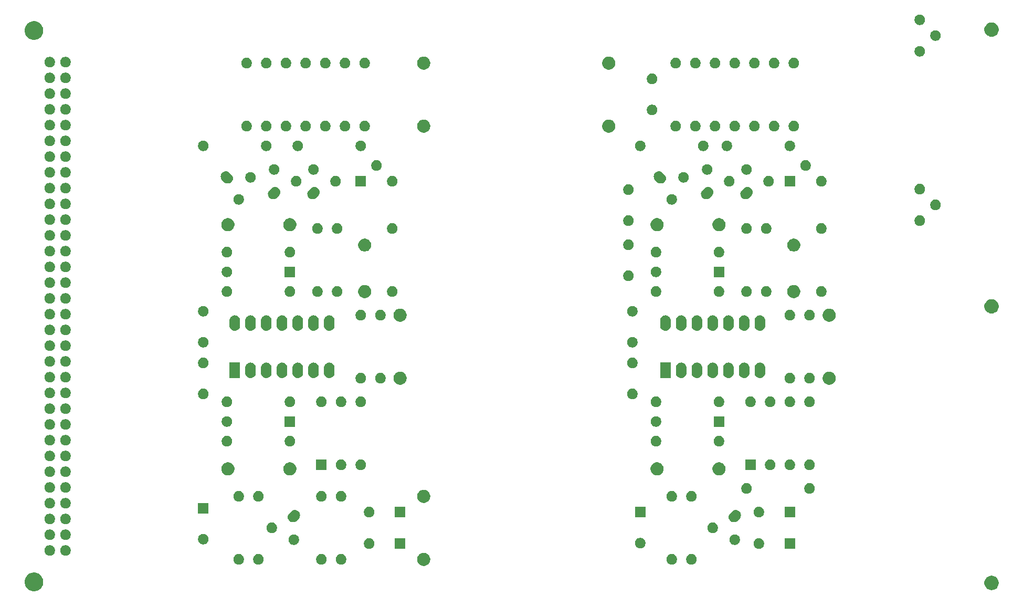
<source format=gbr>
G04 #@! TF.GenerationSoftware,KiCad,Pcbnew,(5.1.6-0-10_14)*
G04 #@! TF.CreationDate,2020-11-10T23:23:31+01:00*
G04 #@! TF.ProjectId,Overload Detector Card,4f766572-6c6f-4616-9420-446574656374,1.0*
G04 #@! TF.SameCoordinates,Original*
G04 #@! TF.FileFunction,Soldermask,Top*
G04 #@! TF.FilePolarity,Negative*
%FSLAX46Y46*%
G04 Gerber Fmt 4.6, Leading zero omitted, Abs format (unit mm)*
G04 Created by KiCad (PCBNEW (5.1.6-0-10_14)) date 2020-11-10 23:23:31*
%MOMM*%
%LPD*%
G01*
G04 APERTURE LIST*
%ADD10C,0.100000*%
G04 APERTURE END LIST*
D10*
G36*
X66477924Y-131106355D02*
G01*
X66751149Y-131219529D01*
X66751151Y-131219530D01*
X66997048Y-131383833D01*
X67206167Y-131592952D01*
X67264329Y-131679997D01*
X67370471Y-131838851D01*
X67483645Y-132112076D01*
X67541340Y-132402130D01*
X67541340Y-132697870D01*
X67483645Y-132987924D01*
X67463841Y-133035734D01*
X67370470Y-133261151D01*
X67206167Y-133507048D01*
X66997048Y-133716167D01*
X66751151Y-133880470D01*
X66751150Y-133880471D01*
X66751149Y-133880471D01*
X66477924Y-133993645D01*
X66187870Y-134051340D01*
X65892130Y-134051340D01*
X65602076Y-133993645D01*
X65328851Y-133880471D01*
X65328850Y-133880471D01*
X65328849Y-133880470D01*
X65082952Y-133716167D01*
X64873833Y-133507048D01*
X64709530Y-133261151D01*
X64616159Y-133035734D01*
X64596355Y-132987924D01*
X64538660Y-132697870D01*
X64538660Y-132402130D01*
X64596355Y-132112076D01*
X64709529Y-131838851D01*
X64815672Y-131679997D01*
X64873833Y-131592952D01*
X65082952Y-131383833D01*
X65328849Y-131219530D01*
X65328851Y-131219529D01*
X65602076Y-131106355D01*
X65892130Y-131048660D01*
X66187870Y-131048660D01*
X66477924Y-131106355D01*
G37*
G36*
X220724549Y-131571116D02*
G01*
X220835734Y-131593232D01*
X221045203Y-131679997D01*
X221233720Y-131805960D01*
X221394040Y-131966280D01*
X221520003Y-132154797D01*
X221606768Y-132364266D01*
X221651000Y-132586636D01*
X221651000Y-132813364D01*
X221606768Y-133035734D01*
X221520003Y-133245203D01*
X221394040Y-133433720D01*
X221233720Y-133594040D01*
X221045203Y-133720003D01*
X220835734Y-133806768D01*
X220724549Y-133828884D01*
X220613365Y-133851000D01*
X220386635Y-133851000D01*
X220275451Y-133828884D01*
X220164266Y-133806768D01*
X219954797Y-133720003D01*
X219766280Y-133594040D01*
X219605960Y-133433720D01*
X219479997Y-133245203D01*
X219393232Y-133035734D01*
X219349000Y-132813364D01*
X219349000Y-132586636D01*
X219393232Y-132364266D01*
X219479997Y-132154797D01*
X219605960Y-131966280D01*
X219766280Y-131805960D01*
X219954797Y-131679997D01*
X220164266Y-131593232D01*
X220275451Y-131571116D01*
X220386635Y-131549000D01*
X220613365Y-131549000D01*
X220724549Y-131571116D01*
G37*
G36*
X129211416Y-127894879D02*
G01*
X129402592Y-127974067D01*
X129402594Y-127974068D01*
X129460083Y-128012481D01*
X129574648Y-128089031D01*
X129720969Y-128235352D01*
X129835933Y-128407408D01*
X129915121Y-128598584D01*
X129955490Y-128801534D01*
X129955490Y-129008466D01*
X129915121Y-129211416D01*
X129875074Y-129308097D01*
X129835932Y-129402594D01*
X129720969Y-129574648D01*
X129574648Y-129720969D01*
X129402594Y-129835932D01*
X129402593Y-129835933D01*
X129402592Y-129835933D01*
X129211416Y-129915121D01*
X129008466Y-129955490D01*
X128801534Y-129955490D01*
X128598584Y-129915121D01*
X128407408Y-129835933D01*
X128407407Y-129835933D01*
X128407406Y-129835932D01*
X128235352Y-129720969D01*
X128089031Y-129574648D01*
X127974068Y-129402594D01*
X127934926Y-129308097D01*
X127894879Y-129211416D01*
X127854510Y-129008466D01*
X127854510Y-128801534D01*
X127894879Y-128598584D01*
X127974067Y-128407408D01*
X128089031Y-128235352D01*
X128235352Y-128089031D01*
X128349917Y-128012481D01*
X128407406Y-127974068D01*
X128407408Y-127974067D01*
X128598584Y-127894879D01*
X128801534Y-127854510D01*
X129008466Y-127854510D01*
X129211416Y-127894879D01*
G37*
G36*
X112643228Y-128086703D02*
G01*
X112798100Y-128150853D01*
X112937481Y-128243985D01*
X113056015Y-128362519D01*
X113149147Y-128501900D01*
X113213297Y-128656772D01*
X113246000Y-128821184D01*
X113246000Y-128988816D01*
X113213297Y-129153228D01*
X113149147Y-129308100D01*
X113056015Y-129447481D01*
X112937481Y-129566015D01*
X112798100Y-129659147D01*
X112643228Y-129723297D01*
X112478816Y-129756000D01*
X112311184Y-129756000D01*
X112146772Y-129723297D01*
X111991900Y-129659147D01*
X111852519Y-129566015D01*
X111733985Y-129447481D01*
X111640853Y-129308100D01*
X111576703Y-129153228D01*
X111544000Y-128988816D01*
X111544000Y-128821184D01*
X111576703Y-128656772D01*
X111640853Y-128501900D01*
X111733985Y-128362519D01*
X111852519Y-128243985D01*
X111991900Y-128150853D01*
X112146772Y-128086703D01*
X112311184Y-128054000D01*
X112478816Y-128054000D01*
X112643228Y-128086703D01*
G37*
G36*
X102483228Y-128086703D02*
G01*
X102638100Y-128150853D01*
X102777481Y-128243985D01*
X102896015Y-128362519D01*
X102989147Y-128501900D01*
X103053297Y-128656772D01*
X103086000Y-128821184D01*
X103086000Y-128988816D01*
X103053297Y-129153228D01*
X102989147Y-129308100D01*
X102896015Y-129447481D01*
X102777481Y-129566015D01*
X102638100Y-129659147D01*
X102483228Y-129723297D01*
X102318816Y-129756000D01*
X102151184Y-129756000D01*
X101986772Y-129723297D01*
X101831900Y-129659147D01*
X101692519Y-129566015D01*
X101573985Y-129447481D01*
X101480853Y-129308100D01*
X101416703Y-129153228D01*
X101384000Y-128988816D01*
X101384000Y-128821184D01*
X101416703Y-128656772D01*
X101480853Y-128501900D01*
X101573985Y-128362519D01*
X101692519Y-128243985D01*
X101831900Y-128150853D01*
X101986772Y-128086703D01*
X102151184Y-128054000D01*
X102318816Y-128054000D01*
X102483228Y-128086703D01*
G37*
G36*
X99308228Y-128086703D02*
G01*
X99463100Y-128150853D01*
X99602481Y-128243985D01*
X99721015Y-128362519D01*
X99814147Y-128501900D01*
X99878297Y-128656772D01*
X99911000Y-128821184D01*
X99911000Y-128988816D01*
X99878297Y-129153228D01*
X99814147Y-129308100D01*
X99721015Y-129447481D01*
X99602481Y-129566015D01*
X99463100Y-129659147D01*
X99308228Y-129723297D01*
X99143816Y-129756000D01*
X98976184Y-129756000D01*
X98811772Y-129723297D01*
X98656900Y-129659147D01*
X98517519Y-129566015D01*
X98398985Y-129447481D01*
X98305853Y-129308100D01*
X98241703Y-129153228D01*
X98209000Y-128988816D01*
X98209000Y-128821184D01*
X98241703Y-128656772D01*
X98305853Y-128501900D01*
X98398985Y-128362519D01*
X98517519Y-128243985D01*
X98656900Y-128150853D01*
X98811772Y-128086703D01*
X98976184Y-128054000D01*
X99143816Y-128054000D01*
X99308228Y-128086703D01*
G37*
G36*
X172333228Y-128086703D02*
G01*
X172488100Y-128150853D01*
X172627481Y-128243985D01*
X172746015Y-128362519D01*
X172839147Y-128501900D01*
X172903297Y-128656772D01*
X172936000Y-128821184D01*
X172936000Y-128988816D01*
X172903297Y-129153228D01*
X172839147Y-129308100D01*
X172746015Y-129447481D01*
X172627481Y-129566015D01*
X172488100Y-129659147D01*
X172333228Y-129723297D01*
X172168816Y-129756000D01*
X172001184Y-129756000D01*
X171836772Y-129723297D01*
X171681900Y-129659147D01*
X171542519Y-129566015D01*
X171423985Y-129447481D01*
X171330853Y-129308100D01*
X171266703Y-129153228D01*
X171234000Y-128988816D01*
X171234000Y-128821184D01*
X171266703Y-128656772D01*
X171330853Y-128501900D01*
X171423985Y-128362519D01*
X171542519Y-128243985D01*
X171681900Y-128150853D01*
X171836772Y-128086703D01*
X172001184Y-128054000D01*
X172168816Y-128054000D01*
X172333228Y-128086703D01*
G37*
G36*
X169158228Y-128086703D02*
G01*
X169313100Y-128150853D01*
X169452481Y-128243985D01*
X169571015Y-128362519D01*
X169664147Y-128501900D01*
X169728297Y-128656772D01*
X169761000Y-128821184D01*
X169761000Y-128988816D01*
X169728297Y-129153228D01*
X169664147Y-129308100D01*
X169571015Y-129447481D01*
X169452481Y-129566015D01*
X169313100Y-129659147D01*
X169158228Y-129723297D01*
X168993816Y-129756000D01*
X168826184Y-129756000D01*
X168661772Y-129723297D01*
X168506900Y-129659147D01*
X168367519Y-129566015D01*
X168248985Y-129447481D01*
X168155853Y-129308100D01*
X168091703Y-129153228D01*
X168059000Y-128988816D01*
X168059000Y-128821184D01*
X168091703Y-128656772D01*
X168155853Y-128501900D01*
X168248985Y-128362519D01*
X168367519Y-128243985D01*
X168506900Y-128150853D01*
X168661772Y-128086703D01*
X168826184Y-128054000D01*
X168993816Y-128054000D01*
X169158228Y-128086703D01*
G37*
G36*
X115818228Y-128086703D02*
G01*
X115973100Y-128150853D01*
X116112481Y-128243985D01*
X116231015Y-128362519D01*
X116324147Y-128501900D01*
X116388297Y-128656772D01*
X116421000Y-128821184D01*
X116421000Y-128988816D01*
X116388297Y-129153228D01*
X116324147Y-129308100D01*
X116231015Y-129447481D01*
X116112481Y-129566015D01*
X115973100Y-129659147D01*
X115818228Y-129723297D01*
X115653816Y-129756000D01*
X115486184Y-129756000D01*
X115321772Y-129723297D01*
X115166900Y-129659147D01*
X115027519Y-129566015D01*
X114908985Y-129447481D01*
X114815853Y-129308100D01*
X114751703Y-129153228D01*
X114719000Y-128988816D01*
X114719000Y-128821184D01*
X114751703Y-128656772D01*
X114815853Y-128501900D01*
X114908985Y-128362519D01*
X115027519Y-128243985D01*
X115166900Y-128150853D01*
X115321772Y-128086703D01*
X115486184Y-128054000D01*
X115653816Y-128054000D01*
X115818228Y-128086703D01*
G37*
G36*
X71368228Y-126651703D02*
G01*
X71523100Y-126715853D01*
X71662481Y-126808985D01*
X71781015Y-126927519D01*
X71874147Y-127066900D01*
X71938297Y-127221772D01*
X71971000Y-127386184D01*
X71971000Y-127553816D01*
X71938297Y-127718228D01*
X71874147Y-127873100D01*
X71781015Y-128012481D01*
X71662481Y-128131015D01*
X71523100Y-128224147D01*
X71368228Y-128288297D01*
X71203816Y-128321000D01*
X71036184Y-128321000D01*
X70871772Y-128288297D01*
X70716900Y-128224147D01*
X70577519Y-128131015D01*
X70458985Y-128012481D01*
X70365853Y-127873100D01*
X70301703Y-127718228D01*
X70269000Y-127553816D01*
X70269000Y-127386184D01*
X70301703Y-127221772D01*
X70365853Y-127066900D01*
X70458985Y-126927519D01*
X70577519Y-126808985D01*
X70716900Y-126715853D01*
X70871772Y-126651703D01*
X71036184Y-126619000D01*
X71203816Y-126619000D01*
X71368228Y-126651703D01*
G37*
G36*
X68828228Y-126651703D02*
G01*
X68983100Y-126715853D01*
X69122481Y-126808985D01*
X69241015Y-126927519D01*
X69334147Y-127066900D01*
X69398297Y-127221772D01*
X69431000Y-127386184D01*
X69431000Y-127553816D01*
X69398297Y-127718228D01*
X69334147Y-127873100D01*
X69241015Y-128012481D01*
X69122481Y-128131015D01*
X68983100Y-128224147D01*
X68828228Y-128288297D01*
X68663816Y-128321000D01*
X68496184Y-128321000D01*
X68331772Y-128288297D01*
X68176900Y-128224147D01*
X68037519Y-128131015D01*
X67918985Y-128012481D01*
X67825853Y-127873100D01*
X67761703Y-127718228D01*
X67729000Y-127553816D01*
X67729000Y-127386184D01*
X67761703Y-127221772D01*
X67825853Y-127066900D01*
X67918985Y-126927519D01*
X68037519Y-126808985D01*
X68176900Y-126715853D01*
X68331772Y-126651703D01*
X68496184Y-126619000D01*
X68663816Y-126619000D01*
X68828228Y-126651703D01*
G37*
G36*
X188811000Y-127216000D02*
G01*
X187109000Y-127216000D01*
X187109000Y-125514000D01*
X188811000Y-125514000D01*
X188811000Y-127216000D01*
G37*
G36*
X183208228Y-125546703D02*
G01*
X183363100Y-125610853D01*
X183502481Y-125703985D01*
X183621015Y-125822519D01*
X183714147Y-125961900D01*
X183778297Y-126116772D01*
X183811000Y-126281184D01*
X183811000Y-126448816D01*
X183778297Y-126613228D01*
X183714147Y-126768100D01*
X183621015Y-126907481D01*
X183502481Y-127026015D01*
X183363100Y-127119147D01*
X183208228Y-127183297D01*
X183043816Y-127216000D01*
X182876184Y-127216000D01*
X182711772Y-127183297D01*
X182556900Y-127119147D01*
X182417519Y-127026015D01*
X182298985Y-126907481D01*
X182205853Y-126768100D01*
X182141703Y-126613228D01*
X182109000Y-126448816D01*
X182109000Y-126281184D01*
X182141703Y-126116772D01*
X182205853Y-125961900D01*
X182298985Y-125822519D01*
X182417519Y-125703985D01*
X182556900Y-125610853D01*
X182711772Y-125546703D01*
X182876184Y-125514000D01*
X183043816Y-125514000D01*
X183208228Y-125546703D01*
G37*
G36*
X125946000Y-127216000D02*
G01*
X124244000Y-127216000D01*
X124244000Y-125514000D01*
X125946000Y-125514000D01*
X125946000Y-127216000D01*
G37*
G36*
X120343228Y-125546703D02*
G01*
X120498100Y-125610853D01*
X120637481Y-125703985D01*
X120756015Y-125822519D01*
X120849147Y-125961900D01*
X120913297Y-126116772D01*
X120946000Y-126281184D01*
X120946000Y-126448816D01*
X120913297Y-126613228D01*
X120849147Y-126768100D01*
X120756015Y-126907481D01*
X120637481Y-127026015D01*
X120498100Y-127119147D01*
X120343228Y-127183297D01*
X120178816Y-127216000D01*
X120011184Y-127216000D01*
X119846772Y-127183297D01*
X119691900Y-127119147D01*
X119552519Y-127026015D01*
X119433985Y-126907481D01*
X119340853Y-126768100D01*
X119276703Y-126613228D01*
X119244000Y-126448816D01*
X119244000Y-126281184D01*
X119276703Y-126116772D01*
X119340853Y-125961900D01*
X119433985Y-125822519D01*
X119552519Y-125703985D01*
X119691900Y-125610853D01*
X119846772Y-125546703D01*
X120011184Y-125514000D01*
X120178816Y-125514000D01*
X120343228Y-125546703D01*
G37*
G36*
X164078228Y-125466703D02*
G01*
X164233100Y-125530853D01*
X164372481Y-125623985D01*
X164491015Y-125742519D01*
X164584147Y-125881900D01*
X164648297Y-126036772D01*
X164681000Y-126201184D01*
X164681000Y-126368816D01*
X164648297Y-126533228D01*
X164584147Y-126688100D01*
X164491015Y-126827481D01*
X164372481Y-126946015D01*
X164233100Y-127039147D01*
X164078228Y-127103297D01*
X163913816Y-127136000D01*
X163746184Y-127136000D01*
X163581772Y-127103297D01*
X163426900Y-127039147D01*
X163287519Y-126946015D01*
X163168985Y-126827481D01*
X163075853Y-126688100D01*
X163011703Y-126533228D01*
X162979000Y-126368816D01*
X162979000Y-126201184D01*
X163011703Y-126036772D01*
X163075853Y-125881900D01*
X163168985Y-125742519D01*
X163287519Y-125623985D01*
X163426900Y-125530853D01*
X163581772Y-125466703D01*
X163746184Y-125434000D01*
X163913816Y-125434000D01*
X164078228Y-125466703D01*
G37*
G36*
X179318228Y-124911703D02*
G01*
X179473100Y-124975853D01*
X179612481Y-125068985D01*
X179731015Y-125187519D01*
X179824147Y-125326900D01*
X179888297Y-125481772D01*
X179921000Y-125646184D01*
X179921000Y-125813816D01*
X179888297Y-125978228D01*
X179824147Y-126133100D01*
X179731015Y-126272481D01*
X179612481Y-126391015D01*
X179473100Y-126484147D01*
X179318228Y-126548297D01*
X179153816Y-126581000D01*
X178986184Y-126581000D01*
X178821772Y-126548297D01*
X178666900Y-126484147D01*
X178527519Y-126391015D01*
X178408985Y-126272481D01*
X178315853Y-126133100D01*
X178251703Y-125978228D01*
X178219000Y-125813816D01*
X178219000Y-125646184D01*
X178251703Y-125481772D01*
X178315853Y-125326900D01*
X178408985Y-125187519D01*
X178527519Y-125068985D01*
X178666900Y-124975853D01*
X178821772Y-124911703D01*
X178986184Y-124879000D01*
X179153816Y-124879000D01*
X179318228Y-124911703D01*
G37*
G36*
X108198228Y-124911703D02*
G01*
X108353100Y-124975853D01*
X108492481Y-125068985D01*
X108611015Y-125187519D01*
X108704147Y-125326900D01*
X108768297Y-125481772D01*
X108801000Y-125646184D01*
X108801000Y-125813816D01*
X108768297Y-125978228D01*
X108704147Y-126133100D01*
X108611015Y-126272481D01*
X108492481Y-126391015D01*
X108353100Y-126484147D01*
X108198228Y-126548297D01*
X108033816Y-126581000D01*
X107866184Y-126581000D01*
X107701772Y-126548297D01*
X107546900Y-126484147D01*
X107407519Y-126391015D01*
X107288985Y-126272481D01*
X107195853Y-126133100D01*
X107131703Y-125978228D01*
X107099000Y-125813816D01*
X107099000Y-125646184D01*
X107131703Y-125481772D01*
X107195853Y-125326900D01*
X107288985Y-125187519D01*
X107407519Y-125068985D01*
X107546900Y-124975853D01*
X107701772Y-124911703D01*
X107866184Y-124879000D01*
X108033816Y-124879000D01*
X108198228Y-124911703D01*
G37*
G36*
X93593228Y-124831703D02*
G01*
X93748100Y-124895853D01*
X93887481Y-124988985D01*
X94006015Y-125107519D01*
X94099147Y-125246900D01*
X94163297Y-125401772D01*
X94196000Y-125566184D01*
X94196000Y-125733816D01*
X94163297Y-125898228D01*
X94099147Y-126053100D01*
X94006015Y-126192481D01*
X93887481Y-126311015D01*
X93748100Y-126404147D01*
X93593228Y-126468297D01*
X93428816Y-126501000D01*
X93261184Y-126501000D01*
X93096772Y-126468297D01*
X92941900Y-126404147D01*
X92802519Y-126311015D01*
X92683985Y-126192481D01*
X92590853Y-126053100D01*
X92526703Y-125898228D01*
X92494000Y-125733816D01*
X92494000Y-125566184D01*
X92526703Y-125401772D01*
X92590853Y-125246900D01*
X92683985Y-125107519D01*
X92802519Y-124988985D01*
X92941900Y-124895853D01*
X93096772Y-124831703D01*
X93261184Y-124799000D01*
X93428816Y-124799000D01*
X93593228Y-124831703D01*
G37*
G36*
X71368228Y-124111703D02*
G01*
X71523100Y-124175853D01*
X71662481Y-124268985D01*
X71781015Y-124387519D01*
X71874147Y-124526900D01*
X71938297Y-124681772D01*
X71971000Y-124846184D01*
X71971000Y-125013816D01*
X71938297Y-125178228D01*
X71874147Y-125333100D01*
X71781015Y-125472481D01*
X71662481Y-125591015D01*
X71523100Y-125684147D01*
X71368228Y-125748297D01*
X71203816Y-125781000D01*
X71036184Y-125781000D01*
X70871772Y-125748297D01*
X70716900Y-125684147D01*
X70577519Y-125591015D01*
X70458985Y-125472481D01*
X70365853Y-125333100D01*
X70301703Y-125178228D01*
X70269000Y-125013816D01*
X70269000Y-124846184D01*
X70301703Y-124681772D01*
X70365853Y-124526900D01*
X70458985Y-124387519D01*
X70577519Y-124268985D01*
X70716900Y-124175853D01*
X70871772Y-124111703D01*
X71036184Y-124079000D01*
X71203816Y-124079000D01*
X71368228Y-124111703D01*
G37*
G36*
X68828228Y-124111703D02*
G01*
X68983100Y-124175853D01*
X69122481Y-124268985D01*
X69241015Y-124387519D01*
X69334147Y-124526900D01*
X69398297Y-124681772D01*
X69431000Y-124846184D01*
X69431000Y-125013816D01*
X69398297Y-125178228D01*
X69334147Y-125333100D01*
X69241015Y-125472481D01*
X69122481Y-125591015D01*
X68983100Y-125684147D01*
X68828228Y-125748297D01*
X68663816Y-125781000D01*
X68496184Y-125781000D01*
X68331772Y-125748297D01*
X68176900Y-125684147D01*
X68037519Y-125591015D01*
X67918985Y-125472481D01*
X67825853Y-125333100D01*
X67761703Y-125178228D01*
X67729000Y-125013816D01*
X67729000Y-124846184D01*
X67761703Y-124681772D01*
X67825853Y-124526900D01*
X67918985Y-124387519D01*
X68037519Y-124268985D01*
X68176900Y-124175853D01*
X68331772Y-124111703D01*
X68496184Y-124079000D01*
X68663816Y-124079000D01*
X68828228Y-124111703D01*
G37*
G36*
X104642228Y-123006703D02*
G01*
X104797100Y-123070853D01*
X104936481Y-123163985D01*
X105055015Y-123282519D01*
X105148147Y-123421900D01*
X105212297Y-123576772D01*
X105245000Y-123741184D01*
X105245000Y-123908816D01*
X105212297Y-124073228D01*
X105148147Y-124228100D01*
X105055015Y-124367481D01*
X104936481Y-124486015D01*
X104797100Y-124579147D01*
X104642228Y-124643297D01*
X104477816Y-124676000D01*
X104310184Y-124676000D01*
X104145772Y-124643297D01*
X103990900Y-124579147D01*
X103851519Y-124486015D01*
X103732985Y-124367481D01*
X103639853Y-124228100D01*
X103575703Y-124073228D01*
X103543000Y-123908816D01*
X103543000Y-123741184D01*
X103575703Y-123576772D01*
X103639853Y-123421900D01*
X103732985Y-123282519D01*
X103851519Y-123163985D01*
X103990900Y-123070853D01*
X104145772Y-123006703D01*
X104310184Y-122974000D01*
X104477816Y-122974000D01*
X104642228Y-123006703D01*
G37*
G36*
X175762228Y-123006703D02*
G01*
X175917100Y-123070853D01*
X176056481Y-123163985D01*
X176175015Y-123282519D01*
X176268147Y-123421900D01*
X176332297Y-123576772D01*
X176365000Y-123741184D01*
X176365000Y-123908816D01*
X176332297Y-124073228D01*
X176268147Y-124228100D01*
X176175015Y-124367481D01*
X176056481Y-124486015D01*
X175917100Y-124579147D01*
X175762228Y-124643297D01*
X175597816Y-124676000D01*
X175430184Y-124676000D01*
X175265772Y-124643297D01*
X175110900Y-124579147D01*
X174971519Y-124486015D01*
X174852985Y-124367481D01*
X174759853Y-124228100D01*
X174695703Y-124073228D01*
X174663000Y-123908816D01*
X174663000Y-123741184D01*
X174695703Y-123576772D01*
X174759853Y-123421900D01*
X174852985Y-123282519D01*
X174971519Y-123163985D01*
X175110900Y-123070853D01*
X175265772Y-123006703D01*
X175430184Y-122974000D01*
X175597816Y-122974000D01*
X175762228Y-123006703D01*
G37*
G36*
X71368228Y-121571703D02*
G01*
X71523100Y-121635853D01*
X71662481Y-121728985D01*
X71781015Y-121847519D01*
X71874147Y-121986900D01*
X71938297Y-122141772D01*
X71971000Y-122306184D01*
X71971000Y-122473816D01*
X71938297Y-122638228D01*
X71874147Y-122793100D01*
X71781015Y-122932481D01*
X71662481Y-123051015D01*
X71523100Y-123144147D01*
X71368228Y-123208297D01*
X71203816Y-123241000D01*
X71036184Y-123241000D01*
X70871772Y-123208297D01*
X70716900Y-123144147D01*
X70577519Y-123051015D01*
X70458985Y-122932481D01*
X70365853Y-122793100D01*
X70301703Y-122638228D01*
X70269000Y-122473816D01*
X70269000Y-122306184D01*
X70301703Y-122141772D01*
X70365853Y-121986900D01*
X70458985Y-121847519D01*
X70577519Y-121728985D01*
X70716900Y-121635853D01*
X70871772Y-121571703D01*
X71036184Y-121539000D01*
X71203816Y-121539000D01*
X71368228Y-121571703D01*
G37*
G36*
X68828228Y-121571703D02*
G01*
X68983100Y-121635853D01*
X69122481Y-121728985D01*
X69241015Y-121847519D01*
X69334147Y-121986900D01*
X69398297Y-122141772D01*
X69431000Y-122306184D01*
X69431000Y-122473816D01*
X69398297Y-122638228D01*
X69334147Y-122793100D01*
X69241015Y-122932481D01*
X69122481Y-123051015D01*
X68983100Y-123144147D01*
X68828228Y-123208297D01*
X68663816Y-123241000D01*
X68496184Y-123241000D01*
X68331772Y-123208297D01*
X68176900Y-123144147D01*
X68037519Y-123051015D01*
X67918985Y-122932481D01*
X67825853Y-122793100D01*
X67761703Y-122638228D01*
X67729000Y-122473816D01*
X67729000Y-122306184D01*
X67761703Y-122141772D01*
X67825853Y-121986900D01*
X67918985Y-121847519D01*
X68037519Y-121728985D01*
X68176900Y-121635853D01*
X68331772Y-121571703D01*
X68496184Y-121539000D01*
X68663816Y-121539000D01*
X68828228Y-121571703D01*
G37*
G36*
X108258245Y-120939893D02*
G01*
X108311717Y-120956114D01*
X108418662Y-120988555D01*
X108566497Y-121067575D01*
X108696080Y-121173920D01*
X108802425Y-121303503D01*
X108881445Y-121451338D01*
X108906286Y-121533228D01*
X108930107Y-121611755D01*
X108946537Y-121778579D01*
X108930107Y-121945404D01*
X108917519Y-121986900D01*
X108881445Y-122105820D01*
X108802425Y-122253655D01*
X108722731Y-122350763D01*
X108380763Y-122692731D01*
X108283655Y-122772425D01*
X108135820Y-122851445D01*
X108028875Y-122883886D01*
X107975403Y-122900107D01*
X107808579Y-122916537D01*
X107641755Y-122900107D01*
X107588283Y-122883886D01*
X107481338Y-122851445D01*
X107333503Y-122772425D01*
X107203920Y-122666080D01*
X107097575Y-122536497D01*
X107018555Y-122388662D01*
X106986114Y-122281717D01*
X106969893Y-122228245D01*
X106953463Y-122061421D01*
X106969893Y-121894597D01*
X107005087Y-121778579D01*
X107018555Y-121734180D01*
X107097575Y-121586345D01*
X107177269Y-121489237D01*
X107519237Y-121147269D01*
X107616345Y-121067575D01*
X107764180Y-120988555D01*
X107871125Y-120956114D01*
X107924596Y-120939893D01*
X108091421Y-120923463D01*
X108258245Y-120939893D01*
G37*
G36*
X179378245Y-120939893D02*
G01*
X179431717Y-120956114D01*
X179538662Y-120988555D01*
X179686497Y-121067575D01*
X179816080Y-121173920D01*
X179922425Y-121303503D01*
X180001445Y-121451338D01*
X180026286Y-121533228D01*
X180050107Y-121611755D01*
X180066537Y-121778579D01*
X180050107Y-121945404D01*
X180037519Y-121986900D01*
X180001445Y-122105820D01*
X179922425Y-122253655D01*
X179842731Y-122350763D01*
X179500763Y-122692731D01*
X179403655Y-122772425D01*
X179255820Y-122851445D01*
X179148875Y-122883886D01*
X179095403Y-122900107D01*
X178928579Y-122916537D01*
X178761755Y-122900107D01*
X178708283Y-122883886D01*
X178601338Y-122851445D01*
X178453503Y-122772425D01*
X178323920Y-122666080D01*
X178217575Y-122536497D01*
X178138555Y-122388662D01*
X178106114Y-122281717D01*
X178089893Y-122228245D01*
X178073463Y-122061421D01*
X178089893Y-121894597D01*
X178125087Y-121778579D01*
X178138555Y-121734180D01*
X178217575Y-121586345D01*
X178297269Y-121489237D01*
X178639237Y-121147269D01*
X178736345Y-121067575D01*
X178884180Y-120988555D01*
X178991125Y-120956114D01*
X179044596Y-120939893D01*
X179211421Y-120923463D01*
X179378245Y-120939893D01*
G37*
G36*
X188811000Y-122136000D02*
G01*
X187109000Y-122136000D01*
X187109000Y-120434000D01*
X188811000Y-120434000D01*
X188811000Y-122136000D01*
G37*
G36*
X183208228Y-120466703D02*
G01*
X183363100Y-120530853D01*
X183502481Y-120623985D01*
X183621015Y-120742519D01*
X183714147Y-120881900D01*
X183778297Y-121036772D01*
X183811000Y-121201184D01*
X183811000Y-121368816D01*
X183778297Y-121533228D01*
X183714147Y-121688100D01*
X183621015Y-121827481D01*
X183502481Y-121946015D01*
X183363100Y-122039147D01*
X183208228Y-122103297D01*
X183043816Y-122136000D01*
X182876184Y-122136000D01*
X182711772Y-122103297D01*
X182556900Y-122039147D01*
X182417519Y-121946015D01*
X182298985Y-121827481D01*
X182205853Y-121688100D01*
X182141703Y-121533228D01*
X182109000Y-121368816D01*
X182109000Y-121201184D01*
X182141703Y-121036772D01*
X182205853Y-120881900D01*
X182298985Y-120742519D01*
X182417519Y-120623985D01*
X182556900Y-120530853D01*
X182711772Y-120466703D01*
X182876184Y-120434000D01*
X183043816Y-120434000D01*
X183208228Y-120466703D01*
G37*
G36*
X164681000Y-122136000D02*
G01*
X162979000Y-122136000D01*
X162979000Y-120434000D01*
X164681000Y-120434000D01*
X164681000Y-122136000D01*
G37*
G36*
X125946000Y-122136000D02*
G01*
X124244000Y-122136000D01*
X124244000Y-120434000D01*
X125946000Y-120434000D01*
X125946000Y-122136000D01*
G37*
G36*
X120343228Y-120466703D02*
G01*
X120498100Y-120530853D01*
X120637481Y-120623985D01*
X120756015Y-120742519D01*
X120849147Y-120881900D01*
X120913297Y-121036772D01*
X120946000Y-121201184D01*
X120946000Y-121368816D01*
X120913297Y-121533228D01*
X120849147Y-121688100D01*
X120756015Y-121827481D01*
X120637481Y-121946015D01*
X120498100Y-122039147D01*
X120343228Y-122103297D01*
X120178816Y-122136000D01*
X120011184Y-122136000D01*
X119846772Y-122103297D01*
X119691900Y-122039147D01*
X119552519Y-121946015D01*
X119433985Y-121827481D01*
X119340853Y-121688100D01*
X119276703Y-121533228D01*
X119244000Y-121368816D01*
X119244000Y-121201184D01*
X119276703Y-121036772D01*
X119340853Y-120881900D01*
X119433985Y-120742519D01*
X119552519Y-120623985D01*
X119691900Y-120530853D01*
X119846772Y-120466703D01*
X120011184Y-120434000D01*
X120178816Y-120434000D01*
X120343228Y-120466703D01*
G37*
G36*
X94196000Y-121501000D02*
G01*
X92494000Y-121501000D01*
X92494000Y-119799000D01*
X94196000Y-119799000D01*
X94196000Y-121501000D01*
G37*
G36*
X71368228Y-119031703D02*
G01*
X71523100Y-119095853D01*
X71662481Y-119188985D01*
X71781015Y-119307519D01*
X71874147Y-119446900D01*
X71938297Y-119601772D01*
X71971000Y-119766184D01*
X71971000Y-119933816D01*
X71938297Y-120098228D01*
X71874147Y-120253100D01*
X71781015Y-120392481D01*
X71662481Y-120511015D01*
X71523100Y-120604147D01*
X71368228Y-120668297D01*
X71203816Y-120701000D01*
X71036184Y-120701000D01*
X70871772Y-120668297D01*
X70716900Y-120604147D01*
X70577519Y-120511015D01*
X70458985Y-120392481D01*
X70365853Y-120253100D01*
X70301703Y-120098228D01*
X70269000Y-119933816D01*
X70269000Y-119766184D01*
X70301703Y-119601772D01*
X70365853Y-119446900D01*
X70458985Y-119307519D01*
X70577519Y-119188985D01*
X70716900Y-119095853D01*
X70871772Y-119031703D01*
X71036184Y-118999000D01*
X71203816Y-118999000D01*
X71368228Y-119031703D01*
G37*
G36*
X68828228Y-119031703D02*
G01*
X68983100Y-119095853D01*
X69122481Y-119188985D01*
X69241015Y-119307519D01*
X69334147Y-119446900D01*
X69398297Y-119601772D01*
X69431000Y-119766184D01*
X69431000Y-119933816D01*
X69398297Y-120098228D01*
X69334147Y-120253100D01*
X69241015Y-120392481D01*
X69122481Y-120511015D01*
X68983100Y-120604147D01*
X68828228Y-120668297D01*
X68663816Y-120701000D01*
X68496184Y-120701000D01*
X68331772Y-120668297D01*
X68176900Y-120604147D01*
X68037519Y-120511015D01*
X67918985Y-120392481D01*
X67825853Y-120253100D01*
X67761703Y-120098228D01*
X67729000Y-119933816D01*
X67729000Y-119766184D01*
X67761703Y-119601772D01*
X67825853Y-119446900D01*
X67918985Y-119307519D01*
X68037519Y-119188985D01*
X68176900Y-119095853D01*
X68331772Y-119031703D01*
X68496184Y-118999000D01*
X68663816Y-118999000D01*
X68828228Y-119031703D01*
G37*
G36*
X129211416Y-117734879D02*
G01*
X129402592Y-117814067D01*
X129402594Y-117814068D01*
X129574648Y-117929031D01*
X129720969Y-118075352D01*
X129823732Y-118229147D01*
X129835933Y-118247408D01*
X129915121Y-118438584D01*
X129955490Y-118641534D01*
X129955490Y-118848466D01*
X129915121Y-119051416D01*
X129875074Y-119148097D01*
X129835932Y-119242594D01*
X129720969Y-119414648D01*
X129574648Y-119560969D01*
X129402594Y-119675932D01*
X129402593Y-119675933D01*
X129402592Y-119675933D01*
X129211416Y-119755121D01*
X129008466Y-119795490D01*
X128801534Y-119795490D01*
X128598584Y-119755121D01*
X128407408Y-119675933D01*
X128407407Y-119675933D01*
X128407406Y-119675932D01*
X128235352Y-119560969D01*
X128089031Y-119414648D01*
X127974068Y-119242594D01*
X127934926Y-119148097D01*
X127894879Y-119051416D01*
X127854510Y-118848466D01*
X127854510Y-118641534D01*
X127894879Y-118438584D01*
X127974067Y-118247408D01*
X127986269Y-118229147D01*
X128089031Y-118075352D01*
X128235352Y-117929031D01*
X128407406Y-117814068D01*
X128407408Y-117814067D01*
X128598584Y-117734879D01*
X128801534Y-117694510D01*
X129008466Y-117694510D01*
X129211416Y-117734879D01*
G37*
G36*
X169158228Y-117926703D02*
G01*
X169313100Y-117990853D01*
X169452481Y-118083985D01*
X169571015Y-118202519D01*
X169664147Y-118341900D01*
X169728297Y-118496772D01*
X169761000Y-118661184D01*
X169761000Y-118828816D01*
X169728297Y-118993228D01*
X169664147Y-119148100D01*
X169571015Y-119287481D01*
X169452481Y-119406015D01*
X169313100Y-119499147D01*
X169158228Y-119563297D01*
X168993816Y-119596000D01*
X168826184Y-119596000D01*
X168661772Y-119563297D01*
X168506900Y-119499147D01*
X168367519Y-119406015D01*
X168248985Y-119287481D01*
X168155853Y-119148100D01*
X168091703Y-118993228D01*
X168059000Y-118828816D01*
X168059000Y-118661184D01*
X168091703Y-118496772D01*
X168155853Y-118341900D01*
X168248985Y-118202519D01*
X168367519Y-118083985D01*
X168506900Y-117990853D01*
X168661772Y-117926703D01*
X168826184Y-117894000D01*
X168993816Y-117894000D01*
X169158228Y-117926703D01*
G37*
G36*
X115818228Y-117926703D02*
G01*
X115973100Y-117990853D01*
X116112481Y-118083985D01*
X116231015Y-118202519D01*
X116324147Y-118341900D01*
X116388297Y-118496772D01*
X116421000Y-118661184D01*
X116421000Y-118828816D01*
X116388297Y-118993228D01*
X116324147Y-119148100D01*
X116231015Y-119287481D01*
X116112481Y-119406015D01*
X115973100Y-119499147D01*
X115818228Y-119563297D01*
X115653816Y-119596000D01*
X115486184Y-119596000D01*
X115321772Y-119563297D01*
X115166900Y-119499147D01*
X115027519Y-119406015D01*
X114908985Y-119287481D01*
X114815853Y-119148100D01*
X114751703Y-118993228D01*
X114719000Y-118828816D01*
X114719000Y-118661184D01*
X114751703Y-118496772D01*
X114815853Y-118341900D01*
X114908985Y-118202519D01*
X115027519Y-118083985D01*
X115166900Y-117990853D01*
X115321772Y-117926703D01*
X115486184Y-117894000D01*
X115653816Y-117894000D01*
X115818228Y-117926703D01*
G37*
G36*
X172333228Y-117926703D02*
G01*
X172488100Y-117990853D01*
X172627481Y-118083985D01*
X172746015Y-118202519D01*
X172839147Y-118341900D01*
X172903297Y-118496772D01*
X172936000Y-118661184D01*
X172936000Y-118828816D01*
X172903297Y-118993228D01*
X172839147Y-119148100D01*
X172746015Y-119287481D01*
X172627481Y-119406015D01*
X172488100Y-119499147D01*
X172333228Y-119563297D01*
X172168816Y-119596000D01*
X172001184Y-119596000D01*
X171836772Y-119563297D01*
X171681900Y-119499147D01*
X171542519Y-119406015D01*
X171423985Y-119287481D01*
X171330853Y-119148100D01*
X171266703Y-118993228D01*
X171234000Y-118828816D01*
X171234000Y-118661184D01*
X171266703Y-118496772D01*
X171330853Y-118341900D01*
X171423985Y-118202519D01*
X171542519Y-118083985D01*
X171681900Y-117990853D01*
X171836772Y-117926703D01*
X172001184Y-117894000D01*
X172168816Y-117894000D01*
X172333228Y-117926703D01*
G37*
G36*
X99308228Y-117926703D02*
G01*
X99463100Y-117990853D01*
X99602481Y-118083985D01*
X99721015Y-118202519D01*
X99814147Y-118341900D01*
X99878297Y-118496772D01*
X99911000Y-118661184D01*
X99911000Y-118828816D01*
X99878297Y-118993228D01*
X99814147Y-119148100D01*
X99721015Y-119287481D01*
X99602481Y-119406015D01*
X99463100Y-119499147D01*
X99308228Y-119563297D01*
X99143816Y-119596000D01*
X98976184Y-119596000D01*
X98811772Y-119563297D01*
X98656900Y-119499147D01*
X98517519Y-119406015D01*
X98398985Y-119287481D01*
X98305853Y-119148100D01*
X98241703Y-118993228D01*
X98209000Y-118828816D01*
X98209000Y-118661184D01*
X98241703Y-118496772D01*
X98305853Y-118341900D01*
X98398985Y-118202519D01*
X98517519Y-118083985D01*
X98656900Y-117990853D01*
X98811772Y-117926703D01*
X98976184Y-117894000D01*
X99143816Y-117894000D01*
X99308228Y-117926703D01*
G37*
G36*
X102483228Y-117926703D02*
G01*
X102638100Y-117990853D01*
X102777481Y-118083985D01*
X102896015Y-118202519D01*
X102989147Y-118341900D01*
X103053297Y-118496772D01*
X103086000Y-118661184D01*
X103086000Y-118828816D01*
X103053297Y-118993228D01*
X102989147Y-119148100D01*
X102896015Y-119287481D01*
X102777481Y-119406015D01*
X102638100Y-119499147D01*
X102483228Y-119563297D01*
X102318816Y-119596000D01*
X102151184Y-119596000D01*
X101986772Y-119563297D01*
X101831900Y-119499147D01*
X101692519Y-119406015D01*
X101573985Y-119287481D01*
X101480853Y-119148100D01*
X101416703Y-118993228D01*
X101384000Y-118828816D01*
X101384000Y-118661184D01*
X101416703Y-118496772D01*
X101480853Y-118341900D01*
X101573985Y-118202519D01*
X101692519Y-118083985D01*
X101831900Y-117990853D01*
X101986772Y-117926703D01*
X102151184Y-117894000D01*
X102318816Y-117894000D01*
X102483228Y-117926703D01*
G37*
G36*
X112643228Y-117926703D02*
G01*
X112798100Y-117990853D01*
X112937481Y-118083985D01*
X113056015Y-118202519D01*
X113149147Y-118341900D01*
X113213297Y-118496772D01*
X113246000Y-118661184D01*
X113246000Y-118828816D01*
X113213297Y-118993228D01*
X113149147Y-119148100D01*
X113056015Y-119287481D01*
X112937481Y-119406015D01*
X112798100Y-119499147D01*
X112643228Y-119563297D01*
X112478816Y-119596000D01*
X112311184Y-119596000D01*
X112146772Y-119563297D01*
X111991900Y-119499147D01*
X111852519Y-119406015D01*
X111733985Y-119287481D01*
X111640853Y-119148100D01*
X111576703Y-118993228D01*
X111544000Y-118828816D01*
X111544000Y-118661184D01*
X111576703Y-118496772D01*
X111640853Y-118341900D01*
X111733985Y-118202519D01*
X111852519Y-118083985D01*
X111991900Y-117990853D01*
X112146772Y-117926703D01*
X112311184Y-117894000D01*
X112478816Y-117894000D01*
X112643228Y-117926703D01*
G37*
G36*
X191383228Y-116656703D02*
G01*
X191538100Y-116720853D01*
X191677481Y-116813985D01*
X191796015Y-116932519D01*
X191889147Y-117071900D01*
X191953297Y-117226772D01*
X191986000Y-117391184D01*
X191986000Y-117558816D01*
X191953297Y-117723228D01*
X191889147Y-117878100D01*
X191796015Y-118017481D01*
X191677481Y-118136015D01*
X191538100Y-118229147D01*
X191383228Y-118293297D01*
X191218816Y-118326000D01*
X191051184Y-118326000D01*
X190886772Y-118293297D01*
X190731900Y-118229147D01*
X190592519Y-118136015D01*
X190473985Y-118017481D01*
X190380853Y-117878100D01*
X190316703Y-117723228D01*
X190284000Y-117558816D01*
X190284000Y-117391184D01*
X190316703Y-117226772D01*
X190380853Y-117071900D01*
X190473985Y-116932519D01*
X190592519Y-116813985D01*
X190731900Y-116720853D01*
X190886772Y-116656703D01*
X191051184Y-116624000D01*
X191218816Y-116624000D01*
X191383228Y-116656703D01*
G37*
G36*
X181223228Y-116656703D02*
G01*
X181378100Y-116720853D01*
X181517481Y-116813985D01*
X181636015Y-116932519D01*
X181729147Y-117071900D01*
X181793297Y-117226772D01*
X181826000Y-117391184D01*
X181826000Y-117558816D01*
X181793297Y-117723228D01*
X181729147Y-117878100D01*
X181636015Y-118017481D01*
X181517481Y-118136015D01*
X181378100Y-118229147D01*
X181223228Y-118293297D01*
X181058816Y-118326000D01*
X180891184Y-118326000D01*
X180726772Y-118293297D01*
X180571900Y-118229147D01*
X180432519Y-118136015D01*
X180313985Y-118017481D01*
X180220853Y-117878100D01*
X180156703Y-117723228D01*
X180124000Y-117558816D01*
X180124000Y-117391184D01*
X180156703Y-117226772D01*
X180220853Y-117071900D01*
X180313985Y-116932519D01*
X180432519Y-116813985D01*
X180571900Y-116720853D01*
X180726772Y-116656703D01*
X180891184Y-116624000D01*
X181058816Y-116624000D01*
X181223228Y-116656703D01*
G37*
G36*
X71368228Y-116491703D02*
G01*
X71523100Y-116555853D01*
X71662481Y-116648985D01*
X71781015Y-116767519D01*
X71874147Y-116906900D01*
X71938297Y-117061772D01*
X71971000Y-117226184D01*
X71971000Y-117393816D01*
X71938297Y-117558228D01*
X71874147Y-117713100D01*
X71781015Y-117852481D01*
X71662481Y-117971015D01*
X71523100Y-118064147D01*
X71368228Y-118128297D01*
X71203816Y-118161000D01*
X71036184Y-118161000D01*
X70871772Y-118128297D01*
X70716900Y-118064147D01*
X70577519Y-117971015D01*
X70458985Y-117852481D01*
X70365853Y-117713100D01*
X70301703Y-117558228D01*
X70269000Y-117393816D01*
X70269000Y-117226184D01*
X70301703Y-117061772D01*
X70365853Y-116906900D01*
X70458985Y-116767519D01*
X70577519Y-116648985D01*
X70716900Y-116555853D01*
X70871772Y-116491703D01*
X71036184Y-116459000D01*
X71203816Y-116459000D01*
X71368228Y-116491703D01*
G37*
G36*
X68828228Y-116491703D02*
G01*
X68983100Y-116555853D01*
X69122481Y-116648985D01*
X69241015Y-116767519D01*
X69334147Y-116906900D01*
X69398297Y-117061772D01*
X69431000Y-117226184D01*
X69431000Y-117393816D01*
X69398297Y-117558228D01*
X69334147Y-117713100D01*
X69241015Y-117852481D01*
X69122481Y-117971015D01*
X68983100Y-118064147D01*
X68828228Y-118128297D01*
X68663816Y-118161000D01*
X68496184Y-118161000D01*
X68331772Y-118128297D01*
X68176900Y-118064147D01*
X68037519Y-117971015D01*
X67918985Y-117852481D01*
X67825853Y-117713100D01*
X67761703Y-117558228D01*
X67729000Y-117393816D01*
X67729000Y-117226184D01*
X67761703Y-117061772D01*
X67825853Y-116906900D01*
X67918985Y-116767519D01*
X68037519Y-116648985D01*
X68176900Y-116555853D01*
X68331772Y-116491703D01*
X68496184Y-116459000D01*
X68663816Y-116459000D01*
X68828228Y-116491703D01*
G37*
G36*
X68828228Y-113951703D02*
G01*
X68983100Y-114015853D01*
X69122481Y-114108985D01*
X69241015Y-114227519D01*
X69334147Y-114366900D01*
X69398297Y-114521772D01*
X69431000Y-114686184D01*
X69431000Y-114853816D01*
X69398297Y-115018228D01*
X69334147Y-115173100D01*
X69241015Y-115312481D01*
X69122481Y-115431015D01*
X68983100Y-115524147D01*
X68828228Y-115588297D01*
X68663816Y-115621000D01*
X68496184Y-115621000D01*
X68331772Y-115588297D01*
X68176900Y-115524147D01*
X68037519Y-115431015D01*
X67918985Y-115312481D01*
X67825853Y-115173100D01*
X67761703Y-115018228D01*
X67729000Y-114853816D01*
X67729000Y-114686184D01*
X67761703Y-114521772D01*
X67825853Y-114366900D01*
X67918985Y-114227519D01*
X68037519Y-114108985D01*
X68176900Y-114015853D01*
X68331772Y-113951703D01*
X68496184Y-113919000D01*
X68663816Y-113919000D01*
X68828228Y-113951703D01*
G37*
G36*
X71368228Y-113951703D02*
G01*
X71523100Y-114015853D01*
X71662481Y-114108985D01*
X71781015Y-114227519D01*
X71874147Y-114366900D01*
X71938297Y-114521772D01*
X71971000Y-114686184D01*
X71971000Y-114853816D01*
X71938297Y-115018228D01*
X71874147Y-115173100D01*
X71781015Y-115312481D01*
X71662481Y-115431015D01*
X71523100Y-115524147D01*
X71368228Y-115588297D01*
X71203816Y-115621000D01*
X71036184Y-115621000D01*
X70871772Y-115588297D01*
X70716900Y-115524147D01*
X70577519Y-115431015D01*
X70458985Y-115312481D01*
X70365853Y-115173100D01*
X70301703Y-115018228D01*
X70269000Y-114853816D01*
X70269000Y-114686184D01*
X70301703Y-114521772D01*
X70365853Y-114366900D01*
X70458985Y-114227519D01*
X70577519Y-114108985D01*
X70716900Y-114015853D01*
X70871772Y-113951703D01*
X71036184Y-113919000D01*
X71203816Y-113919000D01*
X71368228Y-113951703D01*
G37*
G36*
X176836564Y-113289389D02*
G01*
X177027833Y-113368615D01*
X177027835Y-113368616D01*
X177199973Y-113483635D01*
X177346365Y-113630027D01*
X177425737Y-113748815D01*
X177461385Y-113802167D01*
X177540611Y-113993436D01*
X177581000Y-114196484D01*
X177581000Y-114403516D01*
X177540611Y-114606564D01*
X177507631Y-114686184D01*
X177461384Y-114797835D01*
X177346365Y-114969973D01*
X177199973Y-115116365D01*
X177027835Y-115231384D01*
X177027834Y-115231385D01*
X177027833Y-115231385D01*
X176836564Y-115310611D01*
X176633516Y-115351000D01*
X176426484Y-115351000D01*
X176223436Y-115310611D01*
X176032167Y-115231385D01*
X176032166Y-115231385D01*
X176032165Y-115231384D01*
X175860027Y-115116365D01*
X175713635Y-114969973D01*
X175598616Y-114797835D01*
X175552369Y-114686184D01*
X175519389Y-114606564D01*
X175479000Y-114403516D01*
X175479000Y-114196484D01*
X175519389Y-113993436D01*
X175598615Y-113802167D01*
X175634264Y-113748815D01*
X175713635Y-113630027D01*
X175860027Y-113483635D01*
X176032165Y-113368616D01*
X176032167Y-113368615D01*
X176223436Y-113289389D01*
X176426484Y-113249000D01*
X176633516Y-113249000D01*
X176836564Y-113289389D01*
G37*
G36*
X97621564Y-113289389D02*
G01*
X97812833Y-113368615D01*
X97812835Y-113368616D01*
X97984973Y-113483635D01*
X98131365Y-113630027D01*
X98210737Y-113748815D01*
X98246385Y-113802167D01*
X98325611Y-113993436D01*
X98366000Y-114196484D01*
X98366000Y-114403516D01*
X98325611Y-114606564D01*
X98292631Y-114686184D01*
X98246384Y-114797835D01*
X98131365Y-114969973D01*
X97984973Y-115116365D01*
X97812835Y-115231384D01*
X97812834Y-115231385D01*
X97812833Y-115231385D01*
X97621564Y-115310611D01*
X97418516Y-115351000D01*
X97211484Y-115351000D01*
X97008436Y-115310611D01*
X96817167Y-115231385D01*
X96817166Y-115231385D01*
X96817165Y-115231384D01*
X96645027Y-115116365D01*
X96498635Y-114969973D01*
X96383616Y-114797835D01*
X96337369Y-114686184D01*
X96304389Y-114606564D01*
X96264000Y-114403516D01*
X96264000Y-114196484D01*
X96304389Y-113993436D01*
X96383615Y-113802167D01*
X96419264Y-113748815D01*
X96498635Y-113630027D01*
X96645027Y-113483635D01*
X96817165Y-113368616D01*
X96817167Y-113368615D01*
X97008436Y-113289389D01*
X97211484Y-113249000D01*
X97418516Y-113249000D01*
X97621564Y-113289389D01*
G37*
G36*
X107621564Y-113289389D02*
G01*
X107812833Y-113368615D01*
X107812835Y-113368616D01*
X107984973Y-113483635D01*
X108131365Y-113630027D01*
X108210737Y-113748815D01*
X108246385Y-113802167D01*
X108325611Y-113993436D01*
X108366000Y-114196484D01*
X108366000Y-114403516D01*
X108325611Y-114606564D01*
X108292631Y-114686184D01*
X108246384Y-114797835D01*
X108131365Y-114969973D01*
X107984973Y-115116365D01*
X107812835Y-115231384D01*
X107812834Y-115231385D01*
X107812833Y-115231385D01*
X107621564Y-115310611D01*
X107418516Y-115351000D01*
X107211484Y-115351000D01*
X107008436Y-115310611D01*
X106817167Y-115231385D01*
X106817166Y-115231385D01*
X106817165Y-115231384D01*
X106645027Y-115116365D01*
X106498635Y-114969973D01*
X106383616Y-114797835D01*
X106337369Y-114686184D01*
X106304389Y-114606564D01*
X106264000Y-114403516D01*
X106264000Y-114196484D01*
X106304389Y-113993436D01*
X106383615Y-113802167D01*
X106419264Y-113748815D01*
X106498635Y-113630027D01*
X106645027Y-113483635D01*
X106817165Y-113368616D01*
X106817167Y-113368615D01*
X107008436Y-113289389D01*
X107211484Y-113249000D01*
X107418516Y-113249000D01*
X107621564Y-113289389D01*
G37*
G36*
X166836564Y-113289389D02*
G01*
X167027833Y-113368615D01*
X167027835Y-113368616D01*
X167199973Y-113483635D01*
X167346365Y-113630027D01*
X167425737Y-113748815D01*
X167461385Y-113802167D01*
X167540611Y-113993436D01*
X167581000Y-114196484D01*
X167581000Y-114403516D01*
X167540611Y-114606564D01*
X167507631Y-114686184D01*
X167461384Y-114797835D01*
X167346365Y-114969973D01*
X167199973Y-115116365D01*
X167027835Y-115231384D01*
X167027834Y-115231385D01*
X167027833Y-115231385D01*
X166836564Y-115310611D01*
X166633516Y-115351000D01*
X166426484Y-115351000D01*
X166223436Y-115310611D01*
X166032167Y-115231385D01*
X166032166Y-115231385D01*
X166032165Y-115231384D01*
X165860027Y-115116365D01*
X165713635Y-114969973D01*
X165598616Y-114797835D01*
X165552369Y-114686184D01*
X165519389Y-114606564D01*
X165479000Y-114403516D01*
X165479000Y-114196484D01*
X165519389Y-113993436D01*
X165598615Y-113802167D01*
X165634264Y-113748815D01*
X165713635Y-113630027D01*
X165860027Y-113483635D01*
X166032165Y-113368616D01*
X166032167Y-113368615D01*
X166223436Y-113289389D01*
X166426484Y-113249000D01*
X166633516Y-113249000D01*
X166836564Y-113289389D01*
G37*
G36*
X191383228Y-112846703D02*
G01*
X191538100Y-112910853D01*
X191677481Y-113003985D01*
X191796015Y-113122519D01*
X191889147Y-113261900D01*
X191953297Y-113416772D01*
X191986000Y-113581184D01*
X191986000Y-113748816D01*
X191953297Y-113913228D01*
X191889147Y-114068100D01*
X191796015Y-114207481D01*
X191677481Y-114326015D01*
X191538100Y-114419147D01*
X191383228Y-114483297D01*
X191218816Y-114516000D01*
X191051184Y-114516000D01*
X190886772Y-114483297D01*
X190731900Y-114419147D01*
X190592519Y-114326015D01*
X190473985Y-114207481D01*
X190380853Y-114068100D01*
X190316703Y-113913228D01*
X190284000Y-113748816D01*
X190284000Y-113581184D01*
X190316703Y-113416772D01*
X190380853Y-113261900D01*
X190473985Y-113122519D01*
X190592519Y-113003985D01*
X190731900Y-112910853D01*
X190886772Y-112846703D01*
X191051184Y-112814000D01*
X191218816Y-112814000D01*
X191383228Y-112846703D01*
G37*
G36*
X188208228Y-112846703D02*
G01*
X188363100Y-112910853D01*
X188502481Y-113003985D01*
X188621015Y-113122519D01*
X188714147Y-113261900D01*
X188778297Y-113416772D01*
X188811000Y-113581184D01*
X188811000Y-113748816D01*
X188778297Y-113913228D01*
X188714147Y-114068100D01*
X188621015Y-114207481D01*
X188502481Y-114326015D01*
X188363100Y-114419147D01*
X188208228Y-114483297D01*
X188043816Y-114516000D01*
X187876184Y-114516000D01*
X187711772Y-114483297D01*
X187556900Y-114419147D01*
X187417519Y-114326015D01*
X187298985Y-114207481D01*
X187205853Y-114068100D01*
X187141703Y-113913228D01*
X187109000Y-113748816D01*
X187109000Y-113581184D01*
X187141703Y-113416772D01*
X187205853Y-113261900D01*
X187298985Y-113122519D01*
X187417519Y-113003985D01*
X187556900Y-112910853D01*
X187711772Y-112846703D01*
X187876184Y-112814000D01*
X188043816Y-112814000D01*
X188208228Y-112846703D01*
G37*
G36*
X185033228Y-112846703D02*
G01*
X185188100Y-112910853D01*
X185327481Y-113003985D01*
X185446015Y-113122519D01*
X185539147Y-113261900D01*
X185603297Y-113416772D01*
X185636000Y-113581184D01*
X185636000Y-113748816D01*
X185603297Y-113913228D01*
X185539147Y-114068100D01*
X185446015Y-114207481D01*
X185327481Y-114326015D01*
X185188100Y-114419147D01*
X185033228Y-114483297D01*
X184868816Y-114516000D01*
X184701184Y-114516000D01*
X184536772Y-114483297D01*
X184381900Y-114419147D01*
X184242519Y-114326015D01*
X184123985Y-114207481D01*
X184030853Y-114068100D01*
X183966703Y-113913228D01*
X183934000Y-113748816D01*
X183934000Y-113581184D01*
X183966703Y-113416772D01*
X184030853Y-113261900D01*
X184123985Y-113122519D01*
X184242519Y-113003985D01*
X184381900Y-112910853D01*
X184536772Y-112846703D01*
X184701184Y-112814000D01*
X184868816Y-112814000D01*
X185033228Y-112846703D01*
G37*
G36*
X115818228Y-112846703D02*
G01*
X115973100Y-112910853D01*
X116112481Y-113003985D01*
X116231015Y-113122519D01*
X116324147Y-113261900D01*
X116388297Y-113416772D01*
X116421000Y-113581184D01*
X116421000Y-113748816D01*
X116388297Y-113913228D01*
X116324147Y-114068100D01*
X116231015Y-114207481D01*
X116112481Y-114326015D01*
X115973100Y-114419147D01*
X115818228Y-114483297D01*
X115653816Y-114516000D01*
X115486184Y-114516000D01*
X115321772Y-114483297D01*
X115166900Y-114419147D01*
X115027519Y-114326015D01*
X114908985Y-114207481D01*
X114815853Y-114068100D01*
X114751703Y-113913228D01*
X114719000Y-113748816D01*
X114719000Y-113581184D01*
X114751703Y-113416772D01*
X114815853Y-113261900D01*
X114908985Y-113122519D01*
X115027519Y-113003985D01*
X115166900Y-112910853D01*
X115321772Y-112846703D01*
X115486184Y-112814000D01*
X115653816Y-112814000D01*
X115818228Y-112846703D01*
G37*
G36*
X182461000Y-114516000D02*
G01*
X180759000Y-114516000D01*
X180759000Y-112814000D01*
X182461000Y-112814000D01*
X182461000Y-114516000D01*
G37*
G36*
X113246000Y-114516000D02*
G01*
X111544000Y-114516000D01*
X111544000Y-112814000D01*
X113246000Y-112814000D01*
X113246000Y-114516000D01*
G37*
G36*
X118993228Y-112846703D02*
G01*
X119148100Y-112910853D01*
X119287481Y-113003985D01*
X119406015Y-113122519D01*
X119499147Y-113261900D01*
X119563297Y-113416772D01*
X119596000Y-113581184D01*
X119596000Y-113748816D01*
X119563297Y-113913228D01*
X119499147Y-114068100D01*
X119406015Y-114207481D01*
X119287481Y-114326015D01*
X119148100Y-114419147D01*
X118993228Y-114483297D01*
X118828816Y-114516000D01*
X118661184Y-114516000D01*
X118496772Y-114483297D01*
X118341900Y-114419147D01*
X118202519Y-114326015D01*
X118083985Y-114207481D01*
X117990853Y-114068100D01*
X117926703Y-113913228D01*
X117894000Y-113748816D01*
X117894000Y-113581184D01*
X117926703Y-113416772D01*
X117990853Y-113261900D01*
X118083985Y-113122519D01*
X118202519Y-113003985D01*
X118341900Y-112910853D01*
X118496772Y-112846703D01*
X118661184Y-112814000D01*
X118828816Y-112814000D01*
X118993228Y-112846703D01*
G37*
G36*
X68828228Y-111411703D02*
G01*
X68983100Y-111475853D01*
X69122481Y-111568985D01*
X69241015Y-111687519D01*
X69334147Y-111826900D01*
X69398297Y-111981772D01*
X69431000Y-112146184D01*
X69431000Y-112313816D01*
X69398297Y-112478228D01*
X69334147Y-112633100D01*
X69241015Y-112772481D01*
X69122481Y-112891015D01*
X68983100Y-112984147D01*
X68828228Y-113048297D01*
X68663816Y-113081000D01*
X68496184Y-113081000D01*
X68331772Y-113048297D01*
X68176900Y-112984147D01*
X68037519Y-112891015D01*
X67918985Y-112772481D01*
X67825853Y-112633100D01*
X67761703Y-112478228D01*
X67729000Y-112313816D01*
X67729000Y-112146184D01*
X67761703Y-111981772D01*
X67825853Y-111826900D01*
X67918985Y-111687519D01*
X68037519Y-111568985D01*
X68176900Y-111475853D01*
X68331772Y-111411703D01*
X68496184Y-111379000D01*
X68663816Y-111379000D01*
X68828228Y-111411703D01*
G37*
G36*
X71368228Y-111411703D02*
G01*
X71523100Y-111475853D01*
X71662481Y-111568985D01*
X71781015Y-111687519D01*
X71874147Y-111826900D01*
X71938297Y-111981772D01*
X71971000Y-112146184D01*
X71971000Y-112313816D01*
X71938297Y-112478228D01*
X71874147Y-112633100D01*
X71781015Y-112772481D01*
X71662481Y-112891015D01*
X71523100Y-112984147D01*
X71368228Y-113048297D01*
X71203816Y-113081000D01*
X71036184Y-113081000D01*
X70871772Y-113048297D01*
X70716900Y-112984147D01*
X70577519Y-112891015D01*
X70458985Y-112772481D01*
X70365853Y-112633100D01*
X70301703Y-112478228D01*
X70269000Y-112313816D01*
X70269000Y-112146184D01*
X70301703Y-111981772D01*
X70365853Y-111826900D01*
X70458985Y-111687519D01*
X70577519Y-111568985D01*
X70716900Y-111475853D01*
X70871772Y-111411703D01*
X71036184Y-111379000D01*
X71203816Y-111379000D01*
X71368228Y-111411703D01*
G37*
G36*
X176778228Y-109036703D02*
G01*
X176933100Y-109100853D01*
X177072481Y-109193985D01*
X177191015Y-109312519D01*
X177284147Y-109451900D01*
X177348297Y-109606772D01*
X177381000Y-109771184D01*
X177381000Y-109938816D01*
X177348297Y-110103228D01*
X177284147Y-110258100D01*
X177191015Y-110397481D01*
X177072481Y-110516015D01*
X176933100Y-110609147D01*
X176778228Y-110673297D01*
X176613816Y-110706000D01*
X176446184Y-110706000D01*
X176281772Y-110673297D01*
X176126900Y-110609147D01*
X175987519Y-110516015D01*
X175868985Y-110397481D01*
X175775853Y-110258100D01*
X175711703Y-110103228D01*
X175679000Y-109938816D01*
X175679000Y-109771184D01*
X175711703Y-109606772D01*
X175775853Y-109451900D01*
X175868985Y-109312519D01*
X175987519Y-109193985D01*
X176126900Y-109100853D01*
X176281772Y-109036703D01*
X176446184Y-109004000D01*
X176613816Y-109004000D01*
X176778228Y-109036703D01*
G37*
G36*
X166618228Y-109036703D02*
G01*
X166773100Y-109100853D01*
X166912481Y-109193985D01*
X167031015Y-109312519D01*
X167124147Y-109451900D01*
X167188297Y-109606772D01*
X167221000Y-109771184D01*
X167221000Y-109938816D01*
X167188297Y-110103228D01*
X167124147Y-110258100D01*
X167031015Y-110397481D01*
X166912481Y-110516015D01*
X166773100Y-110609147D01*
X166618228Y-110673297D01*
X166453816Y-110706000D01*
X166286184Y-110706000D01*
X166121772Y-110673297D01*
X165966900Y-110609147D01*
X165827519Y-110516015D01*
X165708985Y-110397481D01*
X165615853Y-110258100D01*
X165551703Y-110103228D01*
X165519000Y-109938816D01*
X165519000Y-109771184D01*
X165551703Y-109606772D01*
X165615853Y-109451900D01*
X165708985Y-109312519D01*
X165827519Y-109193985D01*
X165966900Y-109100853D01*
X166121772Y-109036703D01*
X166286184Y-109004000D01*
X166453816Y-109004000D01*
X166618228Y-109036703D01*
G37*
G36*
X107563228Y-109036703D02*
G01*
X107718100Y-109100853D01*
X107857481Y-109193985D01*
X107976015Y-109312519D01*
X108069147Y-109451900D01*
X108133297Y-109606772D01*
X108166000Y-109771184D01*
X108166000Y-109938816D01*
X108133297Y-110103228D01*
X108069147Y-110258100D01*
X107976015Y-110397481D01*
X107857481Y-110516015D01*
X107718100Y-110609147D01*
X107563228Y-110673297D01*
X107398816Y-110706000D01*
X107231184Y-110706000D01*
X107066772Y-110673297D01*
X106911900Y-110609147D01*
X106772519Y-110516015D01*
X106653985Y-110397481D01*
X106560853Y-110258100D01*
X106496703Y-110103228D01*
X106464000Y-109938816D01*
X106464000Y-109771184D01*
X106496703Y-109606772D01*
X106560853Y-109451900D01*
X106653985Y-109312519D01*
X106772519Y-109193985D01*
X106911900Y-109100853D01*
X107066772Y-109036703D01*
X107231184Y-109004000D01*
X107398816Y-109004000D01*
X107563228Y-109036703D01*
G37*
G36*
X97403228Y-109036703D02*
G01*
X97558100Y-109100853D01*
X97697481Y-109193985D01*
X97816015Y-109312519D01*
X97909147Y-109451900D01*
X97973297Y-109606772D01*
X98006000Y-109771184D01*
X98006000Y-109938816D01*
X97973297Y-110103228D01*
X97909147Y-110258100D01*
X97816015Y-110397481D01*
X97697481Y-110516015D01*
X97558100Y-110609147D01*
X97403228Y-110673297D01*
X97238816Y-110706000D01*
X97071184Y-110706000D01*
X96906772Y-110673297D01*
X96751900Y-110609147D01*
X96612519Y-110516015D01*
X96493985Y-110397481D01*
X96400853Y-110258100D01*
X96336703Y-110103228D01*
X96304000Y-109938816D01*
X96304000Y-109771184D01*
X96336703Y-109606772D01*
X96400853Y-109451900D01*
X96493985Y-109312519D01*
X96612519Y-109193985D01*
X96751900Y-109100853D01*
X96906772Y-109036703D01*
X97071184Y-109004000D01*
X97238816Y-109004000D01*
X97403228Y-109036703D01*
G37*
G36*
X68828228Y-108871703D02*
G01*
X68983100Y-108935853D01*
X69122481Y-109028985D01*
X69241015Y-109147519D01*
X69334147Y-109286900D01*
X69398297Y-109441772D01*
X69431000Y-109606184D01*
X69431000Y-109773816D01*
X69398297Y-109938228D01*
X69334147Y-110093100D01*
X69241015Y-110232481D01*
X69122481Y-110351015D01*
X68983100Y-110444147D01*
X68828228Y-110508297D01*
X68663816Y-110541000D01*
X68496184Y-110541000D01*
X68331772Y-110508297D01*
X68176900Y-110444147D01*
X68037519Y-110351015D01*
X67918985Y-110232481D01*
X67825853Y-110093100D01*
X67761703Y-109938228D01*
X67729000Y-109773816D01*
X67729000Y-109606184D01*
X67761703Y-109441772D01*
X67825853Y-109286900D01*
X67918985Y-109147519D01*
X68037519Y-109028985D01*
X68176900Y-108935853D01*
X68331772Y-108871703D01*
X68496184Y-108839000D01*
X68663816Y-108839000D01*
X68828228Y-108871703D01*
G37*
G36*
X71368228Y-108871703D02*
G01*
X71523100Y-108935853D01*
X71662481Y-109028985D01*
X71781015Y-109147519D01*
X71874147Y-109286900D01*
X71938297Y-109441772D01*
X71971000Y-109606184D01*
X71971000Y-109773816D01*
X71938297Y-109938228D01*
X71874147Y-110093100D01*
X71781015Y-110232481D01*
X71662481Y-110351015D01*
X71523100Y-110444147D01*
X71368228Y-110508297D01*
X71203816Y-110541000D01*
X71036184Y-110541000D01*
X70871772Y-110508297D01*
X70716900Y-110444147D01*
X70577519Y-110351015D01*
X70458985Y-110232481D01*
X70365853Y-110093100D01*
X70301703Y-109938228D01*
X70269000Y-109773816D01*
X70269000Y-109606184D01*
X70301703Y-109441772D01*
X70365853Y-109286900D01*
X70458985Y-109147519D01*
X70577519Y-109028985D01*
X70716900Y-108935853D01*
X70871772Y-108871703D01*
X71036184Y-108839000D01*
X71203816Y-108839000D01*
X71368228Y-108871703D01*
G37*
G36*
X68828228Y-106331703D02*
G01*
X68983100Y-106395853D01*
X69122481Y-106488985D01*
X69241015Y-106607519D01*
X69334147Y-106746900D01*
X69398297Y-106901772D01*
X69431000Y-107066184D01*
X69431000Y-107233816D01*
X69398297Y-107398228D01*
X69334147Y-107553100D01*
X69241015Y-107692481D01*
X69122481Y-107811015D01*
X68983100Y-107904147D01*
X68828228Y-107968297D01*
X68663816Y-108001000D01*
X68496184Y-108001000D01*
X68331772Y-107968297D01*
X68176900Y-107904147D01*
X68037519Y-107811015D01*
X67918985Y-107692481D01*
X67825853Y-107553100D01*
X67761703Y-107398228D01*
X67729000Y-107233816D01*
X67729000Y-107066184D01*
X67761703Y-106901772D01*
X67825853Y-106746900D01*
X67918985Y-106607519D01*
X68037519Y-106488985D01*
X68176900Y-106395853D01*
X68331772Y-106331703D01*
X68496184Y-106299000D01*
X68663816Y-106299000D01*
X68828228Y-106331703D01*
G37*
G36*
X71368228Y-106331703D02*
G01*
X71523100Y-106395853D01*
X71662481Y-106488985D01*
X71781015Y-106607519D01*
X71874147Y-106746900D01*
X71938297Y-106901772D01*
X71971000Y-107066184D01*
X71971000Y-107233816D01*
X71938297Y-107398228D01*
X71874147Y-107553100D01*
X71781015Y-107692481D01*
X71662481Y-107811015D01*
X71523100Y-107904147D01*
X71368228Y-107968297D01*
X71203816Y-108001000D01*
X71036184Y-108001000D01*
X70871772Y-107968297D01*
X70716900Y-107904147D01*
X70577519Y-107811015D01*
X70458985Y-107692481D01*
X70365853Y-107553100D01*
X70301703Y-107398228D01*
X70269000Y-107233816D01*
X70269000Y-107066184D01*
X70301703Y-106901772D01*
X70365853Y-106746900D01*
X70458985Y-106607519D01*
X70577519Y-106488985D01*
X70716900Y-106395853D01*
X70871772Y-106331703D01*
X71036184Y-106299000D01*
X71203816Y-106299000D01*
X71368228Y-106331703D01*
G37*
G36*
X177381000Y-107531000D02*
G01*
X175679000Y-107531000D01*
X175679000Y-105829000D01*
X177381000Y-105829000D01*
X177381000Y-107531000D01*
G37*
G36*
X97403228Y-105861703D02*
G01*
X97558100Y-105925853D01*
X97697481Y-106018985D01*
X97816015Y-106137519D01*
X97909147Y-106276900D01*
X97973297Y-106431772D01*
X98006000Y-106596184D01*
X98006000Y-106763816D01*
X97973297Y-106928228D01*
X97909147Y-107083100D01*
X97816015Y-107222481D01*
X97697481Y-107341015D01*
X97558100Y-107434147D01*
X97403228Y-107498297D01*
X97238816Y-107531000D01*
X97071184Y-107531000D01*
X96906772Y-107498297D01*
X96751900Y-107434147D01*
X96612519Y-107341015D01*
X96493985Y-107222481D01*
X96400853Y-107083100D01*
X96336703Y-106928228D01*
X96304000Y-106763816D01*
X96304000Y-106596184D01*
X96336703Y-106431772D01*
X96400853Y-106276900D01*
X96493985Y-106137519D01*
X96612519Y-106018985D01*
X96751900Y-105925853D01*
X96906772Y-105861703D01*
X97071184Y-105829000D01*
X97238816Y-105829000D01*
X97403228Y-105861703D01*
G37*
G36*
X108166000Y-107531000D02*
G01*
X106464000Y-107531000D01*
X106464000Y-105829000D01*
X108166000Y-105829000D01*
X108166000Y-107531000D01*
G37*
G36*
X166618228Y-105861703D02*
G01*
X166773100Y-105925853D01*
X166912481Y-106018985D01*
X167031015Y-106137519D01*
X167124147Y-106276900D01*
X167188297Y-106431772D01*
X167221000Y-106596184D01*
X167221000Y-106763816D01*
X167188297Y-106928228D01*
X167124147Y-107083100D01*
X167031015Y-107222481D01*
X166912481Y-107341015D01*
X166773100Y-107434147D01*
X166618228Y-107498297D01*
X166453816Y-107531000D01*
X166286184Y-107531000D01*
X166121772Y-107498297D01*
X165966900Y-107434147D01*
X165827519Y-107341015D01*
X165708985Y-107222481D01*
X165615853Y-107083100D01*
X165551703Y-106928228D01*
X165519000Y-106763816D01*
X165519000Y-106596184D01*
X165551703Y-106431772D01*
X165615853Y-106276900D01*
X165708985Y-106137519D01*
X165827519Y-106018985D01*
X165966900Y-105925853D01*
X166121772Y-105861703D01*
X166286184Y-105829000D01*
X166453816Y-105829000D01*
X166618228Y-105861703D01*
G37*
G36*
X71368228Y-103791703D02*
G01*
X71523100Y-103855853D01*
X71662481Y-103948985D01*
X71781015Y-104067519D01*
X71874147Y-104206900D01*
X71938297Y-104361772D01*
X71971000Y-104526184D01*
X71971000Y-104693816D01*
X71938297Y-104858228D01*
X71874147Y-105013100D01*
X71781015Y-105152481D01*
X71662481Y-105271015D01*
X71523100Y-105364147D01*
X71368228Y-105428297D01*
X71203816Y-105461000D01*
X71036184Y-105461000D01*
X70871772Y-105428297D01*
X70716900Y-105364147D01*
X70577519Y-105271015D01*
X70458985Y-105152481D01*
X70365853Y-105013100D01*
X70301703Y-104858228D01*
X70269000Y-104693816D01*
X70269000Y-104526184D01*
X70301703Y-104361772D01*
X70365853Y-104206900D01*
X70458985Y-104067519D01*
X70577519Y-103948985D01*
X70716900Y-103855853D01*
X70871772Y-103791703D01*
X71036184Y-103759000D01*
X71203816Y-103759000D01*
X71368228Y-103791703D01*
G37*
G36*
X68828228Y-103791703D02*
G01*
X68983100Y-103855853D01*
X69122481Y-103948985D01*
X69241015Y-104067519D01*
X69334147Y-104206900D01*
X69398297Y-104361772D01*
X69431000Y-104526184D01*
X69431000Y-104693816D01*
X69398297Y-104858228D01*
X69334147Y-105013100D01*
X69241015Y-105152481D01*
X69122481Y-105271015D01*
X68983100Y-105364147D01*
X68828228Y-105428297D01*
X68663816Y-105461000D01*
X68496184Y-105461000D01*
X68331772Y-105428297D01*
X68176900Y-105364147D01*
X68037519Y-105271015D01*
X67918985Y-105152481D01*
X67825853Y-105013100D01*
X67761703Y-104858228D01*
X67729000Y-104693816D01*
X67729000Y-104526184D01*
X67761703Y-104361772D01*
X67825853Y-104206900D01*
X67918985Y-104067519D01*
X68037519Y-103948985D01*
X68176900Y-103855853D01*
X68331772Y-103791703D01*
X68496184Y-103759000D01*
X68663816Y-103759000D01*
X68828228Y-103791703D01*
G37*
G36*
X191383228Y-102686703D02*
G01*
X191538100Y-102750853D01*
X191677481Y-102843985D01*
X191796015Y-102962519D01*
X191889147Y-103101900D01*
X191953297Y-103256772D01*
X191986000Y-103421184D01*
X191986000Y-103588816D01*
X191953297Y-103753228D01*
X191889147Y-103908100D01*
X191796015Y-104047481D01*
X191677481Y-104166015D01*
X191538100Y-104259147D01*
X191383228Y-104323297D01*
X191218816Y-104356000D01*
X191051184Y-104356000D01*
X190886772Y-104323297D01*
X190731900Y-104259147D01*
X190592519Y-104166015D01*
X190473985Y-104047481D01*
X190380853Y-103908100D01*
X190316703Y-103753228D01*
X190284000Y-103588816D01*
X190284000Y-103421184D01*
X190316703Y-103256772D01*
X190380853Y-103101900D01*
X190473985Y-102962519D01*
X190592519Y-102843985D01*
X190731900Y-102750853D01*
X190886772Y-102686703D01*
X191051184Y-102654000D01*
X191218816Y-102654000D01*
X191383228Y-102686703D01*
G37*
G36*
X188208228Y-102686703D02*
G01*
X188363100Y-102750853D01*
X188502481Y-102843985D01*
X188621015Y-102962519D01*
X188714147Y-103101900D01*
X188778297Y-103256772D01*
X188811000Y-103421184D01*
X188811000Y-103588816D01*
X188778297Y-103753228D01*
X188714147Y-103908100D01*
X188621015Y-104047481D01*
X188502481Y-104166015D01*
X188363100Y-104259147D01*
X188208228Y-104323297D01*
X188043816Y-104356000D01*
X187876184Y-104356000D01*
X187711772Y-104323297D01*
X187556900Y-104259147D01*
X187417519Y-104166015D01*
X187298985Y-104047481D01*
X187205853Y-103908100D01*
X187141703Y-103753228D01*
X187109000Y-103588816D01*
X187109000Y-103421184D01*
X187141703Y-103256772D01*
X187205853Y-103101900D01*
X187298985Y-102962519D01*
X187417519Y-102843985D01*
X187556900Y-102750853D01*
X187711772Y-102686703D01*
X187876184Y-102654000D01*
X188043816Y-102654000D01*
X188208228Y-102686703D01*
G37*
G36*
X185033228Y-102686703D02*
G01*
X185188100Y-102750853D01*
X185327481Y-102843985D01*
X185446015Y-102962519D01*
X185539147Y-103101900D01*
X185603297Y-103256772D01*
X185636000Y-103421184D01*
X185636000Y-103588816D01*
X185603297Y-103753228D01*
X185539147Y-103908100D01*
X185446015Y-104047481D01*
X185327481Y-104166015D01*
X185188100Y-104259147D01*
X185033228Y-104323297D01*
X184868816Y-104356000D01*
X184701184Y-104356000D01*
X184536772Y-104323297D01*
X184381900Y-104259147D01*
X184242519Y-104166015D01*
X184123985Y-104047481D01*
X184030853Y-103908100D01*
X183966703Y-103753228D01*
X183934000Y-103588816D01*
X183934000Y-103421184D01*
X183966703Y-103256772D01*
X184030853Y-103101900D01*
X184123985Y-102962519D01*
X184242519Y-102843985D01*
X184381900Y-102750853D01*
X184536772Y-102686703D01*
X184701184Y-102654000D01*
X184868816Y-102654000D01*
X185033228Y-102686703D01*
G37*
G36*
X181858228Y-102686703D02*
G01*
X182013100Y-102750853D01*
X182152481Y-102843985D01*
X182271015Y-102962519D01*
X182364147Y-103101900D01*
X182428297Y-103256772D01*
X182461000Y-103421184D01*
X182461000Y-103588816D01*
X182428297Y-103753228D01*
X182364147Y-103908100D01*
X182271015Y-104047481D01*
X182152481Y-104166015D01*
X182013100Y-104259147D01*
X181858228Y-104323297D01*
X181693816Y-104356000D01*
X181526184Y-104356000D01*
X181361772Y-104323297D01*
X181206900Y-104259147D01*
X181067519Y-104166015D01*
X180948985Y-104047481D01*
X180855853Y-103908100D01*
X180791703Y-103753228D01*
X180759000Y-103588816D01*
X180759000Y-103421184D01*
X180791703Y-103256772D01*
X180855853Y-103101900D01*
X180948985Y-102962519D01*
X181067519Y-102843985D01*
X181206900Y-102750853D01*
X181361772Y-102686703D01*
X181526184Y-102654000D01*
X181693816Y-102654000D01*
X181858228Y-102686703D01*
G37*
G36*
X112643228Y-102686703D02*
G01*
X112798100Y-102750853D01*
X112937481Y-102843985D01*
X113056015Y-102962519D01*
X113149147Y-103101900D01*
X113213297Y-103256772D01*
X113246000Y-103421184D01*
X113246000Y-103588816D01*
X113213297Y-103753228D01*
X113149147Y-103908100D01*
X113056015Y-104047481D01*
X112937481Y-104166015D01*
X112798100Y-104259147D01*
X112643228Y-104323297D01*
X112478816Y-104356000D01*
X112311184Y-104356000D01*
X112146772Y-104323297D01*
X111991900Y-104259147D01*
X111852519Y-104166015D01*
X111733985Y-104047481D01*
X111640853Y-103908100D01*
X111576703Y-103753228D01*
X111544000Y-103588816D01*
X111544000Y-103421184D01*
X111576703Y-103256772D01*
X111640853Y-103101900D01*
X111733985Y-102962519D01*
X111852519Y-102843985D01*
X111991900Y-102750853D01*
X112146772Y-102686703D01*
X112311184Y-102654000D01*
X112478816Y-102654000D01*
X112643228Y-102686703D01*
G37*
G36*
X176778228Y-102686703D02*
G01*
X176933100Y-102750853D01*
X177072481Y-102843985D01*
X177191015Y-102962519D01*
X177284147Y-103101900D01*
X177348297Y-103256772D01*
X177381000Y-103421184D01*
X177381000Y-103588816D01*
X177348297Y-103753228D01*
X177284147Y-103908100D01*
X177191015Y-104047481D01*
X177072481Y-104166015D01*
X176933100Y-104259147D01*
X176778228Y-104323297D01*
X176613816Y-104356000D01*
X176446184Y-104356000D01*
X176281772Y-104323297D01*
X176126900Y-104259147D01*
X175987519Y-104166015D01*
X175868985Y-104047481D01*
X175775853Y-103908100D01*
X175711703Y-103753228D01*
X175679000Y-103588816D01*
X175679000Y-103421184D01*
X175711703Y-103256772D01*
X175775853Y-103101900D01*
X175868985Y-102962519D01*
X175987519Y-102843985D01*
X176126900Y-102750853D01*
X176281772Y-102686703D01*
X176446184Y-102654000D01*
X176613816Y-102654000D01*
X176778228Y-102686703D01*
G37*
G36*
X166618228Y-102686703D02*
G01*
X166773100Y-102750853D01*
X166912481Y-102843985D01*
X167031015Y-102962519D01*
X167124147Y-103101900D01*
X167188297Y-103256772D01*
X167221000Y-103421184D01*
X167221000Y-103588816D01*
X167188297Y-103753228D01*
X167124147Y-103908100D01*
X167031015Y-104047481D01*
X166912481Y-104166015D01*
X166773100Y-104259147D01*
X166618228Y-104323297D01*
X166453816Y-104356000D01*
X166286184Y-104356000D01*
X166121772Y-104323297D01*
X165966900Y-104259147D01*
X165827519Y-104166015D01*
X165708985Y-104047481D01*
X165615853Y-103908100D01*
X165551703Y-103753228D01*
X165519000Y-103588816D01*
X165519000Y-103421184D01*
X165551703Y-103256772D01*
X165615853Y-103101900D01*
X165708985Y-102962519D01*
X165827519Y-102843985D01*
X165966900Y-102750853D01*
X166121772Y-102686703D01*
X166286184Y-102654000D01*
X166453816Y-102654000D01*
X166618228Y-102686703D01*
G37*
G36*
X118993228Y-102686703D02*
G01*
X119148100Y-102750853D01*
X119287481Y-102843985D01*
X119406015Y-102962519D01*
X119499147Y-103101900D01*
X119563297Y-103256772D01*
X119596000Y-103421184D01*
X119596000Y-103588816D01*
X119563297Y-103753228D01*
X119499147Y-103908100D01*
X119406015Y-104047481D01*
X119287481Y-104166015D01*
X119148100Y-104259147D01*
X118993228Y-104323297D01*
X118828816Y-104356000D01*
X118661184Y-104356000D01*
X118496772Y-104323297D01*
X118341900Y-104259147D01*
X118202519Y-104166015D01*
X118083985Y-104047481D01*
X117990853Y-103908100D01*
X117926703Y-103753228D01*
X117894000Y-103588816D01*
X117894000Y-103421184D01*
X117926703Y-103256772D01*
X117990853Y-103101900D01*
X118083985Y-102962519D01*
X118202519Y-102843985D01*
X118341900Y-102750853D01*
X118496772Y-102686703D01*
X118661184Y-102654000D01*
X118828816Y-102654000D01*
X118993228Y-102686703D01*
G37*
G36*
X115818228Y-102686703D02*
G01*
X115973100Y-102750853D01*
X116112481Y-102843985D01*
X116231015Y-102962519D01*
X116324147Y-103101900D01*
X116388297Y-103256772D01*
X116421000Y-103421184D01*
X116421000Y-103588816D01*
X116388297Y-103753228D01*
X116324147Y-103908100D01*
X116231015Y-104047481D01*
X116112481Y-104166015D01*
X115973100Y-104259147D01*
X115818228Y-104323297D01*
X115653816Y-104356000D01*
X115486184Y-104356000D01*
X115321772Y-104323297D01*
X115166900Y-104259147D01*
X115027519Y-104166015D01*
X114908985Y-104047481D01*
X114815853Y-103908100D01*
X114751703Y-103753228D01*
X114719000Y-103588816D01*
X114719000Y-103421184D01*
X114751703Y-103256772D01*
X114815853Y-103101900D01*
X114908985Y-102962519D01*
X115027519Y-102843985D01*
X115166900Y-102750853D01*
X115321772Y-102686703D01*
X115486184Y-102654000D01*
X115653816Y-102654000D01*
X115818228Y-102686703D01*
G37*
G36*
X107563228Y-102686703D02*
G01*
X107718100Y-102750853D01*
X107857481Y-102843985D01*
X107976015Y-102962519D01*
X108069147Y-103101900D01*
X108133297Y-103256772D01*
X108166000Y-103421184D01*
X108166000Y-103588816D01*
X108133297Y-103753228D01*
X108069147Y-103908100D01*
X107976015Y-104047481D01*
X107857481Y-104166015D01*
X107718100Y-104259147D01*
X107563228Y-104323297D01*
X107398816Y-104356000D01*
X107231184Y-104356000D01*
X107066772Y-104323297D01*
X106911900Y-104259147D01*
X106772519Y-104166015D01*
X106653985Y-104047481D01*
X106560853Y-103908100D01*
X106496703Y-103753228D01*
X106464000Y-103588816D01*
X106464000Y-103421184D01*
X106496703Y-103256772D01*
X106560853Y-103101900D01*
X106653985Y-102962519D01*
X106772519Y-102843985D01*
X106911900Y-102750853D01*
X107066772Y-102686703D01*
X107231184Y-102654000D01*
X107398816Y-102654000D01*
X107563228Y-102686703D01*
G37*
G36*
X97403228Y-102686703D02*
G01*
X97558100Y-102750853D01*
X97697481Y-102843985D01*
X97816015Y-102962519D01*
X97909147Y-103101900D01*
X97973297Y-103256772D01*
X98006000Y-103421184D01*
X98006000Y-103588816D01*
X97973297Y-103753228D01*
X97909147Y-103908100D01*
X97816015Y-104047481D01*
X97697481Y-104166015D01*
X97558100Y-104259147D01*
X97403228Y-104323297D01*
X97238816Y-104356000D01*
X97071184Y-104356000D01*
X96906772Y-104323297D01*
X96751900Y-104259147D01*
X96612519Y-104166015D01*
X96493985Y-104047481D01*
X96400853Y-103908100D01*
X96336703Y-103753228D01*
X96304000Y-103588816D01*
X96304000Y-103421184D01*
X96336703Y-103256772D01*
X96400853Y-103101900D01*
X96493985Y-102962519D01*
X96612519Y-102843985D01*
X96751900Y-102750853D01*
X96906772Y-102686703D01*
X97071184Y-102654000D01*
X97238816Y-102654000D01*
X97403228Y-102686703D01*
G37*
G36*
X93593228Y-101416703D02*
G01*
X93748100Y-101480853D01*
X93887481Y-101573985D01*
X94006015Y-101692519D01*
X94099147Y-101831900D01*
X94163297Y-101986772D01*
X94196000Y-102151184D01*
X94196000Y-102318816D01*
X94163297Y-102483228D01*
X94099147Y-102638100D01*
X94006015Y-102777481D01*
X93887481Y-102896015D01*
X93748100Y-102989147D01*
X93593228Y-103053297D01*
X93428816Y-103086000D01*
X93261184Y-103086000D01*
X93096772Y-103053297D01*
X92941900Y-102989147D01*
X92802519Y-102896015D01*
X92683985Y-102777481D01*
X92590853Y-102638100D01*
X92526703Y-102483228D01*
X92494000Y-102318816D01*
X92494000Y-102151184D01*
X92526703Y-101986772D01*
X92590853Y-101831900D01*
X92683985Y-101692519D01*
X92802519Y-101573985D01*
X92941900Y-101480853D01*
X93096772Y-101416703D01*
X93261184Y-101384000D01*
X93428816Y-101384000D01*
X93593228Y-101416703D01*
G37*
G36*
X162808228Y-101416703D02*
G01*
X162963100Y-101480853D01*
X163102481Y-101573985D01*
X163221015Y-101692519D01*
X163314147Y-101831900D01*
X163378297Y-101986772D01*
X163411000Y-102151184D01*
X163411000Y-102318816D01*
X163378297Y-102483228D01*
X163314147Y-102638100D01*
X163221015Y-102777481D01*
X163102481Y-102896015D01*
X162963100Y-102989147D01*
X162808228Y-103053297D01*
X162643816Y-103086000D01*
X162476184Y-103086000D01*
X162311772Y-103053297D01*
X162156900Y-102989147D01*
X162017519Y-102896015D01*
X161898985Y-102777481D01*
X161805853Y-102638100D01*
X161741703Y-102483228D01*
X161709000Y-102318816D01*
X161709000Y-102151184D01*
X161741703Y-101986772D01*
X161805853Y-101831900D01*
X161898985Y-101692519D01*
X162017519Y-101573985D01*
X162156900Y-101480853D01*
X162311772Y-101416703D01*
X162476184Y-101384000D01*
X162643816Y-101384000D01*
X162808228Y-101416703D01*
G37*
G36*
X71368228Y-101251703D02*
G01*
X71523100Y-101315853D01*
X71662481Y-101408985D01*
X71781015Y-101527519D01*
X71874147Y-101666900D01*
X71938297Y-101821772D01*
X71971000Y-101986184D01*
X71971000Y-102153816D01*
X71938297Y-102318228D01*
X71874147Y-102473100D01*
X71781015Y-102612481D01*
X71662481Y-102731015D01*
X71523100Y-102824147D01*
X71368228Y-102888297D01*
X71203816Y-102921000D01*
X71036184Y-102921000D01*
X70871772Y-102888297D01*
X70716900Y-102824147D01*
X70577519Y-102731015D01*
X70458985Y-102612481D01*
X70365853Y-102473100D01*
X70301703Y-102318228D01*
X70269000Y-102153816D01*
X70269000Y-101986184D01*
X70301703Y-101821772D01*
X70365853Y-101666900D01*
X70458985Y-101527519D01*
X70577519Y-101408985D01*
X70716900Y-101315853D01*
X70871772Y-101251703D01*
X71036184Y-101219000D01*
X71203816Y-101219000D01*
X71368228Y-101251703D01*
G37*
G36*
X68828228Y-101251703D02*
G01*
X68983100Y-101315853D01*
X69122481Y-101408985D01*
X69241015Y-101527519D01*
X69334147Y-101666900D01*
X69398297Y-101821772D01*
X69431000Y-101986184D01*
X69431000Y-102153816D01*
X69398297Y-102318228D01*
X69334147Y-102473100D01*
X69241015Y-102612481D01*
X69122481Y-102731015D01*
X68983100Y-102824147D01*
X68828228Y-102888297D01*
X68663816Y-102921000D01*
X68496184Y-102921000D01*
X68331772Y-102888297D01*
X68176900Y-102824147D01*
X68037519Y-102731015D01*
X67918985Y-102612481D01*
X67825853Y-102473100D01*
X67761703Y-102318228D01*
X67729000Y-102153816D01*
X67729000Y-101986184D01*
X67761703Y-101821772D01*
X67825853Y-101666900D01*
X67918985Y-101527519D01*
X68037519Y-101408985D01*
X68176900Y-101315853D01*
X68331772Y-101251703D01*
X68496184Y-101219000D01*
X68663816Y-101219000D01*
X68828228Y-101251703D01*
G37*
G36*
X194616416Y-98684879D02*
G01*
X194807592Y-98764067D01*
X194807594Y-98764068D01*
X194964613Y-98868985D01*
X194979648Y-98879031D01*
X195125969Y-99025352D01*
X195240933Y-99197408D01*
X195320121Y-99388584D01*
X195360490Y-99591534D01*
X195360490Y-99798466D01*
X195320121Y-100001416D01*
X195280074Y-100098097D01*
X195240932Y-100192594D01*
X195125969Y-100364648D01*
X194979648Y-100510969D01*
X194807594Y-100625932D01*
X194807593Y-100625933D01*
X194807592Y-100625933D01*
X194616416Y-100705121D01*
X194413466Y-100745490D01*
X194206534Y-100745490D01*
X194003584Y-100705121D01*
X193812408Y-100625933D01*
X193812407Y-100625933D01*
X193812406Y-100625932D01*
X193640352Y-100510969D01*
X193494031Y-100364648D01*
X193379068Y-100192594D01*
X193339926Y-100098097D01*
X193299879Y-100001416D01*
X193259510Y-99798466D01*
X193259510Y-99591534D01*
X193299879Y-99388584D01*
X193379067Y-99197408D01*
X193494031Y-99025352D01*
X193640352Y-98879031D01*
X193655387Y-98868985D01*
X193812406Y-98764068D01*
X193812408Y-98764067D01*
X194003584Y-98684879D01*
X194206534Y-98644510D01*
X194413466Y-98644510D01*
X194616416Y-98684879D01*
G37*
G36*
X125401416Y-98684879D02*
G01*
X125592592Y-98764067D01*
X125592594Y-98764068D01*
X125749613Y-98868985D01*
X125764648Y-98879031D01*
X125910969Y-99025352D01*
X126025933Y-99197408D01*
X126105121Y-99388584D01*
X126145490Y-99591534D01*
X126145490Y-99798466D01*
X126105121Y-100001416D01*
X126065074Y-100098097D01*
X126025932Y-100192594D01*
X125910969Y-100364648D01*
X125764648Y-100510969D01*
X125592594Y-100625932D01*
X125592593Y-100625933D01*
X125592592Y-100625933D01*
X125401416Y-100705121D01*
X125198466Y-100745490D01*
X124991534Y-100745490D01*
X124788584Y-100705121D01*
X124597408Y-100625933D01*
X124597407Y-100625933D01*
X124597406Y-100625932D01*
X124425352Y-100510969D01*
X124279031Y-100364648D01*
X124164068Y-100192594D01*
X124124926Y-100098097D01*
X124084879Y-100001416D01*
X124044510Y-99798466D01*
X124044510Y-99591534D01*
X124084879Y-99388584D01*
X124164067Y-99197408D01*
X124279031Y-99025352D01*
X124425352Y-98879031D01*
X124440387Y-98868985D01*
X124597406Y-98764068D01*
X124597408Y-98764067D01*
X124788584Y-98684879D01*
X124991534Y-98644510D01*
X125198466Y-98644510D01*
X125401416Y-98684879D01*
G37*
G36*
X188208228Y-98876703D02*
G01*
X188363100Y-98940853D01*
X188502481Y-99033985D01*
X188621015Y-99152519D01*
X188714147Y-99291900D01*
X188778297Y-99446772D01*
X188811000Y-99611184D01*
X188811000Y-99778816D01*
X188778297Y-99943228D01*
X188714147Y-100098100D01*
X188621015Y-100237481D01*
X188502481Y-100356015D01*
X188363100Y-100449147D01*
X188208228Y-100513297D01*
X188043816Y-100546000D01*
X187876184Y-100546000D01*
X187711772Y-100513297D01*
X187556900Y-100449147D01*
X187417519Y-100356015D01*
X187298985Y-100237481D01*
X187205853Y-100098100D01*
X187141703Y-99943228D01*
X187109000Y-99778816D01*
X187109000Y-99611184D01*
X187141703Y-99446772D01*
X187205853Y-99291900D01*
X187298985Y-99152519D01*
X187417519Y-99033985D01*
X187556900Y-98940853D01*
X187711772Y-98876703D01*
X187876184Y-98844000D01*
X188043816Y-98844000D01*
X188208228Y-98876703D01*
G37*
G36*
X191383228Y-98876703D02*
G01*
X191538100Y-98940853D01*
X191677481Y-99033985D01*
X191796015Y-99152519D01*
X191889147Y-99291900D01*
X191953297Y-99446772D01*
X191986000Y-99611184D01*
X191986000Y-99778816D01*
X191953297Y-99943228D01*
X191889147Y-100098100D01*
X191796015Y-100237481D01*
X191677481Y-100356015D01*
X191538100Y-100449147D01*
X191383228Y-100513297D01*
X191218816Y-100546000D01*
X191051184Y-100546000D01*
X190886772Y-100513297D01*
X190731900Y-100449147D01*
X190592519Y-100356015D01*
X190473985Y-100237481D01*
X190380853Y-100098100D01*
X190316703Y-99943228D01*
X190284000Y-99778816D01*
X190284000Y-99611184D01*
X190316703Y-99446772D01*
X190380853Y-99291900D01*
X190473985Y-99152519D01*
X190592519Y-99033985D01*
X190731900Y-98940853D01*
X190886772Y-98876703D01*
X191051184Y-98844000D01*
X191218816Y-98844000D01*
X191383228Y-98876703D01*
G37*
G36*
X122168228Y-98876703D02*
G01*
X122323100Y-98940853D01*
X122462481Y-99033985D01*
X122581015Y-99152519D01*
X122674147Y-99291900D01*
X122738297Y-99446772D01*
X122771000Y-99611184D01*
X122771000Y-99778816D01*
X122738297Y-99943228D01*
X122674147Y-100098100D01*
X122581015Y-100237481D01*
X122462481Y-100356015D01*
X122323100Y-100449147D01*
X122168228Y-100513297D01*
X122003816Y-100546000D01*
X121836184Y-100546000D01*
X121671772Y-100513297D01*
X121516900Y-100449147D01*
X121377519Y-100356015D01*
X121258985Y-100237481D01*
X121165853Y-100098100D01*
X121101703Y-99943228D01*
X121069000Y-99778816D01*
X121069000Y-99611184D01*
X121101703Y-99446772D01*
X121165853Y-99291900D01*
X121258985Y-99152519D01*
X121377519Y-99033985D01*
X121516900Y-98940853D01*
X121671772Y-98876703D01*
X121836184Y-98844000D01*
X122003816Y-98844000D01*
X122168228Y-98876703D01*
G37*
G36*
X118993228Y-98876703D02*
G01*
X119148100Y-98940853D01*
X119287481Y-99033985D01*
X119406015Y-99152519D01*
X119499147Y-99291900D01*
X119563297Y-99446772D01*
X119596000Y-99611184D01*
X119596000Y-99778816D01*
X119563297Y-99943228D01*
X119499147Y-100098100D01*
X119406015Y-100237481D01*
X119287481Y-100356015D01*
X119148100Y-100449147D01*
X118993228Y-100513297D01*
X118828816Y-100546000D01*
X118661184Y-100546000D01*
X118496772Y-100513297D01*
X118341900Y-100449147D01*
X118202519Y-100356015D01*
X118083985Y-100237481D01*
X117990853Y-100098100D01*
X117926703Y-99943228D01*
X117894000Y-99778816D01*
X117894000Y-99611184D01*
X117926703Y-99446772D01*
X117990853Y-99291900D01*
X118083985Y-99152519D01*
X118202519Y-99033985D01*
X118341900Y-98940853D01*
X118496772Y-98876703D01*
X118661184Y-98844000D01*
X118828816Y-98844000D01*
X118993228Y-98876703D01*
G37*
G36*
X71368228Y-98711703D02*
G01*
X71523100Y-98775853D01*
X71662481Y-98868985D01*
X71781015Y-98987519D01*
X71874147Y-99126900D01*
X71938297Y-99281772D01*
X71971000Y-99446184D01*
X71971000Y-99613816D01*
X71938297Y-99778228D01*
X71874147Y-99933100D01*
X71781015Y-100072481D01*
X71662481Y-100191015D01*
X71523100Y-100284147D01*
X71368228Y-100348297D01*
X71203816Y-100381000D01*
X71036184Y-100381000D01*
X70871772Y-100348297D01*
X70716900Y-100284147D01*
X70577519Y-100191015D01*
X70458985Y-100072481D01*
X70365853Y-99933100D01*
X70301703Y-99778228D01*
X70269000Y-99613816D01*
X70269000Y-99446184D01*
X70301703Y-99281772D01*
X70365853Y-99126900D01*
X70458985Y-98987519D01*
X70577519Y-98868985D01*
X70716900Y-98775853D01*
X70871772Y-98711703D01*
X71036184Y-98679000D01*
X71203816Y-98679000D01*
X71368228Y-98711703D01*
G37*
G36*
X68828228Y-98711703D02*
G01*
X68983100Y-98775853D01*
X69122481Y-98868985D01*
X69241015Y-98987519D01*
X69334147Y-99126900D01*
X69398297Y-99281772D01*
X69431000Y-99446184D01*
X69431000Y-99613816D01*
X69398297Y-99778228D01*
X69334147Y-99933100D01*
X69241015Y-100072481D01*
X69122481Y-100191015D01*
X68983100Y-100284147D01*
X68828228Y-100348297D01*
X68663816Y-100381000D01*
X68496184Y-100381000D01*
X68331772Y-100348297D01*
X68176900Y-100284147D01*
X68037519Y-100191015D01*
X67918985Y-100072481D01*
X67825853Y-99933100D01*
X67761703Y-99778228D01*
X67729000Y-99613816D01*
X67729000Y-99446184D01*
X67761703Y-99281772D01*
X67825853Y-99126900D01*
X67918985Y-98987519D01*
X68037519Y-98868985D01*
X68176900Y-98775853D01*
X68331772Y-98711703D01*
X68496184Y-98679000D01*
X68663816Y-98679000D01*
X68828228Y-98711703D01*
G37*
G36*
X180760822Y-97186313D02*
G01*
X180921241Y-97234976D01*
X181069077Y-97313995D01*
X181165462Y-97393097D01*
X181198659Y-97420341D01*
X181305004Y-97549922D01*
X181305005Y-97549924D01*
X181384024Y-97697758D01*
X181432687Y-97858177D01*
X181445000Y-97983196D01*
X181445000Y-98866803D01*
X181432687Y-98991822D01*
X181384024Y-99152242D01*
X181383875Y-99152520D01*
X181305004Y-99300078D01*
X181198659Y-99429659D01*
X181069078Y-99536004D01*
X181069076Y-99536005D01*
X180921242Y-99615024D01*
X180760823Y-99663687D01*
X180594000Y-99680117D01*
X180427178Y-99663687D01*
X180266759Y-99615024D01*
X180118925Y-99536005D01*
X180118923Y-99536004D01*
X179989342Y-99429659D01*
X179882997Y-99300078D01*
X179804126Y-99152520D01*
X179803977Y-99152242D01*
X179755314Y-98991823D01*
X179743000Y-98866803D01*
X179743000Y-97983197D01*
X179755313Y-97858178D01*
X179803976Y-97697759D01*
X179882995Y-97549923D01*
X179989341Y-97420341D01*
X180022538Y-97393097D01*
X180118922Y-97313996D01*
X180134094Y-97305886D01*
X180266758Y-97234976D01*
X180427177Y-97186313D01*
X180594000Y-97169883D01*
X180760822Y-97186313D01*
G37*
G36*
X178220822Y-97186313D02*
G01*
X178381241Y-97234976D01*
X178529077Y-97313995D01*
X178625462Y-97393097D01*
X178658659Y-97420341D01*
X178765004Y-97549922D01*
X178765005Y-97549924D01*
X178844024Y-97697758D01*
X178892687Y-97858177D01*
X178905000Y-97983196D01*
X178905000Y-98866803D01*
X178892687Y-98991822D01*
X178844024Y-99152242D01*
X178843875Y-99152520D01*
X178765004Y-99300078D01*
X178658659Y-99429659D01*
X178529078Y-99536004D01*
X178529076Y-99536005D01*
X178381242Y-99615024D01*
X178220823Y-99663687D01*
X178054000Y-99680117D01*
X177887178Y-99663687D01*
X177726759Y-99615024D01*
X177578925Y-99536005D01*
X177578923Y-99536004D01*
X177449342Y-99429659D01*
X177342997Y-99300078D01*
X177264126Y-99152520D01*
X177263977Y-99152242D01*
X177215314Y-98991823D01*
X177203000Y-98866803D01*
X177203000Y-97983197D01*
X177215313Y-97858178D01*
X177263976Y-97697759D01*
X177342995Y-97549923D01*
X177449341Y-97420341D01*
X177482538Y-97393097D01*
X177578922Y-97313996D01*
X177594094Y-97305886D01*
X177726758Y-97234976D01*
X177887177Y-97186313D01*
X178054000Y-97169883D01*
X178220822Y-97186313D01*
G37*
G36*
X175680822Y-97186313D02*
G01*
X175841241Y-97234976D01*
X175989077Y-97313995D01*
X176085462Y-97393097D01*
X176118659Y-97420341D01*
X176225004Y-97549922D01*
X176225005Y-97549924D01*
X176304024Y-97697758D01*
X176352687Y-97858177D01*
X176365000Y-97983196D01*
X176365000Y-98866803D01*
X176352687Y-98991822D01*
X176304024Y-99152242D01*
X176303875Y-99152520D01*
X176225004Y-99300078D01*
X176118659Y-99429659D01*
X175989078Y-99536004D01*
X175989076Y-99536005D01*
X175841242Y-99615024D01*
X175680823Y-99663687D01*
X175514000Y-99680117D01*
X175347178Y-99663687D01*
X175186759Y-99615024D01*
X175038925Y-99536005D01*
X175038923Y-99536004D01*
X174909342Y-99429659D01*
X174802997Y-99300078D01*
X174724126Y-99152520D01*
X174723977Y-99152242D01*
X174675314Y-98991823D01*
X174663000Y-98866803D01*
X174663000Y-97983197D01*
X174675313Y-97858178D01*
X174723976Y-97697759D01*
X174802995Y-97549923D01*
X174909341Y-97420341D01*
X174942538Y-97393097D01*
X175038922Y-97313996D01*
X175054094Y-97305886D01*
X175186758Y-97234976D01*
X175347177Y-97186313D01*
X175514000Y-97169883D01*
X175680822Y-97186313D01*
G37*
G36*
X183300822Y-97186313D02*
G01*
X183461241Y-97234976D01*
X183609077Y-97313995D01*
X183705462Y-97393097D01*
X183738659Y-97420341D01*
X183845004Y-97549922D01*
X183845005Y-97549924D01*
X183924024Y-97697758D01*
X183972687Y-97858177D01*
X183985000Y-97983196D01*
X183985000Y-98866803D01*
X183972687Y-98991822D01*
X183924024Y-99152242D01*
X183923875Y-99152520D01*
X183845004Y-99300078D01*
X183738659Y-99429659D01*
X183609078Y-99536004D01*
X183609076Y-99536005D01*
X183461242Y-99615024D01*
X183300823Y-99663687D01*
X183134000Y-99680117D01*
X182967178Y-99663687D01*
X182806759Y-99615024D01*
X182658925Y-99536005D01*
X182658923Y-99536004D01*
X182529342Y-99429659D01*
X182422997Y-99300078D01*
X182344126Y-99152520D01*
X182343977Y-99152242D01*
X182295314Y-98991823D01*
X182283000Y-98866803D01*
X182283000Y-97983197D01*
X182295313Y-97858178D01*
X182343976Y-97697759D01*
X182422995Y-97549923D01*
X182529341Y-97420341D01*
X182562538Y-97393097D01*
X182658922Y-97313996D01*
X182674094Y-97305886D01*
X182806758Y-97234976D01*
X182967177Y-97186313D01*
X183134000Y-97169883D01*
X183300822Y-97186313D01*
G37*
G36*
X101131822Y-97186313D02*
G01*
X101292241Y-97234976D01*
X101440077Y-97313995D01*
X101536462Y-97393097D01*
X101569659Y-97420341D01*
X101676004Y-97549922D01*
X101676005Y-97549924D01*
X101755024Y-97697758D01*
X101803687Y-97858177D01*
X101816000Y-97983196D01*
X101816000Y-98866803D01*
X101803687Y-98991822D01*
X101755024Y-99152242D01*
X101754875Y-99152520D01*
X101676004Y-99300078D01*
X101569659Y-99429659D01*
X101440078Y-99536004D01*
X101440076Y-99536005D01*
X101292242Y-99615024D01*
X101131823Y-99663687D01*
X100965000Y-99680117D01*
X100798178Y-99663687D01*
X100637759Y-99615024D01*
X100489925Y-99536005D01*
X100489923Y-99536004D01*
X100360342Y-99429659D01*
X100253997Y-99300078D01*
X100175126Y-99152520D01*
X100174977Y-99152242D01*
X100126314Y-98991823D01*
X100114000Y-98866803D01*
X100114000Y-97983197D01*
X100126313Y-97858178D01*
X100174976Y-97697759D01*
X100253995Y-97549923D01*
X100360341Y-97420341D01*
X100393538Y-97393097D01*
X100489922Y-97313996D01*
X100505094Y-97305886D01*
X100637758Y-97234976D01*
X100798177Y-97186313D01*
X100965000Y-97169883D01*
X101131822Y-97186313D01*
G37*
G36*
X103671822Y-97186313D02*
G01*
X103832241Y-97234976D01*
X103980077Y-97313995D01*
X104076462Y-97393097D01*
X104109659Y-97420341D01*
X104216004Y-97549922D01*
X104216005Y-97549924D01*
X104295024Y-97697758D01*
X104343687Y-97858177D01*
X104356000Y-97983196D01*
X104356000Y-98866803D01*
X104343687Y-98991822D01*
X104295024Y-99152242D01*
X104294875Y-99152520D01*
X104216004Y-99300078D01*
X104109659Y-99429659D01*
X103980078Y-99536004D01*
X103980076Y-99536005D01*
X103832242Y-99615024D01*
X103671823Y-99663687D01*
X103505000Y-99680117D01*
X103338178Y-99663687D01*
X103177759Y-99615024D01*
X103029925Y-99536005D01*
X103029923Y-99536004D01*
X102900342Y-99429659D01*
X102793997Y-99300078D01*
X102715126Y-99152520D01*
X102714977Y-99152242D01*
X102666314Y-98991823D01*
X102654000Y-98866803D01*
X102654000Y-97983197D01*
X102666313Y-97858178D01*
X102714976Y-97697759D01*
X102793995Y-97549923D01*
X102900341Y-97420341D01*
X102933538Y-97393097D01*
X103029922Y-97313996D01*
X103045094Y-97305886D01*
X103177758Y-97234976D01*
X103338177Y-97186313D01*
X103505000Y-97169883D01*
X103671822Y-97186313D01*
G37*
G36*
X106211822Y-97186313D02*
G01*
X106372241Y-97234976D01*
X106520077Y-97313995D01*
X106616462Y-97393097D01*
X106649659Y-97420341D01*
X106756004Y-97549922D01*
X106756005Y-97549924D01*
X106835024Y-97697758D01*
X106883687Y-97858177D01*
X106896000Y-97983196D01*
X106896000Y-98866803D01*
X106883687Y-98991822D01*
X106835024Y-99152242D01*
X106834875Y-99152520D01*
X106756004Y-99300078D01*
X106649659Y-99429659D01*
X106520078Y-99536004D01*
X106520076Y-99536005D01*
X106372242Y-99615024D01*
X106211823Y-99663687D01*
X106045000Y-99680117D01*
X105878178Y-99663687D01*
X105717759Y-99615024D01*
X105569925Y-99536005D01*
X105569923Y-99536004D01*
X105440342Y-99429659D01*
X105333997Y-99300078D01*
X105255126Y-99152520D01*
X105254977Y-99152242D01*
X105206314Y-98991823D01*
X105194000Y-98866803D01*
X105194000Y-97983197D01*
X105206313Y-97858178D01*
X105254976Y-97697759D01*
X105333995Y-97549923D01*
X105440341Y-97420341D01*
X105473538Y-97393097D01*
X105569922Y-97313996D01*
X105585094Y-97305886D01*
X105717758Y-97234976D01*
X105878177Y-97186313D01*
X106045000Y-97169883D01*
X106211822Y-97186313D01*
G37*
G36*
X108751822Y-97186313D02*
G01*
X108912241Y-97234976D01*
X109060077Y-97313995D01*
X109156462Y-97393097D01*
X109189659Y-97420341D01*
X109296004Y-97549922D01*
X109296005Y-97549924D01*
X109375024Y-97697758D01*
X109423687Y-97858177D01*
X109436000Y-97983196D01*
X109436000Y-98866803D01*
X109423687Y-98991822D01*
X109375024Y-99152242D01*
X109374875Y-99152520D01*
X109296004Y-99300078D01*
X109189659Y-99429659D01*
X109060078Y-99536004D01*
X109060076Y-99536005D01*
X108912242Y-99615024D01*
X108751823Y-99663687D01*
X108585000Y-99680117D01*
X108418178Y-99663687D01*
X108257759Y-99615024D01*
X108109925Y-99536005D01*
X108109923Y-99536004D01*
X107980342Y-99429659D01*
X107873997Y-99300078D01*
X107795126Y-99152520D01*
X107794977Y-99152242D01*
X107746314Y-98991823D01*
X107734000Y-98866803D01*
X107734000Y-97983197D01*
X107746313Y-97858178D01*
X107794976Y-97697759D01*
X107873995Y-97549923D01*
X107980341Y-97420341D01*
X108013538Y-97393097D01*
X108109922Y-97313996D01*
X108125094Y-97305886D01*
X108257758Y-97234976D01*
X108418177Y-97186313D01*
X108585000Y-97169883D01*
X108751822Y-97186313D01*
G37*
G36*
X111291822Y-97186313D02*
G01*
X111452241Y-97234976D01*
X111600077Y-97313995D01*
X111696462Y-97393097D01*
X111729659Y-97420341D01*
X111836004Y-97549922D01*
X111836005Y-97549924D01*
X111915024Y-97697758D01*
X111963687Y-97858177D01*
X111976000Y-97983196D01*
X111976000Y-98866803D01*
X111963687Y-98991822D01*
X111915024Y-99152242D01*
X111914875Y-99152520D01*
X111836004Y-99300078D01*
X111729659Y-99429659D01*
X111600078Y-99536004D01*
X111600076Y-99536005D01*
X111452242Y-99615024D01*
X111291823Y-99663687D01*
X111125000Y-99680117D01*
X110958178Y-99663687D01*
X110797759Y-99615024D01*
X110649925Y-99536005D01*
X110649923Y-99536004D01*
X110520342Y-99429659D01*
X110413997Y-99300078D01*
X110335126Y-99152520D01*
X110334977Y-99152242D01*
X110286314Y-98991823D01*
X110274000Y-98866803D01*
X110274000Y-97983197D01*
X110286313Y-97858178D01*
X110334976Y-97697759D01*
X110413995Y-97549923D01*
X110520341Y-97420341D01*
X110553538Y-97393097D01*
X110649922Y-97313996D01*
X110665094Y-97305886D01*
X110797758Y-97234976D01*
X110958177Y-97186313D01*
X111125000Y-97169883D01*
X111291822Y-97186313D01*
G37*
G36*
X113831822Y-97186313D02*
G01*
X113992241Y-97234976D01*
X114140077Y-97313995D01*
X114236462Y-97393097D01*
X114269659Y-97420341D01*
X114376004Y-97549922D01*
X114376005Y-97549924D01*
X114455024Y-97697758D01*
X114503687Y-97858177D01*
X114516000Y-97983196D01*
X114516000Y-98866803D01*
X114503687Y-98991822D01*
X114455024Y-99152242D01*
X114454875Y-99152520D01*
X114376004Y-99300078D01*
X114269659Y-99429659D01*
X114140078Y-99536004D01*
X114140076Y-99536005D01*
X113992242Y-99615024D01*
X113831823Y-99663687D01*
X113665000Y-99680117D01*
X113498178Y-99663687D01*
X113337759Y-99615024D01*
X113189925Y-99536005D01*
X113189923Y-99536004D01*
X113060342Y-99429659D01*
X112953997Y-99300078D01*
X112875126Y-99152520D01*
X112874977Y-99152242D01*
X112826314Y-98991823D01*
X112814000Y-98866803D01*
X112814000Y-97983197D01*
X112826313Y-97858178D01*
X112874976Y-97697759D01*
X112953995Y-97549923D01*
X113060341Y-97420341D01*
X113093538Y-97393097D01*
X113189922Y-97313996D01*
X113205094Y-97305886D01*
X113337758Y-97234976D01*
X113498177Y-97186313D01*
X113665000Y-97169883D01*
X113831822Y-97186313D01*
G37*
G36*
X173140822Y-97186313D02*
G01*
X173301241Y-97234976D01*
X173449077Y-97313995D01*
X173545462Y-97393097D01*
X173578659Y-97420341D01*
X173685004Y-97549922D01*
X173685005Y-97549924D01*
X173764024Y-97697758D01*
X173812687Y-97858177D01*
X173825000Y-97983196D01*
X173825000Y-98866803D01*
X173812687Y-98991822D01*
X173764024Y-99152242D01*
X173763875Y-99152520D01*
X173685004Y-99300078D01*
X173578659Y-99429659D01*
X173449078Y-99536004D01*
X173449076Y-99536005D01*
X173301242Y-99615024D01*
X173140823Y-99663687D01*
X172974000Y-99680117D01*
X172807178Y-99663687D01*
X172646759Y-99615024D01*
X172498925Y-99536005D01*
X172498923Y-99536004D01*
X172369342Y-99429659D01*
X172262997Y-99300078D01*
X172184126Y-99152520D01*
X172183977Y-99152242D01*
X172135314Y-98991823D01*
X172123000Y-98866803D01*
X172123000Y-97983197D01*
X172135313Y-97858178D01*
X172183976Y-97697759D01*
X172262995Y-97549923D01*
X172369341Y-97420341D01*
X172402538Y-97393097D01*
X172498922Y-97313996D01*
X172514094Y-97305886D01*
X172646758Y-97234976D01*
X172807177Y-97186313D01*
X172974000Y-97169883D01*
X173140822Y-97186313D01*
G37*
G36*
X170600822Y-97186313D02*
G01*
X170761241Y-97234976D01*
X170909077Y-97313995D01*
X171005462Y-97393097D01*
X171038659Y-97420341D01*
X171145004Y-97549922D01*
X171145005Y-97549924D01*
X171224024Y-97697758D01*
X171272687Y-97858177D01*
X171285000Y-97983196D01*
X171285000Y-98866803D01*
X171272687Y-98991822D01*
X171224024Y-99152242D01*
X171223875Y-99152520D01*
X171145004Y-99300078D01*
X171038659Y-99429659D01*
X170909078Y-99536004D01*
X170909076Y-99536005D01*
X170761242Y-99615024D01*
X170600823Y-99663687D01*
X170434000Y-99680117D01*
X170267178Y-99663687D01*
X170106759Y-99615024D01*
X169958925Y-99536005D01*
X169958923Y-99536004D01*
X169829342Y-99429659D01*
X169722997Y-99300078D01*
X169644126Y-99152520D01*
X169643977Y-99152242D01*
X169595314Y-98991823D01*
X169583000Y-98866803D01*
X169583000Y-97983197D01*
X169595313Y-97858178D01*
X169643976Y-97697759D01*
X169722995Y-97549923D01*
X169829341Y-97420341D01*
X169862538Y-97393097D01*
X169958922Y-97313996D01*
X169974094Y-97305886D01*
X170106758Y-97234976D01*
X170267177Y-97186313D01*
X170434000Y-97169883D01*
X170600822Y-97186313D01*
G37*
G36*
X99276000Y-99676000D02*
G01*
X97574000Y-99676000D01*
X97574000Y-97174000D01*
X99276000Y-97174000D01*
X99276000Y-99676000D01*
G37*
G36*
X168745000Y-99676000D02*
G01*
X167043000Y-99676000D01*
X167043000Y-97174000D01*
X168745000Y-97174000D01*
X168745000Y-99676000D01*
G37*
G36*
X93593228Y-96416703D02*
G01*
X93748100Y-96480853D01*
X93887481Y-96573985D01*
X94006015Y-96692519D01*
X94099147Y-96831900D01*
X94163297Y-96986772D01*
X94196000Y-97151184D01*
X94196000Y-97318816D01*
X94163297Y-97483228D01*
X94099147Y-97638100D01*
X94006015Y-97777481D01*
X93887481Y-97896015D01*
X93748100Y-97989147D01*
X93593228Y-98053297D01*
X93428816Y-98086000D01*
X93261184Y-98086000D01*
X93096772Y-98053297D01*
X92941900Y-97989147D01*
X92802519Y-97896015D01*
X92683985Y-97777481D01*
X92590853Y-97638100D01*
X92526703Y-97483228D01*
X92494000Y-97318816D01*
X92494000Y-97151184D01*
X92526703Y-96986772D01*
X92590853Y-96831900D01*
X92683985Y-96692519D01*
X92802519Y-96573985D01*
X92941900Y-96480853D01*
X93096772Y-96416703D01*
X93261184Y-96384000D01*
X93428816Y-96384000D01*
X93593228Y-96416703D01*
G37*
G36*
X162808228Y-96416703D02*
G01*
X162963100Y-96480853D01*
X163102481Y-96573985D01*
X163221015Y-96692519D01*
X163314147Y-96831900D01*
X163378297Y-96986772D01*
X163411000Y-97151184D01*
X163411000Y-97318816D01*
X163378297Y-97483228D01*
X163314147Y-97638100D01*
X163221015Y-97777481D01*
X163102481Y-97896015D01*
X162963100Y-97989147D01*
X162808228Y-98053297D01*
X162643816Y-98086000D01*
X162476184Y-98086000D01*
X162311772Y-98053297D01*
X162156900Y-97989147D01*
X162017519Y-97896015D01*
X161898985Y-97777481D01*
X161805853Y-97638100D01*
X161741703Y-97483228D01*
X161709000Y-97318816D01*
X161709000Y-97151184D01*
X161741703Y-96986772D01*
X161805853Y-96831900D01*
X161898985Y-96692519D01*
X162017519Y-96573985D01*
X162156900Y-96480853D01*
X162311772Y-96416703D01*
X162476184Y-96384000D01*
X162643816Y-96384000D01*
X162808228Y-96416703D01*
G37*
G36*
X71368228Y-96171703D02*
G01*
X71523100Y-96235853D01*
X71662481Y-96328985D01*
X71781015Y-96447519D01*
X71874147Y-96586900D01*
X71938297Y-96741772D01*
X71971000Y-96906184D01*
X71971000Y-97073816D01*
X71938297Y-97238228D01*
X71874147Y-97393100D01*
X71781015Y-97532481D01*
X71662481Y-97651015D01*
X71523100Y-97744147D01*
X71368228Y-97808297D01*
X71203816Y-97841000D01*
X71036184Y-97841000D01*
X70871772Y-97808297D01*
X70716900Y-97744147D01*
X70577519Y-97651015D01*
X70458985Y-97532481D01*
X70365853Y-97393100D01*
X70301703Y-97238228D01*
X70269000Y-97073816D01*
X70269000Y-96906184D01*
X70301703Y-96741772D01*
X70365853Y-96586900D01*
X70458985Y-96447519D01*
X70577519Y-96328985D01*
X70716900Y-96235853D01*
X70871772Y-96171703D01*
X71036184Y-96139000D01*
X71203816Y-96139000D01*
X71368228Y-96171703D01*
G37*
G36*
X68828228Y-96171703D02*
G01*
X68983100Y-96235853D01*
X69122481Y-96328985D01*
X69241015Y-96447519D01*
X69334147Y-96586900D01*
X69398297Y-96741772D01*
X69431000Y-96906184D01*
X69431000Y-97073816D01*
X69398297Y-97238228D01*
X69334147Y-97393100D01*
X69241015Y-97532481D01*
X69122481Y-97651015D01*
X68983100Y-97744147D01*
X68828228Y-97808297D01*
X68663816Y-97841000D01*
X68496184Y-97841000D01*
X68331772Y-97808297D01*
X68176900Y-97744147D01*
X68037519Y-97651015D01*
X67918985Y-97532481D01*
X67825853Y-97393100D01*
X67761703Y-97238228D01*
X67729000Y-97073816D01*
X67729000Y-96906184D01*
X67761703Y-96741772D01*
X67825853Y-96586900D01*
X67918985Y-96447519D01*
X68037519Y-96328985D01*
X68176900Y-96235853D01*
X68331772Y-96171703D01*
X68496184Y-96139000D01*
X68663816Y-96139000D01*
X68828228Y-96171703D01*
G37*
G36*
X71368228Y-93631703D02*
G01*
X71523100Y-93695853D01*
X71662481Y-93788985D01*
X71781015Y-93907519D01*
X71874147Y-94046900D01*
X71938297Y-94201772D01*
X71971000Y-94366184D01*
X71971000Y-94533816D01*
X71938297Y-94698228D01*
X71874147Y-94853100D01*
X71781015Y-94992481D01*
X71662481Y-95111015D01*
X71523100Y-95204147D01*
X71368228Y-95268297D01*
X71203816Y-95301000D01*
X71036184Y-95301000D01*
X70871772Y-95268297D01*
X70716900Y-95204147D01*
X70577519Y-95111015D01*
X70458985Y-94992481D01*
X70365853Y-94853100D01*
X70301703Y-94698228D01*
X70269000Y-94533816D01*
X70269000Y-94366184D01*
X70301703Y-94201772D01*
X70365853Y-94046900D01*
X70458985Y-93907519D01*
X70577519Y-93788985D01*
X70716900Y-93695853D01*
X70871772Y-93631703D01*
X71036184Y-93599000D01*
X71203816Y-93599000D01*
X71368228Y-93631703D01*
G37*
G36*
X68828228Y-93631703D02*
G01*
X68983100Y-93695853D01*
X69122481Y-93788985D01*
X69241015Y-93907519D01*
X69334147Y-94046900D01*
X69398297Y-94201772D01*
X69431000Y-94366184D01*
X69431000Y-94533816D01*
X69398297Y-94698228D01*
X69334147Y-94853100D01*
X69241015Y-94992481D01*
X69122481Y-95111015D01*
X68983100Y-95204147D01*
X68828228Y-95268297D01*
X68663816Y-95301000D01*
X68496184Y-95301000D01*
X68331772Y-95268297D01*
X68176900Y-95204147D01*
X68037519Y-95111015D01*
X67918985Y-94992481D01*
X67825853Y-94853100D01*
X67761703Y-94698228D01*
X67729000Y-94533816D01*
X67729000Y-94366184D01*
X67761703Y-94201772D01*
X67825853Y-94046900D01*
X67918985Y-93907519D01*
X68037519Y-93788985D01*
X68176900Y-93695853D01*
X68331772Y-93631703D01*
X68496184Y-93599000D01*
X68663816Y-93599000D01*
X68828228Y-93631703D01*
G37*
G36*
X93593228Y-93081703D02*
G01*
X93748100Y-93145853D01*
X93887481Y-93238985D01*
X94006015Y-93357519D01*
X94099147Y-93496900D01*
X94163297Y-93651772D01*
X94196000Y-93816184D01*
X94196000Y-93983816D01*
X94163297Y-94148228D01*
X94099147Y-94303100D01*
X94006015Y-94442481D01*
X93887481Y-94561015D01*
X93748100Y-94654147D01*
X93593228Y-94718297D01*
X93428816Y-94751000D01*
X93261184Y-94751000D01*
X93096772Y-94718297D01*
X92941900Y-94654147D01*
X92802519Y-94561015D01*
X92683985Y-94442481D01*
X92590853Y-94303100D01*
X92526703Y-94148228D01*
X92494000Y-93983816D01*
X92494000Y-93816184D01*
X92526703Y-93651772D01*
X92590853Y-93496900D01*
X92683985Y-93357519D01*
X92802519Y-93238985D01*
X92941900Y-93145853D01*
X93096772Y-93081703D01*
X93261184Y-93049000D01*
X93428816Y-93049000D01*
X93593228Y-93081703D01*
G37*
G36*
X162808228Y-93081703D02*
G01*
X162963100Y-93145853D01*
X163102481Y-93238985D01*
X163221015Y-93357519D01*
X163314147Y-93496900D01*
X163378297Y-93651772D01*
X163411000Y-93816184D01*
X163411000Y-93983816D01*
X163378297Y-94148228D01*
X163314147Y-94303100D01*
X163221015Y-94442481D01*
X163102481Y-94561015D01*
X162963100Y-94654147D01*
X162808228Y-94718297D01*
X162643816Y-94751000D01*
X162476184Y-94751000D01*
X162311772Y-94718297D01*
X162156900Y-94654147D01*
X162017519Y-94561015D01*
X161898985Y-94442481D01*
X161805853Y-94303100D01*
X161741703Y-94148228D01*
X161709000Y-93983816D01*
X161709000Y-93816184D01*
X161741703Y-93651772D01*
X161805853Y-93496900D01*
X161898985Y-93357519D01*
X162017519Y-93238985D01*
X162156900Y-93145853D01*
X162311772Y-93081703D01*
X162476184Y-93049000D01*
X162643816Y-93049000D01*
X162808228Y-93081703D01*
G37*
G36*
X71368228Y-91091703D02*
G01*
X71523100Y-91155853D01*
X71662481Y-91248985D01*
X71781015Y-91367519D01*
X71874147Y-91506900D01*
X71938297Y-91661772D01*
X71971000Y-91826184D01*
X71971000Y-91993816D01*
X71938297Y-92158228D01*
X71874147Y-92313100D01*
X71781015Y-92452481D01*
X71662481Y-92571015D01*
X71523100Y-92664147D01*
X71368228Y-92728297D01*
X71203816Y-92761000D01*
X71036184Y-92761000D01*
X70871772Y-92728297D01*
X70716900Y-92664147D01*
X70577519Y-92571015D01*
X70458985Y-92452481D01*
X70365853Y-92313100D01*
X70301703Y-92158228D01*
X70269000Y-91993816D01*
X70269000Y-91826184D01*
X70301703Y-91661772D01*
X70365853Y-91506900D01*
X70458985Y-91367519D01*
X70577519Y-91248985D01*
X70716900Y-91155853D01*
X70871772Y-91091703D01*
X71036184Y-91059000D01*
X71203816Y-91059000D01*
X71368228Y-91091703D01*
G37*
G36*
X68828228Y-91091703D02*
G01*
X68983100Y-91155853D01*
X69122481Y-91248985D01*
X69241015Y-91367519D01*
X69334147Y-91506900D01*
X69398297Y-91661772D01*
X69431000Y-91826184D01*
X69431000Y-91993816D01*
X69398297Y-92158228D01*
X69334147Y-92313100D01*
X69241015Y-92452481D01*
X69122481Y-92571015D01*
X68983100Y-92664147D01*
X68828228Y-92728297D01*
X68663816Y-92761000D01*
X68496184Y-92761000D01*
X68331772Y-92728297D01*
X68176900Y-92664147D01*
X68037519Y-92571015D01*
X67918985Y-92452481D01*
X67825853Y-92313100D01*
X67761703Y-92158228D01*
X67729000Y-91993816D01*
X67729000Y-91826184D01*
X67761703Y-91661772D01*
X67825853Y-91506900D01*
X67918985Y-91367519D01*
X68037519Y-91248985D01*
X68176900Y-91155853D01*
X68331772Y-91091703D01*
X68496184Y-91059000D01*
X68663816Y-91059000D01*
X68828228Y-91091703D01*
G37*
G36*
X98591822Y-89566313D02*
G01*
X98752241Y-89614976D01*
X98900077Y-89693995D01*
X98969537Y-89751000D01*
X99029659Y-89800341D01*
X99136004Y-89929922D01*
X99136005Y-89929924D01*
X99215024Y-90077758D01*
X99263687Y-90238177D01*
X99276000Y-90363196D01*
X99276000Y-91246803D01*
X99263687Y-91371822D01*
X99215024Y-91532242D01*
X99145789Y-91661771D01*
X99136004Y-91680078D01*
X99029659Y-91809659D01*
X98900078Y-91916004D01*
X98900076Y-91916005D01*
X98752242Y-91995024D01*
X98591823Y-92043687D01*
X98425000Y-92060117D01*
X98258178Y-92043687D01*
X98097759Y-91995024D01*
X97949925Y-91916005D01*
X97949923Y-91916004D01*
X97820342Y-91809659D01*
X97713997Y-91680078D01*
X97704212Y-91661771D01*
X97634977Y-91532242D01*
X97586314Y-91371823D01*
X97574000Y-91246803D01*
X97574000Y-90363197D01*
X97586313Y-90238178D01*
X97634976Y-90077759D01*
X97713995Y-89929923D01*
X97820341Y-89800341D01*
X97880463Y-89751000D01*
X97949922Y-89693996D01*
X97965094Y-89685886D01*
X98097758Y-89614976D01*
X98258177Y-89566313D01*
X98425000Y-89549883D01*
X98591822Y-89566313D01*
G37*
G36*
X101131822Y-89566313D02*
G01*
X101292241Y-89614976D01*
X101440077Y-89693995D01*
X101509537Y-89751000D01*
X101569659Y-89800341D01*
X101676004Y-89929922D01*
X101676005Y-89929924D01*
X101755024Y-90077758D01*
X101803687Y-90238177D01*
X101816000Y-90363196D01*
X101816000Y-91246803D01*
X101803687Y-91371822D01*
X101755024Y-91532242D01*
X101685789Y-91661771D01*
X101676004Y-91680078D01*
X101569659Y-91809659D01*
X101440078Y-91916004D01*
X101440076Y-91916005D01*
X101292242Y-91995024D01*
X101131823Y-92043687D01*
X100965000Y-92060117D01*
X100798178Y-92043687D01*
X100637759Y-91995024D01*
X100489925Y-91916005D01*
X100489923Y-91916004D01*
X100360342Y-91809659D01*
X100253997Y-91680078D01*
X100244212Y-91661771D01*
X100174977Y-91532242D01*
X100126314Y-91371823D01*
X100114000Y-91246803D01*
X100114000Y-90363197D01*
X100126313Y-90238178D01*
X100174976Y-90077759D01*
X100253995Y-89929923D01*
X100360341Y-89800341D01*
X100420463Y-89751000D01*
X100489922Y-89693996D01*
X100505094Y-89685886D01*
X100637758Y-89614976D01*
X100798177Y-89566313D01*
X100965000Y-89549883D01*
X101131822Y-89566313D01*
G37*
G36*
X113831822Y-89566313D02*
G01*
X113992241Y-89614976D01*
X114140077Y-89693995D01*
X114209537Y-89751000D01*
X114269659Y-89800341D01*
X114376004Y-89929922D01*
X114376005Y-89929924D01*
X114455024Y-90077758D01*
X114503687Y-90238177D01*
X114516000Y-90363196D01*
X114516000Y-91246803D01*
X114503687Y-91371822D01*
X114455024Y-91532242D01*
X114385789Y-91661771D01*
X114376004Y-91680078D01*
X114269659Y-91809659D01*
X114140078Y-91916004D01*
X114140076Y-91916005D01*
X113992242Y-91995024D01*
X113831823Y-92043687D01*
X113665000Y-92060117D01*
X113498178Y-92043687D01*
X113337759Y-91995024D01*
X113189925Y-91916005D01*
X113189923Y-91916004D01*
X113060342Y-91809659D01*
X112953997Y-91680078D01*
X112944212Y-91661771D01*
X112874977Y-91532242D01*
X112826314Y-91371823D01*
X112814000Y-91246803D01*
X112814000Y-90363197D01*
X112826313Y-90238178D01*
X112874976Y-90077759D01*
X112953995Y-89929923D01*
X113060341Y-89800341D01*
X113120463Y-89751000D01*
X113189922Y-89693996D01*
X113205094Y-89685886D01*
X113337758Y-89614976D01*
X113498177Y-89566313D01*
X113665000Y-89549883D01*
X113831822Y-89566313D01*
G37*
G36*
X168060822Y-89566313D02*
G01*
X168221241Y-89614976D01*
X168369077Y-89693995D01*
X168438537Y-89751000D01*
X168498659Y-89800341D01*
X168605004Y-89929922D01*
X168605005Y-89929924D01*
X168684024Y-90077758D01*
X168732687Y-90238177D01*
X168745000Y-90363196D01*
X168745000Y-91246803D01*
X168732687Y-91371822D01*
X168684024Y-91532242D01*
X168614789Y-91661771D01*
X168605004Y-91680078D01*
X168498659Y-91809659D01*
X168369078Y-91916004D01*
X168369076Y-91916005D01*
X168221242Y-91995024D01*
X168060823Y-92043687D01*
X167894000Y-92060117D01*
X167727178Y-92043687D01*
X167566759Y-91995024D01*
X167418925Y-91916005D01*
X167418923Y-91916004D01*
X167289342Y-91809659D01*
X167182997Y-91680078D01*
X167173212Y-91661771D01*
X167103977Y-91532242D01*
X167055314Y-91371823D01*
X167043000Y-91246803D01*
X167043000Y-90363197D01*
X167055313Y-90238178D01*
X167103976Y-90077759D01*
X167182995Y-89929923D01*
X167289341Y-89800341D01*
X167349463Y-89751000D01*
X167418922Y-89693996D01*
X167434094Y-89685886D01*
X167566758Y-89614976D01*
X167727177Y-89566313D01*
X167894000Y-89549883D01*
X168060822Y-89566313D01*
G37*
G36*
X111291822Y-89566313D02*
G01*
X111452241Y-89614976D01*
X111600077Y-89693995D01*
X111669537Y-89751000D01*
X111729659Y-89800341D01*
X111836004Y-89929922D01*
X111836005Y-89929924D01*
X111915024Y-90077758D01*
X111963687Y-90238177D01*
X111976000Y-90363196D01*
X111976000Y-91246803D01*
X111963687Y-91371822D01*
X111915024Y-91532242D01*
X111845789Y-91661771D01*
X111836004Y-91680078D01*
X111729659Y-91809659D01*
X111600078Y-91916004D01*
X111600076Y-91916005D01*
X111452242Y-91995024D01*
X111291823Y-92043687D01*
X111125000Y-92060117D01*
X110958178Y-92043687D01*
X110797759Y-91995024D01*
X110649925Y-91916005D01*
X110649923Y-91916004D01*
X110520342Y-91809659D01*
X110413997Y-91680078D01*
X110404212Y-91661771D01*
X110334977Y-91532242D01*
X110286314Y-91371823D01*
X110274000Y-91246803D01*
X110274000Y-90363197D01*
X110286313Y-90238178D01*
X110334976Y-90077759D01*
X110413995Y-89929923D01*
X110520341Y-89800341D01*
X110580463Y-89751000D01*
X110649922Y-89693996D01*
X110665094Y-89685886D01*
X110797758Y-89614976D01*
X110958177Y-89566313D01*
X111125000Y-89549883D01*
X111291822Y-89566313D01*
G37*
G36*
X170600822Y-89566313D02*
G01*
X170761241Y-89614976D01*
X170909077Y-89693995D01*
X170978537Y-89751000D01*
X171038659Y-89800341D01*
X171145004Y-89929922D01*
X171145005Y-89929924D01*
X171224024Y-90077758D01*
X171272687Y-90238177D01*
X171285000Y-90363196D01*
X171285000Y-91246803D01*
X171272687Y-91371822D01*
X171224024Y-91532242D01*
X171154789Y-91661771D01*
X171145004Y-91680078D01*
X171038659Y-91809659D01*
X170909078Y-91916004D01*
X170909076Y-91916005D01*
X170761242Y-91995024D01*
X170600823Y-92043687D01*
X170434000Y-92060117D01*
X170267178Y-92043687D01*
X170106759Y-91995024D01*
X169958925Y-91916005D01*
X169958923Y-91916004D01*
X169829342Y-91809659D01*
X169722997Y-91680078D01*
X169713212Y-91661771D01*
X169643977Y-91532242D01*
X169595314Y-91371823D01*
X169583000Y-91246803D01*
X169583000Y-90363197D01*
X169595313Y-90238178D01*
X169643976Y-90077759D01*
X169722995Y-89929923D01*
X169829341Y-89800341D01*
X169889463Y-89751000D01*
X169958922Y-89693996D01*
X169974094Y-89685886D01*
X170106758Y-89614976D01*
X170267177Y-89566313D01*
X170434000Y-89549883D01*
X170600822Y-89566313D01*
G37*
G36*
X103671822Y-89566313D02*
G01*
X103832241Y-89614976D01*
X103980077Y-89693995D01*
X104049537Y-89751000D01*
X104109659Y-89800341D01*
X104216004Y-89929922D01*
X104216005Y-89929924D01*
X104295024Y-90077758D01*
X104343687Y-90238177D01*
X104356000Y-90363196D01*
X104356000Y-91246803D01*
X104343687Y-91371822D01*
X104295024Y-91532242D01*
X104225789Y-91661771D01*
X104216004Y-91680078D01*
X104109659Y-91809659D01*
X103980078Y-91916004D01*
X103980076Y-91916005D01*
X103832242Y-91995024D01*
X103671823Y-92043687D01*
X103505000Y-92060117D01*
X103338178Y-92043687D01*
X103177759Y-91995024D01*
X103029925Y-91916005D01*
X103029923Y-91916004D01*
X102900342Y-91809659D01*
X102793997Y-91680078D01*
X102784212Y-91661771D01*
X102714977Y-91532242D01*
X102666314Y-91371823D01*
X102654000Y-91246803D01*
X102654000Y-90363197D01*
X102666313Y-90238178D01*
X102714976Y-90077759D01*
X102793995Y-89929923D01*
X102900341Y-89800341D01*
X102960463Y-89751000D01*
X103029922Y-89693996D01*
X103045094Y-89685886D01*
X103177758Y-89614976D01*
X103338177Y-89566313D01*
X103505000Y-89549883D01*
X103671822Y-89566313D01*
G37*
G36*
X183300822Y-89566313D02*
G01*
X183461241Y-89614976D01*
X183609077Y-89693995D01*
X183678537Y-89751000D01*
X183738659Y-89800341D01*
X183845004Y-89929922D01*
X183845005Y-89929924D01*
X183924024Y-90077758D01*
X183972687Y-90238177D01*
X183985000Y-90363196D01*
X183985000Y-91246803D01*
X183972687Y-91371822D01*
X183924024Y-91532242D01*
X183854789Y-91661771D01*
X183845004Y-91680078D01*
X183738659Y-91809659D01*
X183609078Y-91916004D01*
X183609076Y-91916005D01*
X183461242Y-91995024D01*
X183300823Y-92043687D01*
X183134000Y-92060117D01*
X182967178Y-92043687D01*
X182806759Y-91995024D01*
X182658925Y-91916005D01*
X182658923Y-91916004D01*
X182529342Y-91809659D01*
X182422997Y-91680078D01*
X182413212Y-91661771D01*
X182343977Y-91532242D01*
X182295314Y-91371823D01*
X182283000Y-91246803D01*
X182283000Y-90363197D01*
X182295313Y-90238178D01*
X182343976Y-90077759D01*
X182422995Y-89929923D01*
X182529341Y-89800341D01*
X182589463Y-89751000D01*
X182658922Y-89693996D01*
X182674094Y-89685886D01*
X182806758Y-89614976D01*
X182967177Y-89566313D01*
X183134000Y-89549883D01*
X183300822Y-89566313D01*
G37*
G36*
X180760822Y-89566313D02*
G01*
X180921241Y-89614976D01*
X181069077Y-89693995D01*
X181138537Y-89751000D01*
X181198659Y-89800341D01*
X181305004Y-89929922D01*
X181305005Y-89929924D01*
X181384024Y-90077758D01*
X181432687Y-90238177D01*
X181445000Y-90363196D01*
X181445000Y-91246803D01*
X181432687Y-91371822D01*
X181384024Y-91532242D01*
X181314789Y-91661771D01*
X181305004Y-91680078D01*
X181198659Y-91809659D01*
X181069078Y-91916004D01*
X181069076Y-91916005D01*
X180921242Y-91995024D01*
X180760823Y-92043687D01*
X180594000Y-92060117D01*
X180427178Y-92043687D01*
X180266759Y-91995024D01*
X180118925Y-91916005D01*
X180118923Y-91916004D01*
X179989342Y-91809659D01*
X179882997Y-91680078D01*
X179873212Y-91661771D01*
X179803977Y-91532242D01*
X179755314Y-91371823D01*
X179743000Y-91246803D01*
X179743000Y-90363197D01*
X179755313Y-90238178D01*
X179803976Y-90077759D01*
X179882995Y-89929923D01*
X179989341Y-89800341D01*
X180049463Y-89751000D01*
X180118922Y-89693996D01*
X180134094Y-89685886D01*
X180266758Y-89614976D01*
X180427177Y-89566313D01*
X180594000Y-89549883D01*
X180760822Y-89566313D01*
G37*
G36*
X173140822Y-89566313D02*
G01*
X173301241Y-89614976D01*
X173449077Y-89693995D01*
X173518537Y-89751000D01*
X173578659Y-89800341D01*
X173685004Y-89929922D01*
X173685005Y-89929924D01*
X173764024Y-90077758D01*
X173812687Y-90238177D01*
X173825000Y-90363196D01*
X173825000Y-91246803D01*
X173812687Y-91371822D01*
X173764024Y-91532242D01*
X173694789Y-91661771D01*
X173685004Y-91680078D01*
X173578659Y-91809659D01*
X173449078Y-91916004D01*
X173449076Y-91916005D01*
X173301242Y-91995024D01*
X173140823Y-92043687D01*
X172974000Y-92060117D01*
X172807178Y-92043687D01*
X172646759Y-91995024D01*
X172498925Y-91916005D01*
X172498923Y-91916004D01*
X172369342Y-91809659D01*
X172262997Y-91680078D01*
X172253212Y-91661771D01*
X172183977Y-91532242D01*
X172135314Y-91371823D01*
X172123000Y-91246803D01*
X172123000Y-90363197D01*
X172135313Y-90238178D01*
X172183976Y-90077759D01*
X172262995Y-89929923D01*
X172369341Y-89800341D01*
X172429463Y-89751000D01*
X172498922Y-89693996D01*
X172514094Y-89685886D01*
X172646758Y-89614976D01*
X172807177Y-89566313D01*
X172974000Y-89549883D01*
X173140822Y-89566313D01*
G37*
G36*
X106211822Y-89566313D02*
G01*
X106372241Y-89614976D01*
X106520077Y-89693995D01*
X106589537Y-89751000D01*
X106649659Y-89800341D01*
X106756004Y-89929922D01*
X106756005Y-89929924D01*
X106835024Y-90077758D01*
X106883687Y-90238177D01*
X106896000Y-90363196D01*
X106896000Y-91246803D01*
X106883687Y-91371822D01*
X106835024Y-91532242D01*
X106765789Y-91661771D01*
X106756004Y-91680078D01*
X106649659Y-91809659D01*
X106520078Y-91916004D01*
X106520076Y-91916005D01*
X106372242Y-91995024D01*
X106211823Y-92043687D01*
X106045000Y-92060117D01*
X105878178Y-92043687D01*
X105717759Y-91995024D01*
X105569925Y-91916005D01*
X105569923Y-91916004D01*
X105440342Y-91809659D01*
X105333997Y-91680078D01*
X105324212Y-91661771D01*
X105254977Y-91532242D01*
X105206314Y-91371823D01*
X105194000Y-91246803D01*
X105194000Y-90363197D01*
X105206313Y-90238178D01*
X105254976Y-90077759D01*
X105333995Y-89929923D01*
X105440341Y-89800341D01*
X105500463Y-89751000D01*
X105569922Y-89693996D01*
X105585094Y-89685886D01*
X105717758Y-89614976D01*
X105878177Y-89566313D01*
X106045000Y-89549883D01*
X106211822Y-89566313D01*
G37*
G36*
X175680822Y-89566313D02*
G01*
X175841241Y-89614976D01*
X175989077Y-89693995D01*
X176058537Y-89751000D01*
X176118659Y-89800341D01*
X176225004Y-89929922D01*
X176225005Y-89929924D01*
X176304024Y-90077758D01*
X176352687Y-90238177D01*
X176365000Y-90363196D01*
X176365000Y-91246803D01*
X176352687Y-91371822D01*
X176304024Y-91532242D01*
X176234789Y-91661771D01*
X176225004Y-91680078D01*
X176118659Y-91809659D01*
X175989078Y-91916004D01*
X175989076Y-91916005D01*
X175841242Y-91995024D01*
X175680823Y-92043687D01*
X175514000Y-92060117D01*
X175347178Y-92043687D01*
X175186759Y-91995024D01*
X175038925Y-91916005D01*
X175038923Y-91916004D01*
X174909342Y-91809659D01*
X174802997Y-91680078D01*
X174793212Y-91661771D01*
X174723977Y-91532242D01*
X174675314Y-91371823D01*
X174663000Y-91246803D01*
X174663000Y-90363197D01*
X174675313Y-90238178D01*
X174723976Y-90077759D01*
X174802995Y-89929923D01*
X174909341Y-89800341D01*
X174969463Y-89751000D01*
X175038922Y-89693996D01*
X175054094Y-89685886D01*
X175186758Y-89614976D01*
X175347177Y-89566313D01*
X175514000Y-89549883D01*
X175680822Y-89566313D01*
G37*
G36*
X178220822Y-89566313D02*
G01*
X178381241Y-89614976D01*
X178529077Y-89693995D01*
X178598537Y-89751000D01*
X178658659Y-89800341D01*
X178765004Y-89929922D01*
X178765005Y-89929924D01*
X178844024Y-90077758D01*
X178892687Y-90238177D01*
X178905000Y-90363196D01*
X178905000Y-91246803D01*
X178892687Y-91371822D01*
X178844024Y-91532242D01*
X178774789Y-91661771D01*
X178765004Y-91680078D01*
X178658659Y-91809659D01*
X178529078Y-91916004D01*
X178529076Y-91916005D01*
X178381242Y-91995024D01*
X178220823Y-92043687D01*
X178054000Y-92060117D01*
X177887178Y-92043687D01*
X177726759Y-91995024D01*
X177578925Y-91916005D01*
X177578923Y-91916004D01*
X177449342Y-91809659D01*
X177342997Y-91680078D01*
X177333212Y-91661771D01*
X177263977Y-91532242D01*
X177215314Y-91371823D01*
X177203000Y-91246803D01*
X177203000Y-90363197D01*
X177215313Y-90238178D01*
X177263976Y-90077759D01*
X177342995Y-89929923D01*
X177449341Y-89800341D01*
X177509463Y-89751000D01*
X177578922Y-89693996D01*
X177594094Y-89685886D01*
X177726758Y-89614976D01*
X177887177Y-89566313D01*
X178054000Y-89549883D01*
X178220822Y-89566313D01*
G37*
G36*
X108751822Y-89566313D02*
G01*
X108912241Y-89614976D01*
X109060077Y-89693995D01*
X109129537Y-89751000D01*
X109189659Y-89800341D01*
X109296004Y-89929922D01*
X109296005Y-89929924D01*
X109375024Y-90077758D01*
X109423687Y-90238177D01*
X109436000Y-90363196D01*
X109436000Y-91246803D01*
X109423687Y-91371822D01*
X109375024Y-91532242D01*
X109305789Y-91661771D01*
X109296004Y-91680078D01*
X109189659Y-91809659D01*
X109060078Y-91916004D01*
X109060076Y-91916005D01*
X108912242Y-91995024D01*
X108751823Y-92043687D01*
X108585000Y-92060117D01*
X108418178Y-92043687D01*
X108257759Y-91995024D01*
X108109925Y-91916005D01*
X108109923Y-91916004D01*
X107980342Y-91809659D01*
X107873997Y-91680078D01*
X107864212Y-91661771D01*
X107794977Y-91532242D01*
X107746314Y-91371823D01*
X107734000Y-91246803D01*
X107734000Y-90363197D01*
X107746313Y-90238178D01*
X107794976Y-90077759D01*
X107873995Y-89929923D01*
X107980341Y-89800341D01*
X108040463Y-89751000D01*
X108109922Y-89693996D01*
X108125094Y-89685886D01*
X108257758Y-89614976D01*
X108418177Y-89566313D01*
X108585000Y-89549883D01*
X108751822Y-89566313D01*
G37*
G36*
X194616416Y-88524879D02*
G01*
X194807592Y-88604067D01*
X194807594Y-88604068D01*
X194979648Y-88719031D01*
X195125969Y-88865352D01*
X195211956Y-88994040D01*
X195240933Y-89037408D01*
X195320121Y-89228584D01*
X195360490Y-89431534D01*
X195360490Y-89638466D01*
X195320121Y-89841416D01*
X195280074Y-89938097D01*
X195240932Y-90032594D01*
X195125969Y-90204648D01*
X194979648Y-90350969D01*
X194807594Y-90465932D01*
X194807593Y-90465933D01*
X194807592Y-90465933D01*
X194616416Y-90545121D01*
X194413466Y-90585490D01*
X194206534Y-90585490D01*
X194003584Y-90545121D01*
X193812408Y-90465933D01*
X193812407Y-90465933D01*
X193812406Y-90465932D01*
X193640352Y-90350969D01*
X193494031Y-90204648D01*
X193379068Y-90032594D01*
X193339926Y-89938097D01*
X193299879Y-89841416D01*
X193259510Y-89638466D01*
X193259510Y-89431534D01*
X193299879Y-89228584D01*
X193379067Y-89037408D01*
X193408045Y-88994040D01*
X193494031Y-88865352D01*
X193640352Y-88719031D01*
X193812406Y-88604068D01*
X193812408Y-88604067D01*
X194003584Y-88524879D01*
X194206534Y-88484510D01*
X194413466Y-88484510D01*
X194616416Y-88524879D01*
G37*
G36*
X125401416Y-88524879D02*
G01*
X125592592Y-88604067D01*
X125592594Y-88604068D01*
X125764648Y-88719031D01*
X125910969Y-88865352D01*
X125996956Y-88994040D01*
X126025933Y-89037408D01*
X126105121Y-89228584D01*
X126145490Y-89431534D01*
X126145490Y-89638466D01*
X126105121Y-89841416D01*
X126065074Y-89938097D01*
X126025932Y-90032594D01*
X125910969Y-90204648D01*
X125764648Y-90350969D01*
X125592594Y-90465932D01*
X125592593Y-90465933D01*
X125592592Y-90465933D01*
X125401416Y-90545121D01*
X125198466Y-90585490D01*
X124991534Y-90585490D01*
X124788584Y-90545121D01*
X124597408Y-90465933D01*
X124597407Y-90465933D01*
X124597406Y-90465932D01*
X124425352Y-90350969D01*
X124279031Y-90204648D01*
X124164068Y-90032594D01*
X124124926Y-89938097D01*
X124084879Y-89841416D01*
X124044510Y-89638466D01*
X124044510Y-89431534D01*
X124084879Y-89228584D01*
X124164067Y-89037408D01*
X124193045Y-88994040D01*
X124279031Y-88865352D01*
X124425352Y-88719031D01*
X124597406Y-88604068D01*
X124597408Y-88604067D01*
X124788584Y-88524879D01*
X124991534Y-88484510D01*
X125198466Y-88484510D01*
X125401416Y-88524879D01*
G37*
G36*
X191383228Y-88716703D02*
G01*
X191538100Y-88780853D01*
X191677481Y-88873985D01*
X191796015Y-88992519D01*
X191889147Y-89131900D01*
X191953297Y-89286772D01*
X191986000Y-89451184D01*
X191986000Y-89618816D01*
X191953297Y-89783228D01*
X191889147Y-89938100D01*
X191796015Y-90077481D01*
X191677481Y-90196015D01*
X191538100Y-90289147D01*
X191383228Y-90353297D01*
X191218816Y-90386000D01*
X191051184Y-90386000D01*
X190886772Y-90353297D01*
X190731900Y-90289147D01*
X190592519Y-90196015D01*
X190473985Y-90077481D01*
X190380853Y-89938100D01*
X190316703Y-89783228D01*
X190284000Y-89618816D01*
X190284000Y-89451184D01*
X190316703Y-89286772D01*
X190380853Y-89131900D01*
X190473985Y-88992519D01*
X190592519Y-88873985D01*
X190731900Y-88780853D01*
X190886772Y-88716703D01*
X191051184Y-88684000D01*
X191218816Y-88684000D01*
X191383228Y-88716703D01*
G37*
G36*
X118993228Y-88716703D02*
G01*
X119148100Y-88780853D01*
X119287481Y-88873985D01*
X119406015Y-88992519D01*
X119499147Y-89131900D01*
X119563297Y-89286772D01*
X119596000Y-89451184D01*
X119596000Y-89618816D01*
X119563297Y-89783228D01*
X119499147Y-89938100D01*
X119406015Y-90077481D01*
X119287481Y-90196015D01*
X119148100Y-90289147D01*
X118993228Y-90353297D01*
X118828816Y-90386000D01*
X118661184Y-90386000D01*
X118496772Y-90353297D01*
X118341900Y-90289147D01*
X118202519Y-90196015D01*
X118083985Y-90077481D01*
X117990853Y-89938100D01*
X117926703Y-89783228D01*
X117894000Y-89618816D01*
X117894000Y-89451184D01*
X117926703Y-89286772D01*
X117990853Y-89131900D01*
X118083985Y-88992519D01*
X118202519Y-88873985D01*
X118341900Y-88780853D01*
X118496772Y-88716703D01*
X118661184Y-88684000D01*
X118828816Y-88684000D01*
X118993228Y-88716703D01*
G37*
G36*
X188208228Y-88716703D02*
G01*
X188363100Y-88780853D01*
X188502481Y-88873985D01*
X188621015Y-88992519D01*
X188714147Y-89131900D01*
X188778297Y-89286772D01*
X188811000Y-89451184D01*
X188811000Y-89618816D01*
X188778297Y-89783228D01*
X188714147Y-89938100D01*
X188621015Y-90077481D01*
X188502481Y-90196015D01*
X188363100Y-90289147D01*
X188208228Y-90353297D01*
X188043816Y-90386000D01*
X187876184Y-90386000D01*
X187711772Y-90353297D01*
X187556900Y-90289147D01*
X187417519Y-90196015D01*
X187298985Y-90077481D01*
X187205853Y-89938100D01*
X187141703Y-89783228D01*
X187109000Y-89618816D01*
X187109000Y-89451184D01*
X187141703Y-89286772D01*
X187205853Y-89131900D01*
X187298985Y-88992519D01*
X187417519Y-88873985D01*
X187556900Y-88780853D01*
X187711772Y-88716703D01*
X187876184Y-88684000D01*
X188043816Y-88684000D01*
X188208228Y-88716703D01*
G37*
G36*
X122168228Y-88716703D02*
G01*
X122323100Y-88780853D01*
X122462481Y-88873985D01*
X122581015Y-88992519D01*
X122674147Y-89131900D01*
X122738297Y-89286772D01*
X122771000Y-89451184D01*
X122771000Y-89618816D01*
X122738297Y-89783228D01*
X122674147Y-89938100D01*
X122581015Y-90077481D01*
X122462481Y-90196015D01*
X122323100Y-90289147D01*
X122168228Y-90353297D01*
X122003816Y-90386000D01*
X121836184Y-90386000D01*
X121671772Y-90353297D01*
X121516900Y-90289147D01*
X121377519Y-90196015D01*
X121258985Y-90077481D01*
X121165853Y-89938100D01*
X121101703Y-89783228D01*
X121069000Y-89618816D01*
X121069000Y-89451184D01*
X121101703Y-89286772D01*
X121165853Y-89131900D01*
X121258985Y-88992519D01*
X121377519Y-88873985D01*
X121516900Y-88780853D01*
X121671772Y-88716703D01*
X121836184Y-88684000D01*
X122003816Y-88684000D01*
X122168228Y-88716703D01*
G37*
G36*
X68828228Y-88551703D02*
G01*
X68983100Y-88615853D01*
X69122481Y-88708985D01*
X69241015Y-88827519D01*
X69334147Y-88966900D01*
X69398297Y-89121772D01*
X69431000Y-89286184D01*
X69431000Y-89453816D01*
X69398297Y-89618228D01*
X69334147Y-89773100D01*
X69241015Y-89912481D01*
X69122481Y-90031015D01*
X68983100Y-90124147D01*
X68828228Y-90188297D01*
X68663816Y-90221000D01*
X68496184Y-90221000D01*
X68331772Y-90188297D01*
X68176900Y-90124147D01*
X68037519Y-90031015D01*
X67918985Y-89912481D01*
X67825853Y-89773100D01*
X67761703Y-89618228D01*
X67729000Y-89453816D01*
X67729000Y-89286184D01*
X67761703Y-89121772D01*
X67825853Y-88966900D01*
X67918985Y-88827519D01*
X68037519Y-88708985D01*
X68176900Y-88615853D01*
X68331772Y-88551703D01*
X68496184Y-88519000D01*
X68663816Y-88519000D01*
X68828228Y-88551703D01*
G37*
G36*
X71368228Y-88551703D02*
G01*
X71523100Y-88615853D01*
X71662481Y-88708985D01*
X71781015Y-88827519D01*
X71874147Y-88966900D01*
X71938297Y-89121772D01*
X71971000Y-89286184D01*
X71971000Y-89453816D01*
X71938297Y-89618228D01*
X71874147Y-89773100D01*
X71781015Y-89912481D01*
X71662481Y-90031015D01*
X71523100Y-90124147D01*
X71368228Y-90188297D01*
X71203816Y-90221000D01*
X71036184Y-90221000D01*
X70871772Y-90188297D01*
X70716900Y-90124147D01*
X70577519Y-90031015D01*
X70458985Y-89912481D01*
X70365853Y-89773100D01*
X70301703Y-89618228D01*
X70269000Y-89453816D01*
X70269000Y-89286184D01*
X70301703Y-89121772D01*
X70365853Y-88966900D01*
X70458985Y-88827519D01*
X70577519Y-88708985D01*
X70716900Y-88615853D01*
X70871772Y-88551703D01*
X71036184Y-88519000D01*
X71203816Y-88519000D01*
X71368228Y-88551703D01*
G37*
G36*
X93593228Y-88081703D02*
G01*
X93748100Y-88145853D01*
X93887481Y-88238985D01*
X94006015Y-88357519D01*
X94099147Y-88496900D01*
X94163297Y-88651772D01*
X94196000Y-88816184D01*
X94196000Y-88983816D01*
X94163297Y-89148228D01*
X94099147Y-89303100D01*
X94006015Y-89442481D01*
X93887481Y-89561015D01*
X93748100Y-89654147D01*
X93593228Y-89718297D01*
X93428816Y-89751000D01*
X93261184Y-89751000D01*
X93096772Y-89718297D01*
X92941900Y-89654147D01*
X92802519Y-89561015D01*
X92683985Y-89442481D01*
X92590853Y-89303100D01*
X92526703Y-89148228D01*
X92494000Y-88983816D01*
X92494000Y-88816184D01*
X92526703Y-88651772D01*
X92590853Y-88496900D01*
X92683985Y-88357519D01*
X92802519Y-88238985D01*
X92941900Y-88145853D01*
X93096772Y-88081703D01*
X93261184Y-88049000D01*
X93428816Y-88049000D01*
X93593228Y-88081703D01*
G37*
G36*
X162808228Y-88081703D02*
G01*
X162963100Y-88145853D01*
X163102481Y-88238985D01*
X163221015Y-88357519D01*
X163314147Y-88496900D01*
X163378297Y-88651772D01*
X163411000Y-88816184D01*
X163411000Y-88983816D01*
X163378297Y-89148228D01*
X163314147Y-89303100D01*
X163221015Y-89442481D01*
X163102481Y-89561015D01*
X162963100Y-89654147D01*
X162808228Y-89718297D01*
X162643816Y-89751000D01*
X162476184Y-89751000D01*
X162311772Y-89718297D01*
X162156900Y-89654147D01*
X162017519Y-89561015D01*
X161898985Y-89442481D01*
X161805853Y-89303100D01*
X161741703Y-89148228D01*
X161709000Y-88983816D01*
X161709000Y-88816184D01*
X161741703Y-88651772D01*
X161805853Y-88496900D01*
X161898985Y-88357519D01*
X162017519Y-88238985D01*
X162156900Y-88145853D01*
X162311772Y-88081703D01*
X162476184Y-88049000D01*
X162643816Y-88049000D01*
X162808228Y-88081703D01*
G37*
G36*
X220724549Y-86971116D02*
G01*
X220835734Y-86993232D01*
X220983850Y-87054584D01*
X221040933Y-87078228D01*
X221045203Y-87079997D01*
X221233720Y-87205960D01*
X221394040Y-87366280D01*
X221520003Y-87554797D01*
X221606768Y-87764266D01*
X221651000Y-87986636D01*
X221651000Y-88213364D01*
X221606768Y-88435734D01*
X221520003Y-88645203D01*
X221394040Y-88833720D01*
X221233720Y-88994040D01*
X221045203Y-89120003D01*
X221045202Y-89120004D01*
X221045201Y-89120004D01*
X221016481Y-89131900D01*
X220835734Y-89206768D01*
X220726062Y-89228583D01*
X220613365Y-89251000D01*
X220386635Y-89251000D01*
X220273938Y-89228583D01*
X220164266Y-89206768D01*
X219983519Y-89131900D01*
X219954799Y-89120004D01*
X219954798Y-89120004D01*
X219954797Y-89120003D01*
X219766280Y-88994040D01*
X219605960Y-88833720D01*
X219479997Y-88645203D01*
X219393232Y-88435734D01*
X219349000Y-88213364D01*
X219349000Y-87986636D01*
X219393232Y-87764266D01*
X219479997Y-87554797D01*
X219605960Y-87366280D01*
X219766280Y-87205960D01*
X219954797Y-87079997D01*
X219959068Y-87078228D01*
X220016150Y-87054584D01*
X220164266Y-86993232D01*
X220275451Y-86971116D01*
X220386635Y-86949000D01*
X220613365Y-86949000D01*
X220724549Y-86971116D01*
G37*
G36*
X71368228Y-86011703D02*
G01*
X71523100Y-86075853D01*
X71662481Y-86168985D01*
X71781015Y-86287519D01*
X71874147Y-86426900D01*
X71938297Y-86581772D01*
X71971000Y-86746184D01*
X71971000Y-86913816D01*
X71938297Y-87078228D01*
X71874147Y-87233100D01*
X71781015Y-87372481D01*
X71662481Y-87491015D01*
X71523100Y-87584147D01*
X71368228Y-87648297D01*
X71203816Y-87681000D01*
X71036184Y-87681000D01*
X70871772Y-87648297D01*
X70716900Y-87584147D01*
X70577519Y-87491015D01*
X70458985Y-87372481D01*
X70365853Y-87233100D01*
X70301703Y-87078228D01*
X70269000Y-86913816D01*
X70269000Y-86746184D01*
X70301703Y-86581772D01*
X70365853Y-86426900D01*
X70458985Y-86287519D01*
X70577519Y-86168985D01*
X70716900Y-86075853D01*
X70871772Y-86011703D01*
X71036184Y-85979000D01*
X71203816Y-85979000D01*
X71368228Y-86011703D01*
G37*
G36*
X68828228Y-86011703D02*
G01*
X68983100Y-86075853D01*
X69122481Y-86168985D01*
X69241015Y-86287519D01*
X69334147Y-86426900D01*
X69398297Y-86581772D01*
X69431000Y-86746184D01*
X69431000Y-86913816D01*
X69398297Y-87078228D01*
X69334147Y-87233100D01*
X69241015Y-87372481D01*
X69122481Y-87491015D01*
X68983100Y-87584147D01*
X68828228Y-87648297D01*
X68663816Y-87681000D01*
X68496184Y-87681000D01*
X68331772Y-87648297D01*
X68176900Y-87584147D01*
X68037519Y-87491015D01*
X67918985Y-87372481D01*
X67825853Y-87233100D01*
X67761703Y-87078228D01*
X67729000Y-86913816D01*
X67729000Y-86746184D01*
X67761703Y-86581772D01*
X67825853Y-86426900D01*
X67918985Y-86287519D01*
X68037519Y-86168985D01*
X68176900Y-86075853D01*
X68331772Y-86011703D01*
X68496184Y-85979000D01*
X68663816Y-85979000D01*
X68828228Y-86011703D01*
G37*
G36*
X119686564Y-84714389D02*
G01*
X119877833Y-84793615D01*
X119877835Y-84793616D01*
X120049973Y-84908635D01*
X120196365Y-85055027D01*
X120231958Y-85108295D01*
X120311385Y-85227167D01*
X120390611Y-85418436D01*
X120431000Y-85621484D01*
X120431000Y-85828516D01*
X120390611Y-86031564D01*
X120311385Y-86222833D01*
X120311384Y-86222835D01*
X120196365Y-86394973D01*
X120049973Y-86541365D01*
X119877835Y-86656384D01*
X119877834Y-86656385D01*
X119877833Y-86656385D01*
X119686564Y-86735611D01*
X119483516Y-86776000D01*
X119276484Y-86776000D01*
X119073436Y-86735611D01*
X118882167Y-86656385D01*
X118882166Y-86656385D01*
X118882165Y-86656384D01*
X118710027Y-86541365D01*
X118563635Y-86394973D01*
X118448616Y-86222835D01*
X118448615Y-86222833D01*
X118369389Y-86031564D01*
X118329000Y-85828516D01*
X118329000Y-85621484D01*
X118369389Y-85418436D01*
X118448615Y-85227167D01*
X118528043Y-85108295D01*
X118563635Y-85055027D01*
X118710027Y-84908635D01*
X118882165Y-84793616D01*
X118882167Y-84793615D01*
X119073436Y-84714389D01*
X119276484Y-84674000D01*
X119483516Y-84674000D01*
X119686564Y-84714389D01*
G37*
G36*
X188901564Y-84714389D02*
G01*
X189092833Y-84793615D01*
X189092835Y-84793616D01*
X189264973Y-84908635D01*
X189411365Y-85055027D01*
X189446958Y-85108295D01*
X189526385Y-85227167D01*
X189605611Y-85418436D01*
X189646000Y-85621484D01*
X189646000Y-85828516D01*
X189605611Y-86031564D01*
X189526385Y-86222833D01*
X189526384Y-86222835D01*
X189411365Y-86394973D01*
X189264973Y-86541365D01*
X189092835Y-86656384D01*
X189092834Y-86656385D01*
X189092833Y-86656385D01*
X188901564Y-86735611D01*
X188698516Y-86776000D01*
X188491484Y-86776000D01*
X188288436Y-86735611D01*
X188097167Y-86656385D01*
X188097166Y-86656385D01*
X188097165Y-86656384D01*
X187925027Y-86541365D01*
X187778635Y-86394973D01*
X187663616Y-86222835D01*
X187663615Y-86222833D01*
X187584389Y-86031564D01*
X187544000Y-85828516D01*
X187544000Y-85621484D01*
X187584389Y-85418436D01*
X187663615Y-85227167D01*
X187743043Y-85108295D01*
X187778635Y-85055027D01*
X187925027Y-84908635D01*
X188097165Y-84793616D01*
X188097167Y-84793615D01*
X188288436Y-84714389D01*
X188491484Y-84674000D01*
X188698516Y-84674000D01*
X188901564Y-84714389D01*
G37*
G36*
X112008228Y-84906703D02*
G01*
X112163100Y-84970853D01*
X112302481Y-85063985D01*
X112421015Y-85182519D01*
X112514147Y-85321900D01*
X112578297Y-85476772D01*
X112611000Y-85641184D01*
X112611000Y-85808816D01*
X112578297Y-85973228D01*
X112514147Y-86128100D01*
X112421015Y-86267481D01*
X112302481Y-86386015D01*
X112163100Y-86479147D01*
X112008228Y-86543297D01*
X111843816Y-86576000D01*
X111676184Y-86576000D01*
X111511772Y-86543297D01*
X111356900Y-86479147D01*
X111217519Y-86386015D01*
X111098985Y-86267481D01*
X111005853Y-86128100D01*
X110941703Y-85973228D01*
X110909000Y-85808816D01*
X110909000Y-85641184D01*
X110941703Y-85476772D01*
X111005853Y-85321900D01*
X111098985Y-85182519D01*
X111217519Y-85063985D01*
X111356900Y-84970853D01*
X111511772Y-84906703D01*
X111676184Y-84874000D01*
X111843816Y-84874000D01*
X112008228Y-84906703D01*
G37*
G36*
X181223228Y-84906703D02*
G01*
X181378100Y-84970853D01*
X181517481Y-85063985D01*
X181636015Y-85182519D01*
X181729147Y-85321900D01*
X181793297Y-85476772D01*
X181826000Y-85641184D01*
X181826000Y-85808816D01*
X181793297Y-85973228D01*
X181729147Y-86128100D01*
X181636015Y-86267481D01*
X181517481Y-86386015D01*
X181378100Y-86479147D01*
X181223228Y-86543297D01*
X181058816Y-86576000D01*
X180891184Y-86576000D01*
X180726772Y-86543297D01*
X180571900Y-86479147D01*
X180432519Y-86386015D01*
X180313985Y-86267481D01*
X180220853Y-86128100D01*
X180156703Y-85973228D01*
X180124000Y-85808816D01*
X180124000Y-85641184D01*
X180156703Y-85476772D01*
X180220853Y-85321900D01*
X180313985Y-85182519D01*
X180432519Y-85063985D01*
X180571900Y-84970853D01*
X180726772Y-84906703D01*
X180891184Y-84874000D01*
X181058816Y-84874000D01*
X181223228Y-84906703D01*
G37*
G36*
X193288228Y-84906703D02*
G01*
X193443100Y-84970853D01*
X193582481Y-85063985D01*
X193701015Y-85182519D01*
X193794147Y-85321900D01*
X193858297Y-85476772D01*
X193891000Y-85641184D01*
X193891000Y-85808816D01*
X193858297Y-85973228D01*
X193794147Y-86128100D01*
X193701015Y-86267481D01*
X193582481Y-86386015D01*
X193443100Y-86479147D01*
X193288228Y-86543297D01*
X193123816Y-86576000D01*
X192956184Y-86576000D01*
X192791772Y-86543297D01*
X192636900Y-86479147D01*
X192497519Y-86386015D01*
X192378985Y-86267481D01*
X192285853Y-86128100D01*
X192221703Y-85973228D01*
X192189000Y-85808816D01*
X192189000Y-85641184D01*
X192221703Y-85476772D01*
X192285853Y-85321900D01*
X192378985Y-85182519D01*
X192497519Y-85063985D01*
X192636900Y-84970853D01*
X192791772Y-84906703D01*
X192956184Y-84874000D01*
X193123816Y-84874000D01*
X193288228Y-84906703D01*
G37*
G36*
X184398228Y-84906703D02*
G01*
X184553100Y-84970853D01*
X184692481Y-85063985D01*
X184811015Y-85182519D01*
X184904147Y-85321900D01*
X184968297Y-85476772D01*
X185001000Y-85641184D01*
X185001000Y-85808816D01*
X184968297Y-85973228D01*
X184904147Y-86128100D01*
X184811015Y-86267481D01*
X184692481Y-86386015D01*
X184553100Y-86479147D01*
X184398228Y-86543297D01*
X184233816Y-86576000D01*
X184066184Y-86576000D01*
X183901772Y-86543297D01*
X183746900Y-86479147D01*
X183607519Y-86386015D01*
X183488985Y-86267481D01*
X183395853Y-86128100D01*
X183331703Y-85973228D01*
X183299000Y-85808816D01*
X183299000Y-85641184D01*
X183331703Y-85476772D01*
X183395853Y-85321900D01*
X183488985Y-85182519D01*
X183607519Y-85063985D01*
X183746900Y-84970853D01*
X183901772Y-84906703D01*
X184066184Y-84874000D01*
X184233816Y-84874000D01*
X184398228Y-84906703D01*
G37*
G36*
X176778228Y-84906703D02*
G01*
X176933100Y-84970853D01*
X177072481Y-85063985D01*
X177191015Y-85182519D01*
X177284147Y-85321900D01*
X177348297Y-85476772D01*
X177381000Y-85641184D01*
X177381000Y-85808816D01*
X177348297Y-85973228D01*
X177284147Y-86128100D01*
X177191015Y-86267481D01*
X177072481Y-86386015D01*
X176933100Y-86479147D01*
X176778228Y-86543297D01*
X176613816Y-86576000D01*
X176446184Y-86576000D01*
X176281772Y-86543297D01*
X176126900Y-86479147D01*
X175987519Y-86386015D01*
X175868985Y-86267481D01*
X175775853Y-86128100D01*
X175711703Y-85973228D01*
X175679000Y-85808816D01*
X175679000Y-85641184D01*
X175711703Y-85476772D01*
X175775853Y-85321900D01*
X175868985Y-85182519D01*
X175987519Y-85063985D01*
X176126900Y-84970853D01*
X176281772Y-84906703D01*
X176446184Y-84874000D01*
X176613816Y-84874000D01*
X176778228Y-84906703D01*
G37*
G36*
X166618228Y-84906703D02*
G01*
X166773100Y-84970853D01*
X166912481Y-85063985D01*
X167031015Y-85182519D01*
X167124147Y-85321900D01*
X167188297Y-85476772D01*
X167221000Y-85641184D01*
X167221000Y-85808816D01*
X167188297Y-85973228D01*
X167124147Y-86128100D01*
X167031015Y-86267481D01*
X166912481Y-86386015D01*
X166773100Y-86479147D01*
X166618228Y-86543297D01*
X166453816Y-86576000D01*
X166286184Y-86576000D01*
X166121772Y-86543297D01*
X165966900Y-86479147D01*
X165827519Y-86386015D01*
X165708985Y-86267481D01*
X165615853Y-86128100D01*
X165551703Y-85973228D01*
X165519000Y-85808816D01*
X165519000Y-85641184D01*
X165551703Y-85476772D01*
X165615853Y-85321900D01*
X165708985Y-85182519D01*
X165827519Y-85063985D01*
X165966900Y-84970853D01*
X166121772Y-84906703D01*
X166286184Y-84874000D01*
X166453816Y-84874000D01*
X166618228Y-84906703D01*
G37*
G36*
X124073228Y-84906703D02*
G01*
X124228100Y-84970853D01*
X124367481Y-85063985D01*
X124486015Y-85182519D01*
X124579147Y-85321900D01*
X124643297Y-85476772D01*
X124676000Y-85641184D01*
X124676000Y-85808816D01*
X124643297Y-85973228D01*
X124579147Y-86128100D01*
X124486015Y-86267481D01*
X124367481Y-86386015D01*
X124228100Y-86479147D01*
X124073228Y-86543297D01*
X123908816Y-86576000D01*
X123741184Y-86576000D01*
X123576772Y-86543297D01*
X123421900Y-86479147D01*
X123282519Y-86386015D01*
X123163985Y-86267481D01*
X123070853Y-86128100D01*
X123006703Y-85973228D01*
X122974000Y-85808816D01*
X122974000Y-85641184D01*
X123006703Y-85476772D01*
X123070853Y-85321900D01*
X123163985Y-85182519D01*
X123282519Y-85063985D01*
X123421900Y-84970853D01*
X123576772Y-84906703D01*
X123741184Y-84874000D01*
X123908816Y-84874000D01*
X124073228Y-84906703D01*
G37*
G36*
X97403228Y-84906703D02*
G01*
X97558100Y-84970853D01*
X97697481Y-85063985D01*
X97816015Y-85182519D01*
X97909147Y-85321900D01*
X97973297Y-85476772D01*
X98006000Y-85641184D01*
X98006000Y-85808816D01*
X97973297Y-85973228D01*
X97909147Y-86128100D01*
X97816015Y-86267481D01*
X97697481Y-86386015D01*
X97558100Y-86479147D01*
X97403228Y-86543297D01*
X97238816Y-86576000D01*
X97071184Y-86576000D01*
X96906772Y-86543297D01*
X96751900Y-86479147D01*
X96612519Y-86386015D01*
X96493985Y-86267481D01*
X96400853Y-86128100D01*
X96336703Y-85973228D01*
X96304000Y-85808816D01*
X96304000Y-85641184D01*
X96336703Y-85476772D01*
X96400853Y-85321900D01*
X96493985Y-85182519D01*
X96612519Y-85063985D01*
X96751900Y-84970853D01*
X96906772Y-84906703D01*
X97071184Y-84874000D01*
X97238816Y-84874000D01*
X97403228Y-84906703D01*
G37*
G36*
X107563228Y-84906703D02*
G01*
X107718100Y-84970853D01*
X107857481Y-85063985D01*
X107976015Y-85182519D01*
X108069147Y-85321900D01*
X108133297Y-85476772D01*
X108166000Y-85641184D01*
X108166000Y-85808816D01*
X108133297Y-85973228D01*
X108069147Y-86128100D01*
X107976015Y-86267481D01*
X107857481Y-86386015D01*
X107718100Y-86479147D01*
X107563228Y-86543297D01*
X107398816Y-86576000D01*
X107231184Y-86576000D01*
X107066772Y-86543297D01*
X106911900Y-86479147D01*
X106772519Y-86386015D01*
X106653985Y-86267481D01*
X106560853Y-86128100D01*
X106496703Y-85973228D01*
X106464000Y-85808816D01*
X106464000Y-85641184D01*
X106496703Y-85476772D01*
X106560853Y-85321900D01*
X106653985Y-85182519D01*
X106772519Y-85063985D01*
X106911900Y-84970853D01*
X107066772Y-84906703D01*
X107231184Y-84874000D01*
X107398816Y-84874000D01*
X107563228Y-84906703D01*
G37*
G36*
X115183228Y-84906703D02*
G01*
X115338100Y-84970853D01*
X115477481Y-85063985D01*
X115596015Y-85182519D01*
X115689147Y-85321900D01*
X115753297Y-85476772D01*
X115786000Y-85641184D01*
X115786000Y-85808816D01*
X115753297Y-85973228D01*
X115689147Y-86128100D01*
X115596015Y-86267481D01*
X115477481Y-86386015D01*
X115338100Y-86479147D01*
X115183228Y-86543297D01*
X115018816Y-86576000D01*
X114851184Y-86576000D01*
X114686772Y-86543297D01*
X114531900Y-86479147D01*
X114392519Y-86386015D01*
X114273985Y-86267481D01*
X114180853Y-86128100D01*
X114116703Y-85973228D01*
X114084000Y-85808816D01*
X114084000Y-85641184D01*
X114116703Y-85476772D01*
X114180853Y-85321900D01*
X114273985Y-85182519D01*
X114392519Y-85063985D01*
X114531900Y-84970853D01*
X114686772Y-84906703D01*
X114851184Y-84874000D01*
X115018816Y-84874000D01*
X115183228Y-84906703D01*
G37*
G36*
X68828228Y-83471703D02*
G01*
X68983100Y-83535853D01*
X69122481Y-83628985D01*
X69241015Y-83747519D01*
X69334147Y-83886900D01*
X69398297Y-84041772D01*
X69431000Y-84206184D01*
X69431000Y-84373816D01*
X69398297Y-84538228D01*
X69334147Y-84693100D01*
X69241015Y-84832481D01*
X69122481Y-84951015D01*
X68983100Y-85044147D01*
X68828228Y-85108297D01*
X68663816Y-85141000D01*
X68496184Y-85141000D01*
X68331772Y-85108297D01*
X68176900Y-85044147D01*
X68037519Y-84951015D01*
X67918985Y-84832481D01*
X67825853Y-84693100D01*
X67761703Y-84538228D01*
X67729000Y-84373816D01*
X67729000Y-84206184D01*
X67761703Y-84041772D01*
X67825853Y-83886900D01*
X67918985Y-83747519D01*
X68037519Y-83628985D01*
X68176900Y-83535853D01*
X68331772Y-83471703D01*
X68496184Y-83439000D01*
X68663816Y-83439000D01*
X68828228Y-83471703D01*
G37*
G36*
X71368228Y-83471703D02*
G01*
X71523100Y-83535853D01*
X71662481Y-83628985D01*
X71781015Y-83747519D01*
X71874147Y-83886900D01*
X71938297Y-84041772D01*
X71971000Y-84206184D01*
X71971000Y-84373816D01*
X71938297Y-84538228D01*
X71874147Y-84693100D01*
X71781015Y-84832481D01*
X71662481Y-84951015D01*
X71523100Y-85044147D01*
X71368228Y-85108297D01*
X71203816Y-85141000D01*
X71036184Y-85141000D01*
X70871772Y-85108297D01*
X70716900Y-85044147D01*
X70577519Y-84951015D01*
X70458985Y-84832481D01*
X70365853Y-84693100D01*
X70301703Y-84538228D01*
X70269000Y-84373816D01*
X70269000Y-84206184D01*
X70301703Y-84041772D01*
X70365853Y-83886900D01*
X70458985Y-83747519D01*
X70577519Y-83628985D01*
X70716900Y-83535853D01*
X70871772Y-83471703D01*
X71036184Y-83439000D01*
X71203816Y-83439000D01*
X71368228Y-83471703D01*
G37*
G36*
X162173228Y-82366703D02*
G01*
X162328100Y-82430853D01*
X162467481Y-82523985D01*
X162586015Y-82642519D01*
X162679147Y-82781900D01*
X162743297Y-82936772D01*
X162776000Y-83101184D01*
X162776000Y-83268816D01*
X162743297Y-83433228D01*
X162679147Y-83588100D01*
X162586015Y-83727481D01*
X162467481Y-83846015D01*
X162328100Y-83939147D01*
X162173228Y-84003297D01*
X162008816Y-84036000D01*
X161841184Y-84036000D01*
X161676772Y-84003297D01*
X161521900Y-83939147D01*
X161382519Y-83846015D01*
X161263985Y-83727481D01*
X161170853Y-83588100D01*
X161106703Y-83433228D01*
X161074000Y-83268816D01*
X161074000Y-83101184D01*
X161106703Y-82936772D01*
X161170853Y-82781900D01*
X161263985Y-82642519D01*
X161382519Y-82523985D01*
X161521900Y-82430853D01*
X161676772Y-82366703D01*
X161841184Y-82334000D01*
X162008816Y-82334000D01*
X162173228Y-82366703D01*
G37*
G36*
X108166000Y-83401000D02*
G01*
X106464000Y-83401000D01*
X106464000Y-81699000D01*
X108166000Y-81699000D01*
X108166000Y-83401000D01*
G37*
G36*
X177381000Y-83401000D02*
G01*
X175679000Y-83401000D01*
X175679000Y-81699000D01*
X177381000Y-81699000D01*
X177381000Y-83401000D01*
G37*
G36*
X97403228Y-81731703D02*
G01*
X97558100Y-81795853D01*
X97697481Y-81888985D01*
X97816015Y-82007519D01*
X97909147Y-82146900D01*
X97973297Y-82301772D01*
X98006000Y-82466184D01*
X98006000Y-82633816D01*
X97973297Y-82798228D01*
X97909147Y-82953100D01*
X97816015Y-83092481D01*
X97697481Y-83211015D01*
X97558100Y-83304147D01*
X97403228Y-83368297D01*
X97238816Y-83401000D01*
X97071184Y-83401000D01*
X96906772Y-83368297D01*
X96751900Y-83304147D01*
X96612519Y-83211015D01*
X96493985Y-83092481D01*
X96400853Y-82953100D01*
X96336703Y-82798228D01*
X96304000Y-82633816D01*
X96304000Y-82466184D01*
X96336703Y-82301772D01*
X96400853Y-82146900D01*
X96493985Y-82007519D01*
X96612519Y-81888985D01*
X96751900Y-81795853D01*
X96906772Y-81731703D01*
X97071184Y-81699000D01*
X97238816Y-81699000D01*
X97403228Y-81731703D01*
G37*
G36*
X166618228Y-81731703D02*
G01*
X166773100Y-81795853D01*
X166912481Y-81888985D01*
X167031015Y-82007519D01*
X167124147Y-82146900D01*
X167188297Y-82301772D01*
X167221000Y-82466184D01*
X167221000Y-82633816D01*
X167188297Y-82798228D01*
X167124147Y-82953100D01*
X167031015Y-83092481D01*
X166912481Y-83211015D01*
X166773100Y-83304147D01*
X166618228Y-83368297D01*
X166453816Y-83401000D01*
X166286184Y-83401000D01*
X166121772Y-83368297D01*
X165966900Y-83304147D01*
X165827519Y-83211015D01*
X165708985Y-83092481D01*
X165615853Y-82953100D01*
X165551703Y-82798228D01*
X165519000Y-82633816D01*
X165519000Y-82466184D01*
X165551703Y-82301772D01*
X165615853Y-82146900D01*
X165708985Y-82007519D01*
X165827519Y-81888985D01*
X165966900Y-81795853D01*
X166121772Y-81731703D01*
X166286184Y-81699000D01*
X166453816Y-81699000D01*
X166618228Y-81731703D01*
G37*
G36*
X68828228Y-80931703D02*
G01*
X68983100Y-80995853D01*
X69122481Y-81088985D01*
X69241015Y-81207519D01*
X69334147Y-81346900D01*
X69398297Y-81501772D01*
X69431000Y-81666184D01*
X69431000Y-81833816D01*
X69398297Y-81998228D01*
X69334147Y-82153100D01*
X69241015Y-82292481D01*
X69122481Y-82411015D01*
X68983100Y-82504147D01*
X68828228Y-82568297D01*
X68663816Y-82601000D01*
X68496184Y-82601000D01*
X68331772Y-82568297D01*
X68176900Y-82504147D01*
X68037519Y-82411015D01*
X67918985Y-82292481D01*
X67825853Y-82153100D01*
X67761703Y-81998228D01*
X67729000Y-81833816D01*
X67729000Y-81666184D01*
X67761703Y-81501772D01*
X67825853Y-81346900D01*
X67918985Y-81207519D01*
X68037519Y-81088985D01*
X68176900Y-80995853D01*
X68331772Y-80931703D01*
X68496184Y-80899000D01*
X68663816Y-80899000D01*
X68828228Y-80931703D01*
G37*
G36*
X71368228Y-80931703D02*
G01*
X71523100Y-80995853D01*
X71662481Y-81088985D01*
X71781015Y-81207519D01*
X71874147Y-81346900D01*
X71938297Y-81501772D01*
X71971000Y-81666184D01*
X71971000Y-81833816D01*
X71938297Y-81998228D01*
X71874147Y-82153100D01*
X71781015Y-82292481D01*
X71662481Y-82411015D01*
X71523100Y-82504147D01*
X71368228Y-82568297D01*
X71203816Y-82601000D01*
X71036184Y-82601000D01*
X70871772Y-82568297D01*
X70716900Y-82504147D01*
X70577519Y-82411015D01*
X70458985Y-82292481D01*
X70365853Y-82153100D01*
X70301703Y-81998228D01*
X70269000Y-81833816D01*
X70269000Y-81666184D01*
X70301703Y-81501772D01*
X70365853Y-81346900D01*
X70458985Y-81207519D01*
X70577519Y-81088985D01*
X70716900Y-80995853D01*
X70871772Y-80931703D01*
X71036184Y-80899000D01*
X71203816Y-80899000D01*
X71368228Y-80931703D01*
G37*
G36*
X166618228Y-78556703D02*
G01*
X166773100Y-78620853D01*
X166912481Y-78713985D01*
X167031015Y-78832519D01*
X167124147Y-78971900D01*
X167188297Y-79126772D01*
X167221000Y-79291184D01*
X167221000Y-79458816D01*
X167188297Y-79623228D01*
X167124147Y-79778100D01*
X167031015Y-79917481D01*
X166912481Y-80036015D01*
X166773100Y-80129147D01*
X166618228Y-80193297D01*
X166453816Y-80226000D01*
X166286184Y-80226000D01*
X166121772Y-80193297D01*
X165966900Y-80129147D01*
X165827519Y-80036015D01*
X165708985Y-79917481D01*
X165615853Y-79778100D01*
X165551703Y-79623228D01*
X165519000Y-79458816D01*
X165519000Y-79291184D01*
X165551703Y-79126772D01*
X165615853Y-78971900D01*
X165708985Y-78832519D01*
X165827519Y-78713985D01*
X165966900Y-78620853D01*
X166121772Y-78556703D01*
X166286184Y-78524000D01*
X166453816Y-78524000D01*
X166618228Y-78556703D01*
G37*
G36*
X107563228Y-78556703D02*
G01*
X107718100Y-78620853D01*
X107857481Y-78713985D01*
X107976015Y-78832519D01*
X108069147Y-78971900D01*
X108133297Y-79126772D01*
X108166000Y-79291184D01*
X108166000Y-79458816D01*
X108133297Y-79623228D01*
X108069147Y-79778100D01*
X107976015Y-79917481D01*
X107857481Y-80036015D01*
X107718100Y-80129147D01*
X107563228Y-80193297D01*
X107398816Y-80226000D01*
X107231184Y-80226000D01*
X107066772Y-80193297D01*
X106911900Y-80129147D01*
X106772519Y-80036015D01*
X106653985Y-79917481D01*
X106560853Y-79778100D01*
X106496703Y-79623228D01*
X106464000Y-79458816D01*
X106464000Y-79291184D01*
X106496703Y-79126772D01*
X106560853Y-78971900D01*
X106653985Y-78832519D01*
X106772519Y-78713985D01*
X106911900Y-78620853D01*
X107066772Y-78556703D01*
X107231184Y-78524000D01*
X107398816Y-78524000D01*
X107563228Y-78556703D01*
G37*
G36*
X176778228Y-78556703D02*
G01*
X176933100Y-78620853D01*
X177072481Y-78713985D01*
X177191015Y-78832519D01*
X177284147Y-78971900D01*
X177348297Y-79126772D01*
X177381000Y-79291184D01*
X177381000Y-79458816D01*
X177348297Y-79623228D01*
X177284147Y-79778100D01*
X177191015Y-79917481D01*
X177072481Y-80036015D01*
X176933100Y-80129147D01*
X176778228Y-80193297D01*
X176613816Y-80226000D01*
X176446184Y-80226000D01*
X176281772Y-80193297D01*
X176126900Y-80129147D01*
X175987519Y-80036015D01*
X175868985Y-79917481D01*
X175775853Y-79778100D01*
X175711703Y-79623228D01*
X175679000Y-79458816D01*
X175679000Y-79291184D01*
X175711703Y-79126772D01*
X175775853Y-78971900D01*
X175868985Y-78832519D01*
X175987519Y-78713985D01*
X176126900Y-78620853D01*
X176281772Y-78556703D01*
X176446184Y-78524000D01*
X176613816Y-78524000D01*
X176778228Y-78556703D01*
G37*
G36*
X97403228Y-78556703D02*
G01*
X97558100Y-78620853D01*
X97697481Y-78713985D01*
X97816015Y-78832519D01*
X97909147Y-78971900D01*
X97973297Y-79126772D01*
X98006000Y-79291184D01*
X98006000Y-79458816D01*
X97973297Y-79623228D01*
X97909147Y-79778100D01*
X97816015Y-79917481D01*
X97697481Y-80036015D01*
X97558100Y-80129147D01*
X97403228Y-80193297D01*
X97238816Y-80226000D01*
X97071184Y-80226000D01*
X96906772Y-80193297D01*
X96751900Y-80129147D01*
X96612519Y-80036015D01*
X96493985Y-79917481D01*
X96400853Y-79778100D01*
X96336703Y-79623228D01*
X96304000Y-79458816D01*
X96304000Y-79291184D01*
X96336703Y-79126772D01*
X96400853Y-78971900D01*
X96493985Y-78832519D01*
X96612519Y-78713985D01*
X96751900Y-78620853D01*
X96906772Y-78556703D01*
X97071184Y-78524000D01*
X97238816Y-78524000D01*
X97403228Y-78556703D01*
G37*
G36*
X68828228Y-78391703D02*
G01*
X68983100Y-78455853D01*
X69122481Y-78548985D01*
X69241015Y-78667519D01*
X69334147Y-78806900D01*
X69398297Y-78961772D01*
X69431000Y-79126184D01*
X69431000Y-79293816D01*
X69398297Y-79458228D01*
X69334147Y-79613100D01*
X69241015Y-79752481D01*
X69122481Y-79871015D01*
X68983100Y-79964147D01*
X68828228Y-80028297D01*
X68663816Y-80061000D01*
X68496184Y-80061000D01*
X68331772Y-80028297D01*
X68176900Y-79964147D01*
X68037519Y-79871015D01*
X67918985Y-79752481D01*
X67825853Y-79613100D01*
X67761703Y-79458228D01*
X67729000Y-79293816D01*
X67729000Y-79126184D01*
X67761703Y-78961772D01*
X67825853Y-78806900D01*
X67918985Y-78667519D01*
X68037519Y-78548985D01*
X68176900Y-78455853D01*
X68331772Y-78391703D01*
X68496184Y-78359000D01*
X68663816Y-78359000D01*
X68828228Y-78391703D01*
G37*
G36*
X71368228Y-78391703D02*
G01*
X71523100Y-78455853D01*
X71662481Y-78548985D01*
X71781015Y-78667519D01*
X71874147Y-78806900D01*
X71938297Y-78961772D01*
X71971000Y-79126184D01*
X71971000Y-79293816D01*
X71938297Y-79458228D01*
X71874147Y-79613100D01*
X71781015Y-79752481D01*
X71662481Y-79871015D01*
X71523100Y-79964147D01*
X71368228Y-80028297D01*
X71203816Y-80061000D01*
X71036184Y-80061000D01*
X70871772Y-80028297D01*
X70716900Y-79964147D01*
X70577519Y-79871015D01*
X70458985Y-79752481D01*
X70365853Y-79613100D01*
X70301703Y-79458228D01*
X70269000Y-79293816D01*
X70269000Y-79126184D01*
X70301703Y-78961772D01*
X70365853Y-78806900D01*
X70458985Y-78667519D01*
X70577519Y-78548985D01*
X70716900Y-78455853D01*
X70871772Y-78391703D01*
X71036184Y-78359000D01*
X71203816Y-78359000D01*
X71368228Y-78391703D01*
G37*
G36*
X119686564Y-77214389D02*
G01*
X119877833Y-77293615D01*
X119877835Y-77293616D01*
X119938274Y-77334000D01*
X120049973Y-77408635D01*
X120196365Y-77555027D01*
X120311385Y-77727167D01*
X120390611Y-77918436D01*
X120431000Y-78121484D01*
X120431000Y-78328516D01*
X120390611Y-78531564D01*
X120334296Y-78667520D01*
X120311384Y-78722835D01*
X120196365Y-78894973D01*
X120049973Y-79041365D01*
X119877835Y-79156384D01*
X119877834Y-79156385D01*
X119877833Y-79156385D01*
X119686564Y-79235611D01*
X119483516Y-79276000D01*
X119276484Y-79276000D01*
X119073436Y-79235611D01*
X118882167Y-79156385D01*
X118882166Y-79156385D01*
X118882165Y-79156384D01*
X118710027Y-79041365D01*
X118563635Y-78894973D01*
X118448616Y-78722835D01*
X118425704Y-78667520D01*
X118369389Y-78531564D01*
X118329000Y-78328516D01*
X118329000Y-78121484D01*
X118369389Y-77918436D01*
X118448615Y-77727167D01*
X118563635Y-77555027D01*
X118710027Y-77408635D01*
X118821726Y-77334000D01*
X118882165Y-77293616D01*
X118882167Y-77293615D01*
X119073436Y-77214389D01*
X119276484Y-77174000D01*
X119483516Y-77174000D01*
X119686564Y-77214389D01*
G37*
G36*
X188901564Y-77214389D02*
G01*
X189092833Y-77293615D01*
X189092835Y-77293616D01*
X189153274Y-77334000D01*
X189264973Y-77408635D01*
X189411365Y-77555027D01*
X189526385Y-77727167D01*
X189605611Y-77918436D01*
X189646000Y-78121484D01*
X189646000Y-78328516D01*
X189605611Y-78531564D01*
X189549296Y-78667520D01*
X189526384Y-78722835D01*
X189411365Y-78894973D01*
X189264973Y-79041365D01*
X189092835Y-79156384D01*
X189092834Y-79156385D01*
X189092833Y-79156385D01*
X188901564Y-79235611D01*
X188698516Y-79276000D01*
X188491484Y-79276000D01*
X188288436Y-79235611D01*
X188097167Y-79156385D01*
X188097166Y-79156385D01*
X188097165Y-79156384D01*
X187925027Y-79041365D01*
X187778635Y-78894973D01*
X187663616Y-78722835D01*
X187640704Y-78667520D01*
X187584389Y-78531564D01*
X187544000Y-78328516D01*
X187544000Y-78121484D01*
X187584389Y-77918436D01*
X187663615Y-77727167D01*
X187778635Y-77555027D01*
X187925027Y-77408635D01*
X188036726Y-77334000D01*
X188097165Y-77293616D01*
X188097167Y-77293615D01*
X188288436Y-77214389D01*
X188491484Y-77174000D01*
X188698516Y-77174000D01*
X188901564Y-77214389D01*
G37*
G36*
X162173228Y-77366703D02*
G01*
X162328100Y-77430853D01*
X162467481Y-77523985D01*
X162586015Y-77642519D01*
X162679147Y-77781900D01*
X162743297Y-77936772D01*
X162776000Y-78101184D01*
X162776000Y-78268816D01*
X162743297Y-78433228D01*
X162679147Y-78588100D01*
X162586015Y-78727481D01*
X162467481Y-78846015D01*
X162328100Y-78939147D01*
X162173228Y-79003297D01*
X162008816Y-79036000D01*
X161841184Y-79036000D01*
X161676772Y-79003297D01*
X161521900Y-78939147D01*
X161382519Y-78846015D01*
X161263985Y-78727481D01*
X161170853Y-78588100D01*
X161106703Y-78433228D01*
X161074000Y-78268816D01*
X161074000Y-78101184D01*
X161106703Y-77936772D01*
X161170853Y-77781900D01*
X161263985Y-77642519D01*
X161382519Y-77523985D01*
X161521900Y-77430853D01*
X161676772Y-77366703D01*
X161841184Y-77334000D01*
X162008816Y-77334000D01*
X162173228Y-77366703D01*
G37*
G36*
X71368228Y-75851703D02*
G01*
X71523100Y-75915853D01*
X71662481Y-76008985D01*
X71781015Y-76127519D01*
X71874147Y-76266900D01*
X71938297Y-76421772D01*
X71971000Y-76586184D01*
X71971000Y-76753816D01*
X71938297Y-76918228D01*
X71874147Y-77073100D01*
X71781015Y-77212481D01*
X71662481Y-77331015D01*
X71523100Y-77424147D01*
X71368228Y-77488297D01*
X71203816Y-77521000D01*
X71036184Y-77521000D01*
X70871772Y-77488297D01*
X70716900Y-77424147D01*
X70577519Y-77331015D01*
X70458985Y-77212481D01*
X70365853Y-77073100D01*
X70301703Y-76918228D01*
X70269000Y-76753816D01*
X70269000Y-76586184D01*
X70301703Y-76421772D01*
X70365853Y-76266900D01*
X70458985Y-76127519D01*
X70577519Y-76008985D01*
X70716900Y-75915853D01*
X70871772Y-75851703D01*
X71036184Y-75819000D01*
X71203816Y-75819000D01*
X71368228Y-75851703D01*
G37*
G36*
X68828228Y-75851703D02*
G01*
X68983100Y-75915853D01*
X69122481Y-76008985D01*
X69241015Y-76127519D01*
X69334147Y-76266900D01*
X69398297Y-76421772D01*
X69431000Y-76586184D01*
X69431000Y-76753816D01*
X69398297Y-76918228D01*
X69334147Y-77073100D01*
X69241015Y-77212481D01*
X69122481Y-77331015D01*
X68983100Y-77424147D01*
X68828228Y-77488297D01*
X68663816Y-77521000D01*
X68496184Y-77521000D01*
X68331772Y-77488297D01*
X68176900Y-77424147D01*
X68037519Y-77331015D01*
X67918985Y-77212481D01*
X67825853Y-77073100D01*
X67761703Y-76918228D01*
X67729000Y-76753816D01*
X67729000Y-76586184D01*
X67761703Y-76421772D01*
X67825853Y-76266900D01*
X67918985Y-76127519D01*
X68037519Y-76008985D01*
X68176900Y-75915853D01*
X68331772Y-75851703D01*
X68496184Y-75819000D01*
X68663816Y-75819000D01*
X68828228Y-75851703D01*
G37*
G36*
X124073228Y-74746703D02*
G01*
X124228100Y-74810853D01*
X124367481Y-74903985D01*
X124486015Y-75022519D01*
X124579147Y-75161900D01*
X124643297Y-75316772D01*
X124676000Y-75481184D01*
X124676000Y-75648816D01*
X124643297Y-75813228D01*
X124579147Y-75968100D01*
X124486015Y-76107481D01*
X124367481Y-76226015D01*
X124228100Y-76319147D01*
X124073228Y-76383297D01*
X123908816Y-76416000D01*
X123741184Y-76416000D01*
X123576772Y-76383297D01*
X123421900Y-76319147D01*
X123282519Y-76226015D01*
X123163985Y-76107481D01*
X123070853Y-75968100D01*
X123006703Y-75813228D01*
X122974000Y-75648816D01*
X122974000Y-75481184D01*
X123006703Y-75316772D01*
X123070853Y-75161900D01*
X123163985Y-75022519D01*
X123282519Y-74903985D01*
X123421900Y-74810853D01*
X123576772Y-74746703D01*
X123741184Y-74714000D01*
X123908816Y-74714000D01*
X124073228Y-74746703D01*
G37*
G36*
X112008228Y-74746703D02*
G01*
X112163100Y-74810853D01*
X112302481Y-74903985D01*
X112421015Y-75022519D01*
X112514147Y-75161900D01*
X112578297Y-75316772D01*
X112611000Y-75481184D01*
X112611000Y-75648816D01*
X112578297Y-75813228D01*
X112514147Y-75968100D01*
X112421015Y-76107481D01*
X112302481Y-76226015D01*
X112163100Y-76319147D01*
X112008228Y-76383297D01*
X111843816Y-76416000D01*
X111676184Y-76416000D01*
X111511772Y-76383297D01*
X111356900Y-76319147D01*
X111217519Y-76226015D01*
X111098985Y-76107481D01*
X111005853Y-75968100D01*
X110941703Y-75813228D01*
X110909000Y-75648816D01*
X110909000Y-75481184D01*
X110941703Y-75316772D01*
X111005853Y-75161900D01*
X111098985Y-75022519D01*
X111217519Y-74903985D01*
X111356900Y-74810853D01*
X111511772Y-74746703D01*
X111676184Y-74714000D01*
X111843816Y-74714000D01*
X112008228Y-74746703D01*
G37*
G36*
X115183228Y-74746703D02*
G01*
X115338100Y-74810853D01*
X115477481Y-74903985D01*
X115596015Y-75022519D01*
X115689147Y-75161900D01*
X115753297Y-75316772D01*
X115786000Y-75481184D01*
X115786000Y-75648816D01*
X115753297Y-75813228D01*
X115689147Y-75968100D01*
X115596015Y-76107481D01*
X115477481Y-76226015D01*
X115338100Y-76319147D01*
X115183228Y-76383297D01*
X115018816Y-76416000D01*
X114851184Y-76416000D01*
X114686772Y-76383297D01*
X114531900Y-76319147D01*
X114392519Y-76226015D01*
X114273985Y-76107481D01*
X114180853Y-75968100D01*
X114116703Y-75813228D01*
X114084000Y-75648816D01*
X114084000Y-75481184D01*
X114116703Y-75316772D01*
X114180853Y-75161900D01*
X114273985Y-75022519D01*
X114392519Y-74903985D01*
X114531900Y-74810853D01*
X114686772Y-74746703D01*
X114851184Y-74714000D01*
X115018816Y-74714000D01*
X115183228Y-74746703D01*
G37*
G36*
X184398228Y-74746703D02*
G01*
X184553100Y-74810853D01*
X184692481Y-74903985D01*
X184811015Y-75022519D01*
X184904147Y-75161900D01*
X184968297Y-75316772D01*
X185001000Y-75481184D01*
X185001000Y-75648816D01*
X184968297Y-75813228D01*
X184904147Y-75968100D01*
X184811015Y-76107481D01*
X184692481Y-76226015D01*
X184553100Y-76319147D01*
X184398228Y-76383297D01*
X184233816Y-76416000D01*
X184066184Y-76416000D01*
X183901772Y-76383297D01*
X183746900Y-76319147D01*
X183607519Y-76226015D01*
X183488985Y-76107481D01*
X183395853Y-75968100D01*
X183331703Y-75813228D01*
X183299000Y-75648816D01*
X183299000Y-75481184D01*
X183331703Y-75316772D01*
X183395853Y-75161900D01*
X183488985Y-75022519D01*
X183607519Y-74903985D01*
X183746900Y-74810853D01*
X183901772Y-74746703D01*
X184066184Y-74714000D01*
X184233816Y-74714000D01*
X184398228Y-74746703D01*
G37*
G36*
X181223228Y-74746703D02*
G01*
X181378100Y-74810853D01*
X181517481Y-74903985D01*
X181636015Y-75022519D01*
X181729147Y-75161900D01*
X181793297Y-75316772D01*
X181826000Y-75481184D01*
X181826000Y-75648816D01*
X181793297Y-75813228D01*
X181729147Y-75968100D01*
X181636015Y-76107481D01*
X181517481Y-76226015D01*
X181378100Y-76319147D01*
X181223228Y-76383297D01*
X181058816Y-76416000D01*
X180891184Y-76416000D01*
X180726772Y-76383297D01*
X180571900Y-76319147D01*
X180432519Y-76226015D01*
X180313985Y-76107481D01*
X180220853Y-75968100D01*
X180156703Y-75813228D01*
X180124000Y-75648816D01*
X180124000Y-75481184D01*
X180156703Y-75316772D01*
X180220853Y-75161900D01*
X180313985Y-75022519D01*
X180432519Y-74903985D01*
X180571900Y-74810853D01*
X180726772Y-74746703D01*
X180891184Y-74714000D01*
X181058816Y-74714000D01*
X181223228Y-74746703D01*
G37*
G36*
X193288228Y-74746703D02*
G01*
X193443100Y-74810853D01*
X193582481Y-74903985D01*
X193701015Y-75022519D01*
X193794147Y-75161900D01*
X193858297Y-75316772D01*
X193891000Y-75481184D01*
X193891000Y-75648816D01*
X193858297Y-75813228D01*
X193794147Y-75968100D01*
X193701015Y-76107481D01*
X193582481Y-76226015D01*
X193443100Y-76319147D01*
X193288228Y-76383297D01*
X193123816Y-76416000D01*
X192956184Y-76416000D01*
X192791772Y-76383297D01*
X192636900Y-76319147D01*
X192497519Y-76226015D01*
X192378985Y-76107481D01*
X192285853Y-75968100D01*
X192221703Y-75813228D01*
X192189000Y-75648816D01*
X192189000Y-75481184D01*
X192221703Y-75316772D01*
X192285853Y-75161900D01*
X192378985Y-75022519D01*
X192497519Y-74903985D01*
X192636900Y-74810853D01*
X192791772Y-74746703D01*
X192956184Y-74714000D01*
X193123816Y-74714000D01*
X193288228Y-74746703D01*
G37*
G36*
X176836564Y-73919389D02*
G01*
X177027833Y-73998615D01*
X177027835Y-73998616D01*
X177199973Y-74113635D01*
X177346365Y-74260027D01*
X177425737Y-74378815D01*
X177461385Y-74432167D01*
X177540611Y-74623436D01*
X177581000Y-74826484D01*
X177581000Y-75033516D01*
X177540611Y-75236564D01*
X177461385Y-75427833D01*
X177461384Y-75427835D01*
X177346365Y-75599973D01*
X177199973Y-75746365D01*
X177027835Y-75861384D01*
X177027834Y-75861385D01*
X177027833Y-75861385D01*
X176836564Y-75940611D01*
X176633516Y-75981000D01*
X176426484Y-75981000D01*
X176223436Y-75940611D01*
X176032167Y-75861385D01*
X176032166Y-75861385D01*
X176032165Y-75861384D01*
X175860027Y-75746365D01*
X175713635Y-75599973D01*
X175598616Y-75427835D01*
X175598615Y-75427833D01*
X175519389Y-75236564D01*
X175479000Y-75033516D01*
X175479000Y-74826484D01*
X175519389Y-74623436D01*
X175598615Y-74432167D01*
X175634264Y-74378815D01*
X175713635Y-74260027D01*
X175860027Y-74113635D01*
X176032165Y-73998616D01*
X176032167Y-73998615D01*
X176223436Y-73919389D01*
X176426484Y-73879000D01*
X176633516Y-73879000D01*
X176836564Y-73919389D01*
G37*
G36*
X107621564Y-73919389D02*
G01*
X107812833Y-73998615D01*
X107812835Y-73998616D01*
X107984973Y-74113635D01*
X108131365Y-74260027D01*
X108210737Y-74378815D01*
X108246385Y-74432167D01*
X108325611Y-74623436D01*
X108366000Y-74826484D01*
X108366000Y-75033516D01*
X108325611Y-75236564D01*
X108246385Y-75427833D01*
X108246384Y-75427835D01*
X108131365Y-75599973D01*
X107984973Y-75746365D01*
X107812835Y-75861384D01*
X107812834Y-75861385D01*
X107812833Y-75861385D01*
X107621564Y-75940611D01*
X107418516Y-75981000D01*
X107211484Y-75981000D01*
X107008436Y-75940611D01*
X106817167Y-75861385D01*
X106817166Y-75861385D01*
X106817165Y-75861384D01*
X106645027Y-75746365D01*
X106498635Y-75599973D01*
X106383616Y-75427835D01*
X106383615Y-75427833D01*
X106304389Y-75236564D01*
X106264000Y-75033516D01*
X106264000Y-74826484D01*
X106304389Y-74623436D01*
X106383615Y-74432167D01*
X106419264Y-74378815D01*
X106498635Y-74260027D01*
X106645027Y-74113635D01*
X106817165Y-73998616D01*
X106817167Y-73998615D01*
X107008436Y-73919389D01*
X107211484Y-73879000D01*
X107418516Y-73879000D01*
X107621564Y-73919389D01*
G37*
G36*
X97621564Y-73919389D02*
G01*
X97812833Y-73998615D01*
X97812835Y-73998616D01*
X97984973Y-74113635D01*
X98131365Y-74260027D01*
X98210737Y-74378815D01*
X98246385Y-74432167D01*
X98325611Y-74623436D01*
X98366000Y-74826484D01*
X98366000Y-75033516D01*
X98325611Y-75236564D01*
X98246385Y-75427833D01*
X98246384Y-75427835D01*
X98131365Y-75599973D01*
X97984973Y-75746365D01*
X97812835Y-75861384D01*
X97812834Y-75861385D01*
X97812833Y-75861385D01*
X97621564Y-75940611D01*
X97418516Y-75981000D01*
X97211484Y-75981000D01*
X97008436Y-75940611D01*
X96817167Y-75861385D01*
X96817166Y-75861385D01*
X96817165Y-75861384D01*
X96645027Y-75746365D01*
X96498635Y-75599973D01*
X96383616Y-75427835D01*
X96383615Y-75427833D01*
X96304389Y-75236564D01*
X96264000Y-75033516D01*
X96264000Y-74826484D01*
X96304389Y-74623436D01*
X96383615Y-74432167D01*
X96419264Y-74378815D01*
X96498635Y-74260027D01*
X96645027Y-74113635D01*
X96817165Y-73998616D01*
X96817167Y-73998615D01*
X97008436Y-73919389D01*
X97211484Y-73879000D01*
X97418516Y-73879000D01*
X97621564Y-73919389D01*
G37*
G36*
X166836564Y-73919389D02*
G01*
X167027833Y-73998615D01*
X167027835Y-73998616D01*
X167199973Y-74113635D01*
X167346365Y-74260027D01*
X167425737Y-74378815D01*
X167461385Y-74432167D01*
X167540611Y-74623436D01*
X167581000Y-74826484D01*
X167581000Y-75033516D01*
X167540611Y-75236564D01*
X167461385Y-75427833D01*
X167461384Y-75427835D01*
X167346365Y-75599973D01*
X167199973Y-75746365D01*
X167027835Y-75861384D01*
X167027834Y-75861385D01*
X167027833Y-75861385D01*
X166836564Y-75940611D01*
X166633516Y-75981000D01*
X166426484Y-75981000D01*
X166223436Y-75940611D01*
X166032167Y-75861385D01*
X166032166Y-75861385D01*
X166032165Y-75861384D01*
X165860027Y-75746365D01*
X165713635Y-75599973D01*
X165598616Y-75427835D01*
X165598615Y-75427833D01*
X165519389Y-75236564D01*
X165479000Y-75033516D01*
X165479000Y-74826484D01*
X165519389Y-74623436D01*
X165598615Y-74432167D01*
X165634264Y-74378815D01*
X165713635Y-74260027D01*
X165860027Y-74113635D01*
X166032165Y-73998616D01*
X166032167Y-73998615D01*
X166223436Y-73919389D01*
X166426484Y-73879000D01*
X166633516Y-73879000D01*
X166836564Y-73919389D01*
G37*
G36*
X209163228Y-73476703D02*
G01*
X209318100Y-73540853D01*
X209457481Y-73633985D01*
X209576015Y-73752519D01*
X209669147Y-73891900D01*
X209733297Y-74046772D01*
X209766000Y-74211184D01*
X209766000Y-74378816D01*
X209733297Y-74543228D01*
X209669147Y-74698100D01*
X209576015Y-74837481D01*
X209457481Y-74956015D01*
X209318100Y-75049147D01*
X209163228Y-75113297D01*
X208998816Y-75146000D01*
X208831184Y-75146000D01*
X208666772Y-75113297D01*
X208511900Y-75049147D01*
X208372519Y-74956015D01*
X208253985Y-74837481D01*
X208160853Y-74698100D01*
X208096703Y-74543228D01*
X208064000Y-74378816D01*
X208064000Y-74211184D01*
X208096703Y-74046772D01*
X208160853Y-73891900D01*
X208253985Y-73752519D01*
X208372519Y-73633985D01*
X208511900Y-73540853D01*
X208666772Y-73476703D01*
X208831184Y-73444000D01*
X208998816Y-73444000D01*
X209163228Y-73476703D01*
G37*
G36*
X162173228Y-73476703D02*
G01*
X162328100Y-73540853D01*
X162467481Y-73633985D01*
X162586015Y-73752519D01*
X162679147Y-73891900D01*
X162743297Y-74046772D01*
X162776000Y-74211184D01*
X162776000Y-74378816D01*
X162743297Y-74543228D01*
X162679147Y-74698100D01*
X162586015Y-74837481D01*
X162467481Y-74956015D01*
X162328100Y-75049147D01*
X162173228Y-75113297D01*
X162008816Y-75146000D01*
X161841184Y-75146000D01*
X161676772Y-75113297D01*
X161521900Y-75049147D01*
X161382519Y-74956015D01*
X161263985Y-74837481D01*
X161170853Y-74698100D01*
X161106703Y-74543228D01*
X161074000Y-74378816D01*
X161074000Y-74211184D01*
X161106703Y-74046772D01*
X161170853Y-73891900D01*
X161263985Y-73752519D01*
X161382519Y-73633985D01*
X161521900Y-73540853D01*
X161676772Y-73476703D01*
X161841184Y-73444000D01*
X162008816Y-73444000D01*
X162173228Y-73476703D01*
G37*
G36*
X68828228Y-73311703D02*
G01*
X68983100Y-73375853D01*
X69122481Y-73468985D01*
X69241015Y-73587519D01*
X69334147Y-73726900D01*
X69398297Y-73881772D01*
X69431000Y-74046184D01*
X69431000Y-74213816D01*
X69398297Y-74378228D01*
X69334147Y-74533100D01*
X69241015Y-74672481D01*
X69122481Y-74791015D01*
X68983100Y-74884147D01*
X68828228Y-74948297D01*
X68663816Y-74981000D01*
X68496184Y-74981000D01*
X68331772Y-74948297D01*
X68176900Y-74884147D01*
X68037519Y-74791015D01*
X67918985Y-74672481D01*
X67825853Y-74533100D01*
X67761703Y-74378228D01*
X67729000Y-74213816D01*
X67729000Y-74046184D01*
X67761703Y-73881772D01*
X67825853Y-73726900D01*
X67918985Y-73587519D01*
X68037519Y-73468985D01*
X68176900Y-73375853D01*
X68331772Y-73311703D01*
X68496184Y-73279000D01*
X68663816Y-73279000D01*
X68828228Y-73311703D01*
G37*
G36*
X71368228Y-73311703D02*
G01*
X71523100Y-73375853D01*
X71662481Y-73468985D01*
X71781015Y-73587519D01*
X71874147Y-73726900D01*
X71938297Y-73881772D01*
X71971000Y-74046184D01*
X71971000Y-74213816D01*
X71938297Y-74378228D01*
X71874147Y-74533100D01*
X71781015Y-74672481D01*
X71662481Y-74791015D01*
X71523100Y-74884147D01*
X71368228Y-74948297D01*
X71203816Y-74981000D01*
X71036184Y-74981000D01*
X70871772Y-74948297D01*
X70716900Y-74884147D01*
X70577519Y-74791015D01*
X70458985Y-74672481D01*
X70365853Y-74533100D01*
X70301703Y-74378228D01*
X70269000Y-74213816D01*
X70269000Y-74046184D01*
X70301703Y-73881772D01*
X70365853Y-73726900D01*
X70458985Y-73587519D01*
X70577519Y-73468985D01*
X70716900Y-73375853D01*
X70871772Y-73311703D01*
X71036184Y-73279000D01*
X71203816Y-73279000D01*
X71368228Y-73311703D01*
G37*
G36*
X211703228Y-70936703D02*
G01*
X211858100Y-71000853D01*
X211997481Y-71093985D01*
X212116015Y-71212519D01*
X212209147Y-71351900D01*
X212273297Y-71506772D01*
X212306000Y-71671184D01*
X212306000Y-71838816D01*
X212273297Y-72003228D01*
X212209147Y-72158100D01*
X212116015Y-72297481D01*
X211997481Y-72416015D01*
X211858100Y-72509147D01*
X211703228Y-72573297D01*
X211538816Y-72606000D01*
X211371184Y-72606000D01*
X211206772Y-72573297D01*
X211051900Y-72509147D01*
X210912519Y-72416015D01*
X210793985Y-72297481D01*
X210700853Y-72158100D01*
X210636703Y-72003228D01*
X210604000Y-71838816D01*
X210604000Y-71671184D01*
X210636703Y-71506772D01*
X210700853Y-71351900D01*
X210793985Y-71212519D01*
X210912519Y-71093985D01*
X211051900Y-71000853D01*
X211206772Y-70936703D01*
X211371184Y-70904000D01*
X211538816Y-70904000D01*
X211703228Y-70936703D01*
G37*
G36*
X68828228Y-70771703D02*
G01*
X68983100Y-70835853D01*
X69122481Y-70928985D01*
X69241015Y-71047519D01*
X69334147Y-71186900D01*
X69398297Y-71341772D01*
X69431000Y-71506184D01*
X69431000Y-71673816D01*
X69398297Y-71838228D01*
X69334147Y-71993100D01*
X69241015Y-72132481D01*
X69122481Y-72251015D01*
X68983100Y-72344147D01*
X68828228Y-72408297D01*
X68663816Y-72441000D01*
X68496184Y-72441000D01*
X68331772Y-72408297D01*
X68176900Y-72344147D01*
X68037519Y-72251015D01*
X67918985Y-72132481D01*
X67825853Y-71993100D01*
X67761703Y-71838228D01*
X67729000Y-71673816D01*
X67729000Y-71506184D01*
X67761703Y-71341772D01*
X67825853Y-71186900D01*
X67918985Y-71047519D01*
X68037519Y-70928985D01*
X68176900Y-70835853D01*
X68331772Y-70771703D01*
X68496184Y-70739000D01*
X68663816Y-70739000D01*
X68828228Y-70771703D01*
G37*
G36*
X71368228Y-70771703D02*
G01*
X71523100Y-70835853D01*
X71662481Y-70928985D01*
X71781015Y-71047519D01*
X71874147Y-71186900D01*
X71938297Y-71341772D01*
X71971000Y-71506184D01*
X71971000Y-71673816D01*
X71938297Y-71838228D01*
X71874147Y-71993100D01*
X71781015Y-72132481D01*
X71662481Y-72251015D01*
X71523100Y-72344147D01*
X71368228Y-72408297D01*
X71203816Y-72441000D01*
X71036184Y-72441000D01*
X70871772Y-72408297D01*
X70716900Y-72344147D01*
X70577519Y-72251015D01*
X70458985Y-72132481D01*
X70365853Y-71993100D01*
X70301703Y-71838228D01*
X70269000Y-71673816D01*
X70269000Y-71506184D01*
X70301703Y-71341772D01*
X70365853Y-71186900D01*
X70458985Y-71047519D01*
X70577519Y-70928985D01*
X70716900Y-70835853D01*
X70871772Y-70771703D01*
X71036184Y-70739000D01*
X71203816Y-70739000D01*
X71368228Y-70771703D01*
G37*
G36*
X99308228Y-70047703D02*
G01*
X99463100Y-70111853D01*
X99602481Y-70204985D01*
X99721015Y-70323519D01*
X99814147Y-70462900D01*
X99878297Y-70617772D01*
X99911000Y-70782184D01*
X99911000Y-70949816D01*
X99878297Y-71114228D01*
X99814147Y-71269100D01*
X99721015Y-71408481D01*
X99602481Y-71527015D01*
X99463100Y-71620147D01*
X99308228Y-71684297D01*
X99143816Y-71717000D01*
X98976184Y-71717000D01*
X98811772Y-71684297D01*
X98656900Y-71620147D01*
X98517519Y-71527015D01*
X98398985Y-71408481D01*
X98305853Y-71269100D01*
X98241703Y-71114228D01*
X98209000Y-70949816D01*
X98209000Y-70782184D01*
X98241703Y-70617772D01*
X98305853Y-70462900D01*
X98398985Y-70323519D01*
X98517519Y-70204985D01*
X98656900Y-70111853D01*
X98811772Y-70047703D01*
X98976184Y-70015000D01*
X99143816Y-70015000D01*
X99308228Y-70047703D01*
G37*
G36*
X169158228Y-70047703D02*
G01*
X169313100Y-70111853D01*
X169452481Y-70204985D01*
X169571015Y-70323519D01*
X169664147Y-70462900D01*
X169728297Y-70617772D01*
X169761000Y-70782184D01*
X169761000Y-70949816D01*
X169728297Y-71114228D01*
X169664147Y-71269100D01*
X169571015Y-71408481D01*
X169452481Y-71527015D01*
X169313100Y-71620147D01*
X169158228Y-71684297D01*
X168993816Y-71717000D01*
X168826184Y-71717000D01*
X168661772Y-71684297D01*
X168506900Y-71620147D01*
X168367519Y-71527015D01*
X168248985Y-71408481D01*
X168155853Y-71269100D01*
X168091703Y-71114228D01*
X168059000Y-70949816D01*
X168059000Y-70782184D01*
X168091703Y-70617772D01*
X168155853Y-70462900D01*
X168248985Y-70323519D01*
X168367519Y-70204985D01*
X168506900Y-70111853D01*
X168661772Y-70047703D01*
X168826184Y-70015000D01*
X168993816Y-70015000D01*
X169158228Y-70047703D01*
G37*
G36*
X105083245Y-68869893D02*
G01*
X105136717Y-68886114D01*
X105243662Y-68918555D01*
X105391497Y-68997575D01*
X105521080Y-69103920D01*
X105627425Y-69233503D01*
X105706445Y-69381338D01*
X105731286Y-69463228D01*
X105755107Y-69541755D01*
X105771537Y-69708579D01*
X105755107Y-69875404D01*
X105747342Y-69901000D01*
X105706445Y-70035820D01*
X105627425Y-70183655D01*
X105547731Y-70280763D01*
X105205763Y-70622731D01*
X105108655Y-70702425D01*
X104960820Y-70781445D01*
X104853875Y-70813886D01*
X104800403Y-70830107D01*
X104633579Y-70846537D01*
X104466755Y-70830107D01*
X104413283Y-70813886D01*
X104306338Y-70781445D01*
X104158503Y-70702425D01*
X104028920Y-70596080D01*
X103922575Y-70466497D01*
X103843555Y-70318662D01*
X103809072Y-70204985D01*
X103794893Y-70158245D01*
X103778463Y-69991421D01*
X103794893Y-69824597D01*
X103833266Y-69698100D01*
X103843555Y-69664180D01*
X103922575Y-69516345D01*
X104002269Y-69419237D01*
X104344237Y-69077269D01*
X104441345Y-68997575D01*
X104589180Y-68918555D01*
X104696125Y-68886114D01*
X104749596Y-68869893D01*
X104916421Y-68853463D01*
X105083245Y-68869893D01*
G37*
G36*
X111433245Y-68869893D02*
G01*
X111486717Y-68886114D01*
X111593662Y-68918555D01*
X111741497Y-68997575D01*
X111871080Y-69103920D01*
X111977425Y-69233503D01*
X112056445Y-69381338D01*
X112081286Y-69463228D01*
X112105107Y-69541755D01*
X112121537Y-69708579D01*
X112105107Y-69875404D01*
X112097342Y-69901000D01*
X112056445Y-70035820D01*
X111977425Y-70183655D01*
X111897731Y-70280763D01*
X111555763Y-70622731D01*
X111458655Y-70702425D01*
X111310820Y-70781445D01*
X111203875Y-70813886D01*
X111150403Y-70830107D01*
X110983579Y-70846537D01*
X110816755Y-70830107D01*
X110763283Y-70813886D01*
X110656338Y-70781445D01*
X110508503Y-70702425D01*
X110378920Y-70596080D01*
X110272575Y-70466497D01*
X110193555Y-70318662D01*
X110159072Y-70204985D01*
X110144893Y-70158245D01*
X110128463Y-69991421D01*
X110144893Y-69824597D01*
X110183266Y-69698100D01*
X110193555Y-69664180D01*
X110272575Y-69516345D01*
X110352269Y-69419237D01*
X110694237Y-69077269D01*
X110791345Y-68997575D01*
X110939180Y-68918555D01*
X111046125Y-68886114D01*
X111099596Y-68869893D01*
X111266421Y-68853463D01*
X111433245Y-68869893D01*
G37*
G36*
X174933245Y-68869893D02*
G01*
X174986717Y-68886114D01*
X175093662Y-68918555D01*
X175241497Y-68997575D01*
X175371080Y-69103920D01*
X175477425Y-69233503D01*
X175556445Y-69381338D01*
X175581286Y-69463228D01*
X175605107Y-69541755D01*
X175621537Y-69708579D01*
X175605107Y-69875404D01*
X175597342Y-69901000D01*
X175556445Y-70035820D01*
X175477425Y-70183655D01*
X175397731Y-70280763D01*
X175055763Y-70622731D01*
X174958655Y-70702425D01*
X174810820Y-70781445D01*
X174703875Y-70813886D01*
X174650403Y-70830107D01*
X174483579Y-70846537D01*
X174316755Y-70830107D01*
X174263283Y-70813886D01*
X174156338Y-70781445D01*
X174008503Y-70702425D01*
X173878920Y-70596080D01*
X173772575Y-70466497D01*
X173693555Y-70318662D01*
X173659072Y-70204985D01*
X173644893Y-70158245D01*
X173628463Y-69991421D01*
X173644893Y-69824597D01*
X173683266Y-69698100D01*
X173693555Y-69664180D01*
X173772575Y-69516345D01*
X173852269Y-69419237D01*
X174194237Y-69077269D01*
X174291345Y-68997575D01*
X174439180Y-68918555D01*
X174546125Y-68886114D01*
X174599596Y-68869893D01*
X174766421Y-68853463D01*
X174933245Y-68869893D01*
G37*
G36*
X181283245Y-68869893D02*
G01*
X181336717Y-68886114D01*
X181443662Y-68918555D01*
X181591497Y-68997575D01*
X181721080Y-69103920D01*
X181827425Y-69233503D01*
X181906445Y-69381338D01*
X181931286Y-69463228D01*
X181955107Y-69541755D01*
X181971537Y-69708579D01*
X181955107Y-69875404D01*
X181947342Y-69901000D01*
X181906445Y-70035820D01*
X181827425Y-70183655D01*
X181747731Y-70280763D01*
X181405763Y-70622731D01*
X181308655Y-70702425D01*
X181160820Y-70781445D01*
X181053875Y-70813886D01*
X181000403Y-70830107D01*
X180833579Y-70846537D01*
X180666755Y-70830107D01*
X180613283Y-70813886D01*
X180506338Y-70781445D01*
X180358503Y-70702425D01*
X180228920Y-70596080D01*
X180122575Y-70466497D01*
X180043555Y-70318662D01*
X180009072Y-70204985D01*
X179994893Y-70158245D01*
X179978463Y-69991421D01*
X179994893Y-69824597D01*
X180033266Y-69698100D01*
X180043555Y-69664180D01*
X180122575Y-69516345D01*
X180202269Y-69419237D01*
X180544237Y-69077269D01*
X180641345Y-68997575D01*
X180789180Y-68918555D01*
X180896125Y-68886114D01*
X180949596Y-68869893D01*
X181116421Y-68853463D01*
X181283245Y-68869893D01*
G37*
G36*
X162173228Y-68476703D02*
G01*
X162328100Y-68540853D01*
X162467481Y-68633985D01*
X162586015Y-68752519D01*
X162679147Y-68891900D01*
X162743297Y-69046772D01*
X162776000Y-69211184D01*
X162776000Y-69378816D01*
X162743297Y-69543228D01*
X162679147Y-69698100D01*
X162586015Y-69837481D01*
X162467481Y-69956015D01*
X162328100Y-70049147D01*
X162173228Y-70113297D01*
X162008816Y-70146000D01*
X161841184Y-70146000D01*
X161676772Y-70113297D01*
X161521900Y-70049147D01*
X161382519Y-69956015D01*
X161263985Y-69837481D01*
X161170853Y-69698100D01*
X161106703Y-69543228D01*
X161074000Y-69378816D01*
X161074000Y-69211184D01*
X161106703Y-69046772D01*
X161170853Y-68891900D01*
X161263985Y-68752519D01*
X161382519Y-68633985D01*
X161521900Y-68540853D01*
X161676772Y-68476703D01*
X161841184Y-68444000D01*
X162008816Y-68444000D01*
X162173228Y-68476703D01*
G37*
G36*
X209163228Y-68396703D02*
G01*
X209318100Y-68460853D01*
X209457481Y-68553985D01*
X209576015Y-68672519D01*
X209669147Y-68811900D01*
X209733297Y-68966772D01*
X209766000Y-69131184D01*
X209766000Y-69298816D01*
X209733297Y-69463228D01*
X209669147Y-69618100D01*
X209576015Y-69757481D01*
X209457481Y-69876015D01*
X209318100Y-69969147D01*
X209163228Y-70033297D01*
X208998816Y-70066000D01*
X208831184Y-70066000D01*
X208666772Y-70033297D01*
X208511900Y-69969147D01*
X208372519Y-69876015D01*
X208253985Y-69757481D01*
X208160853Y-69618100D01*
X208096703Y-69463228D01*
X208064000Y-69298816D01*
X208064000Y-69131184D01*
X208096703Y-68966772D01*
X208160853Y-68811900D01*
X208253985Y-68672519D01*
X208372519Y-68553985D01*
X208511900Y-68460853D01*
X208666772Y-68396703D01*
X208831184Y-68364000D01*
X208998816Y-68364000D01*
X209163228Y-68396703D01*
G37*
G36*
X71368228Y-68231703D02*
G01*
X71523100Y-68295853D01*
X71662481Y-68388985D01*
X71781015Y-68507519D01*
X71874147Y-68646900D01*
X71938297Y-68801772D01*
X71971000Y-68966184D01*
X71971000Y-69133816D01*
X71938297Y-69298228D01*
X71874147Y-69453100D01*
X71781015Y-69592481D01*
X71662481Y-69711015D01*
X71523100Y-69804147D01*
X71368228Y-69868297D01*
X71203816Y-69901000D01*
X71036184Y-69901000D01*
X70871772Y-69868297D01*
X70716900Y-69804147D01*
X70577519Y-69711015D01*
X70458985Y-69592481D01*
X70365853Y-69453100D01*
X70301703Y-69298228D01*
X70269000Y-69133816D01*
X70269000Y-68966184D01*
X70301703Y-68801772D01*
X70365853Y-68646900D01*
X70458985Y-68507519D01*
X70577519Y-68388985D01*
X70716900Y-68295853D01*
X70871772Y-68231703D01*
X71036184Y-68199000D01*
X71203816Y-68199000D01*
X71368228Y-68231703D01*
G37*
G36*
X68828228Y-68231703D02*
G01*
X68983100Y-68295853D01*
X69122481Y-68388985D01*
X69241015Y-68507519D01*
X69334147Y-68646900D01*
X69398297Y-68801772D01*
X69431000Y-68966184D01*
X69431000Y-69133816D01*
X69398297Y-69298228D01*
X69334147Y-69453100D01*
X69241015Y-69592481D01*
X69122481Y-69711015D01*
X68983100Y-69804147D01*
X68828228Y-69868297D01*
X68663816Y-69901000D01*
X68496184Y-69901000D01*
X68331772Y-69868297D01*
X68176900Y-69804147D01*
X68037519Y-69711015D01*
X67918985Y-69592481D01*
X67825853Y-69453100D01*
X67761703Y-69298228D01*
X67729000Y-69133816D01*
X67729000Y-68966184D01*
X67761703Y-68801772D01*
X67825853Y-68646900D01*
X67918985Y-68507519D01*
X68037519Y-68388985D01*
X68176900Y-68295853D01*
X68331772Y-68231703D01*
X68496184Y-68199000D01*
X68663816Y-68199000D01*
X68828228Y-68231703D01*
G37*
G36*
X184779228Y-67126703D02*
G01*
X184934100Y-67190853D01*
X185073481Y-67283985D01*
X185192015Y-67402519D01*
X185285147Y-67541900D01*
X185349297Y-67696772D01*
X185382000Y-67861184D01*
X185382000Y-68028816D01*
X185349297Y-68193228D01*
X185285147Y-68348100D01*
X185192015Y-68487481D01*
X185073481Y-68606015D01*
X184934100Y-68699147D01*
X184779228Y-68763297D01*
X184614816Y-68796000D01*
X184447184Y-68796000D01*
X184282772Y-68763297D01*
X184127900Y-68699147D01*
X183988519Y-68606015D01*
X183869985Y-68487481D01*
X183776853Y-68348100D01*
X183712703Y-68193228D01*
X183680000Y-68028816D01*
X183680000Y-67861184D01*
X183712703Y-67696772D01*
X183776853Y-67541900D01*
X183869985Y-67402519D01*
X183988519Y-67283985D01*
X184127900Y-67190853D01*
X184282772Y-67126703D01*
X184447184Y-67094000D01*
X184614816Y-67094000D01*
X184779228Y-67126703D01*
G37*
G36*
X193288228Y-67126703D02*
G01*
X193443100Y-67190853D01*
X193582481Y-67283985D01*
X193701015Y-67402519D01*
X193794147Y-67541900D01*
X193858297Y-67696772D01*
X193891000Y-67861184D01*
X193891000Y-68028816D01*
X193858297Y-68193228D01*
X193794147Y-68348100D01*
X193701015Y-68487481D01*
X193582481Y-68606015D01*
X193443100Y-68699147D01*
X193288228Y-68763297D01*
X193123816Y-68796000D01*
X192956184Y-68796000D01*
X192791772Y-68763297D01*
X192636900Y-68699147D01*
X192497519Y-68606015D01*
X192378985Y-68487481D01*
X192285853Y-68348100D01*
X192221703Y-68193228D01*
X192189000Y-68028816D01*
X192189000Y-67861184D01*
X192221703Y-67696772D01*
X192285853Y-67541900D01*
X192378985Y-67402519D01*
X192497519Y-67283985D01*
X192636900Y-67190853D01*
X192791772Y-67126703D01*
X192956184Y-67094000D01*
X193123816Y-67094000D01*
X193288228Y-67126703D01*
G37*
G36*
X108579228Y-67126703D02*
G01*
X108734100Y-67190853D01*
X108873481Y-67283985D01*
X108992015Y-67402519D01*
X109085147Y-67541900D01*
X109149297Y-67696772D01*
X109182000Y-67861184D01*
X109182000Y-68028816D01*
X109149297Y-68193228D01*
X109085147Y-68348100D01*
X108992015Y-68487481D01*
X108873481Y-68606015D01*
X108734100Y-68699147D01*
X108579228Y-68763297D01*
X108414816Y-68796000D01*
X108247184Y-68796000D01*
X108082772Y-68763297D01*
X107927900Y-68699147D01*
X107788519Y-68606015D01*
X107669985Y-68487481D01*
X107576853Y-68348100D01*
X107512703Y-68193228D01*
X107480000Y-68028816D01*
X107480000Y-67861184D01*
X107512703Y-67696772D01*
X107576853Y-67541900D01*
X107669985Y-67402519D01*
X107788519Y-67283985D01*
X107927900Y-67190853D01*
X108082772Y-67126703D01*
X108247184Y-67094000D01*
X108414816Y-67094000D01*
X108579228Y-67126703D01*
G37*
G36*
X188811000Y-68796000D02*
G01*
X187109000Y-68796000D01*
X187109000Y-67094000D01*
X188811000Y-67094000D01*
X188811000Y-68796000D01*
G37*
G36*
X178429228Y-67126703D02*
G01*
X178584100Y-67190853D01*
X178723481Y-67283985D01*
X178842015Y-67402519D01*
X178935147Y-67541900D01*
X178999297Y-67696772D01*
X179032000Y-67861184D01*
X179032000Y-68028816D01*
X178999297Y-68193228D01*
X178935147Y-68348100D01*
X178842015Y-68487481D01*
X178723481Y-68606015D01*
X178584100Y-68699147D01*
X178429228Y-68763297D01*
X178264816Y-68796000D01*
X178097184Y-68796000D01*
X177932772Y-68763297D01*
X177777900Y-68699147D01*
X177638519Y-68606015D01*
X177519985Y-68487481D01*
X177426853Y-68348100D01*
X177362703Y-68193228D01*
X177330000Y-68028816D01*
X177330000Y-67861184D01*
X177362703Y-67696772D01*
X177426853Y-67541900D01*
X177519985Y-67402519D01*
X177638519Y-67283985D01*
X177777900Y-67190853D01*
X177932772Y-67126703D01*
X178097184Y-67094000D01*
X178264816Y-67094000D01*
X178429228Y-67126703D01*
G37*
G36*
X124073228Y-67126703D02*
G01*
X124228100Y-67190853D01*
X124367481Y-67283985D01*
X124486015Y-67402519D01*
X124579147Y-67541900D01*
X124643297Y-67696772D01*
X124676000Y-67861184D01*
X124676000Y-68028816D01*
X124643297Y-68193228D01*
X124579147Y-68348100D01*
X124486015Y-68487481D01*
X124367481Y-68606015D01*
X124228100Y-68699147D01*
X124073228Y-68763297D01*
X123908816Y-68796000D01*
X123741184Y-68796000D01*
X123576772Y-68763297D01*
X123421900Y-68699147D01*
X123282519Y-68606015D01*
X123163985Y-68487481D01*
X123070853Y-68348100D01*
X123006703Y-68193228D01*
X122974000Y-68028816D01*
X122974000Y-67861184D01*
X123006703Y-67696772D01*
X123070853Y-67541900D01*
X123163985Y-67402519D01*
X123282519Y-67283985D01*
X123421900Y-67190853D01*
X123576772Y-67126703D01*
X123741184Y-67094000D01*
X123908816Y-67094000D01*
X124073228Y-67126703D01*
G37*
G36*
X119596000Y-68796000D02*
G01*
X117894000Y-68796000D01*
X117894000Y-67094000D01*
X119596000Y-67094000D01*
X119596000Y-68796000D01*
G37*
G36*
X114929228Y-67126703D02*
G01*
X115084100Y-67190853D01*
X115223481Y-67283985D01*
X115342015Y-67402519D01*
X115435147Y-67541900D01*
X115499297Y-67696772D01*
X115532000Y-67861184D01*
X115532000Y-68028816D01*
X115499297Y-68193228D01*
X115435147Y-68348100D01*
X115342015Y-68487481D01*
X115223481Y-68606015D01*
X115084100Y-68699147D01*
X114929228Y-68763297D01*
X114764816Y-68796000D01*
X114597184Y-68796000D01*
X114432772Y-68763297D01*
X114277900Y-68699147D01*
X114138519Y-68606015D01*
X114019985Y-68487481D01*
X113926853Y-68348100D01*
X113862703Y-68193228D01*
X113830000Y-68028816D01*
X113830000Y-67861184D01*
X113862703Y-67696772D01*
X113926853Y-67541900D01*
X114019985Y-67402519D01*
X114138519Y-67283985D01*
X114277900Y-67190853D01*
X114432772Y-67126703D01*
X114597184Y-67094000D01*
X114764816Y-67094000D01*
X114929228Y-67126703D01*
G37*
G36*
X97180403Y-66329893D02*
G01*
X97233875Y-66346114D01*
X97340820Y-66378555D01*
X97488655Y-66457575D01*
X97585763Y-66537269D01*
X97927731Y-66879237D01*
X98007425Y-66976345D01*
X98086445Y-67124180D01*
X98099913Y-67168579D01*
X98135107Y-67284596D01*
X98151537Y-67451421D01*
X98135107Y-67618245D01*
X98118886Y-67671717D01*
X98086445Y-67778662D01*
X98007425Y-67926497D01*
X97901080Y-68056080D01*
X97771497Y-68162425D01*
X97623662Y-68241445D01*
X97516717Y-68273886D01*
X97463245Y-68290107D01*
X97296421Y-68306537D01*
X97129596Y-68290107D01*
X97076125Y-68273886D01*
X96969180Y-68241445D01*
X96821345Y-68162425D01*
X96724237Y-68082731D01*
X96382269Y-67740763D01*
X96302575Y-67643655D01*
X96223555Y-67495820D01*
X96174893Y-67335402D01*
X96158463Y-67168579D01*
X96174893Y-67001756D01*
X96182602Y-66976344D01*
X96191114Y-66948283D01*
X96223555Y-66841338D01*
X96302575Y-66693503D01*
X96408920Y-66563920D01*
X96538503Y-66457575D01*
X96686338Y-66378555D01*
X96793283Y-66346114D01*
X96846755Y-66329893D01*
X97013579Y-66313463D01*
X97180403Y-66329893D01*
G37*
G36*
X167030403Y-66329893D02*
G01*
X167083875Y-66346114D01*
X167190820Y-66378555D01*
X167338655Y-66457575D01*
X167435763Y-66537269D01*
X167777731Y-66879237D01*
X167857425Y-66976345D01*
X167936445Y-67124180D01*
X167949913Y-67168579D01*
X167985107Y-67284596D01*
X168001537Y-67451421D01*
X167985107Y-67618245D01*
X167968886Y-67671717D01*
X167936445Y-67778662D01*
X167857425Y-67926497D01*
X167751080Y-68056080D01*
X167621497Y-68162425D01*
X167473662Y-68241445D01*
X167366717Y-68273886D01*
X167313245Y-68290107D01*
X167146421Y-68306537D01*
X166979596Y-68290107D01*
X166926125Y-68273886D01*
X166819180Y-68241445D01*
X166671345Y-68162425D01*
X166574237Y-68082731D01*
X166232269Y-67740763D01*
X166152575Y-67643655D01*
X166073555Y-67495820D01*
X166024893Y-67335402D01*
X166008463Y-67168579D01*
X166024893Y-67001756D01*
X166032602Y-66976344D01*
X166041114Y-66948283D01*
X166073555Y-66841338D01*
X166152575Y-66693503D01*
X166258920Y-66563920D01*
X166388503Y-66457575D01*
X166536338Y-66378555D01*
X166643283Y-66346114D01*
X166696755Y-66329893D01*
X166863579Y-66313463D01*
X167030403Y-66329893D01*
G37*
G36*
X171063228Y-66491703D02*
G01*
X171218100Y-66555853D01*
X171357481Y-66648985D01*
X171476015Y-66767519D01*
X171569147Y-66906900D01*
X171633297Y-67061772D01*
X171666000Y-67226184D01*
X171666000Y-67393816D01*
X171633297Y-67558228D01*
X171569147Y-67713100D01*
X171476015Y-67852481D01*
X171357481Y-67971015D01*
X171218100Y-68064147D01*
X171063228Y-68128297D01*
X170898816Y-68161000D01*
X170731184Y-68161000D01*
X170566772Y-68128297D01*
X170411900Y-68064147D01*
X170272519Y-67971015D01*
X170153985Y-67852481D01*
X170060853Y-67713100D01*
X169996703Y-67558228D01*
X169964000Y-67393816D01*
X169964000Y-67226184D01*
X169996703Y-67061772D01*
X170060853Y-66906900D01*
X170153985Y-66767519D01*
X170272519Y-66648985D01*
X170411900Y-66555853D01*
X170566772Y-66491703D01*
X170731184Y-66459000D01*
X170898816Y-66459000D01*
X171063228Y-66491703D01*
G37*
G36*
X101213228Y-66491703D02*
G01*
X101368100Y-66555853D01*
X101507481Y-66648985D01*
X101626015Y-66767519D01*
X101719147Y-66906900D01*
X101783297Y-67061772D01*
X101816000Y-67226184D01*
X101816000Y-67393816D01*
X101783297Y-67558228D01*
X101719147Y-67713100D01*
X101626015Y-67852481D01*
X101507481Y-67971015D01*
X101368100Y-68064147D01*
X101213228Y-68128297D01*
X101048816Y-68161000D01*
X100881184Y-68161000D01*
X100716772Y-68128297D01*
X100561900Y-68064147D01*
X100422519Y-67971015D01*
X100303985Y-67852481D01*
X100210853Y-67713100D01*
X100146703Y-67558228D01*
X100114000Y-67393816D01*
X100114000Y-67226184D01*
X100146703Y-67061772D01*
X100210853Y-66906900D01*
X100303985Y-66767519D01*
X100422519Y-66648985D01*
X100561900Y-66555853D01*
X100716772Y-66491703D01*
X100881184Y-66459000D01*
X101048816Y-66459000D01*
X101213228Y-66491703D01*
G37*
G36*
X71368228Y-65691703D02*
G01*
X71523100Y-65755853D01*
X71662481Y-65848985D01*
X71781015Y-65967519D01*
X71874147Y-66106900D01*
X71938297Y-66261772D01*
X71971000Y-66426184D01*
X71971000Y-66593816D01*
X71938297Y-66758228D01*
X71874147Y-66913100D01*
X71781015Y-67052481D01*
X71662481Y-67171015D01*
X71523100Y-67264147D01*
X71368228Y-67328297D01*
X71203816Y-67361000D01*
X71036184Y-67361000D01*
X70871772Y-67328297D01*
X70716900Y-67264147D01*
X70577519Y-67171015D01*
X70458985Y-67052481D01*
X70365853Y-66913100D01*
X70301703Y-66758228D01*
X70269000Y-66593816D01*
X70269000Y-66426184D01*
X70301703Y-66261772D01*
X70365853Y-66106900D01*
X70458985Y-65967519D01*
X70577519Y-65848985D01*
X70716900Y-65755853D01*
X70871772Y-65691703D01*
X71036184Y-65659000D01*
X71203816Y-65659000D01*
X71368228Y-65691703D01*
G37*
G36*
X68828228Y-65691703D02*
G01*
X68983100Y-65755853D01*
X69122481Y-65848985D01*
X69241015Y-65967519D01*
X69334147Y-66106900D01*
X69398297Y-66261772D01*
X69431000Y-66426184D01*
X69431000Y-66593816D01*
X69398297Y-66758228D01*
X69334147Y-66913100D01*
X69241015Y-67052481D01*
X69122481Y-67171015D01*
X68983100Y-67264147D01*
X68828228Y-67328297D01*
X68663816Y-67361000D01*
X68496184Y-67361000D01*
X68331772Y-67328297D01*
X68176900Y-67264147D01*
X68037519Y-67171015D01*
X67918985Y-67052481D01*
X67825853Y-66913100D01*
X67761703Y-66758228D01*
X67729000Y-66593816D01*
X67729000Y-66426184D01*
X67761703Y-66261772D01*
X67825853Y-66106900D01*
X67918985Y-65967519D01*
X68037519Y-65848985D01*
X68176900Y-65755853D01*
X68331772Y-65691703D01*
X68496184Y-65659000D01*
X68663816Y-65659000D01*
X68828228Y-65691703D01*
G37*
G36*
X111373228Y-65221703D02*
G01*
X111528100Y-65285853D01*
X111667481Y-65378985D01*
X111786015Y-65497519D01*
X111879147Y-65636900D01*
X111943297Y-65791772D01*
X111976000Y-65956184D01*
X111976000Y-66123816D01*
X111943297Y-66288228D01*
X111879147Y-66443100D01*
X111786015Y-66582481D01*
X111667481Y-66701015D01*
X111528100Y-66794147D01*
X111373228Y-66858297D01*
X111208816Y-66891000D01*
X111041184Y-66891000D01*
X110876772Y-66858297D01*
X110721900Y-66794147D01*
X110582519Y-66701015D01*
X110463985Y-66582481D01*
X110370853Y-66443100D01*
X110306703Y-66288228D01*
X110274000Y-66123816D01*
X110274000Y-65956184D01*
X110306703Y-65791772D01*
X110370853Y-65636900D01*
X110463985Y-65497519D01*
X110582519Y-65378985D01*
X110721900Y-65285853D01*
X110876772Y-65221703D01*
X111041184Y-65189000D01*
X111208816Y-65189000D01*
X111373228Y-65221703D01*
G37*
G36*
X174873228Y-65221703D02*
G01*
X175028100Y-65285853D01*
X175167481Y-65378985D01*
X175286015Y-65497519D01*
X175379147Y-65636900D01*
X175443297Y-65791772D01*
X175476000Y-65956184D01*
X175476000Y-66123816D01*
X175443297Y-66288228D01*
X175379147Y-66443100D01*
X175286015Y-66582481D01*
X175167481Y-66701015D01*
X175028100Y-66794147D01*
X174873228Y-66858297D01*
X174708816Y-66891000D01*
X174541184Y-66891000D01*
X174376772Y-66858297D01*
X174221900Y-66794147D01*
X174082519Y-66701015D01*
X173963985Y-66582481D01*
X173870853Y-66443100D01*
X173806703Y-66288228D01*
X173774000Y-66123816D01*
X173774000Y-65956184D01*
X173806703Y-65791772D01*
X173870853Y-65636900D01*
X173963985Y-65497519D01*
X174082519Y-65378985D01*
X174221900Y-65285853D01*
X174376772Y-65221703D01*
X174541184Y-65189000D01*
X174708816Y-65189000D01*
X174873228Y-65221703D01*
G37*
G36*
X181223228Y-65221703D02*
G01*
X181378100Y-65285853D01*
X181517481Y-65378985D01*
X181636015Y-65497519D01*
X181729147Y-65636900D01*
X181793297Y-65791772D01*
X181826000Y-65956184D01*
X181826000Y-66123816D01*
X181793297Y-66288228D01*
X181729147Y-66443100D01*
X181636015Y-66582481D01*
X181517481Y-66701015D01*
X181378100Y-66794147D01*
X181223228Y-66858297D01*
X181058816Y-66891000D01*
X180891184Y-66891000D01*
X180726772Y-66858297D01*
X180571900Y-66794147D01*
X180432519Y-66701015D01*
X180313985Y-66582481D01*
X180220853Y-66443100D01*
X180156703Y-66288228D01*
X180124000Y-66123816D01*
X180124000Y-65956184D01*
X180156703Y-65791772D01*
X180220853Y-65636900D01*
X180313985Y-65497519D01*
X180432519Y-65378985D01*
X180571900Y-65285853D01*
X180726772Y-65221703D01*
X180891184Y-65189000D01*
X181058816Y-65189000D01*
X181223228Y-65221703D01*
G37*
G36*
X105023228Y-65221703D02*
G01*
X105178100Y-65285853D01*
X105317481Y-65378985D01*
X105436015Y-65497519D01*
X105529147Y-65636900D01*
X105593297Y-65791772D01*
X105626000Y-65956184D01*
X105626000Y-66123816D01*
X105593297Y-66288228D01*
X105529147Y-66443100D01*
X105436015Y-66582481D01*
X105317481Y-66701015D01*
X105178100Y-66794147D01*
X105023228Y-66858297D01*
X104858816Y-66891000D01*
X104691184Y-66891000D01*
X104526772Y-66858297D01*
X104371900Y-66794147D01*
X104232519Y-66701015D01*
X104113985Y-66582481D01*
X104020853Y-66443100D01*
X103956703Y-66288228D01*
X103924000Y-66123816D01*
X103924000Y-65956184D01*
X103956703Y-65791772D01*
X104020853Y-65636900D01*
X104113985Y-65497519D01*
X104232519Y-65378985D01*
X104371900Y-65285853D01*
X104526772Y-65221703D01*
X104691184Y-65189000D01*
X104858816Y-65189000D01*
X105023228Y-65221703D01*
G37*
G36*
X121533228Y-64586703D02*
G01*
X121688100Y-64650853D01*
X121827481Y-64743985D01*
X121946015Y-64862519D01*
X122039147Y-65001900D01*
X122103297Y-65156772D01*
X122136000Y-65321184D01*
X122136000Y-65488816D01*
X122103297Y-65653228D01*
X122039147Y-65808100D01*
X121946015Y-65947481D01*
X121827481Y-66066015D01*
X121688100Y-66159147D01*
X121533228Y-66223297D01*
X121368816Y-66256000D01*
X121201184Y-66256000D01*
X121036772Y-66223297D01*
X120881900Y-66159147D01*
X120742519Y-66066015D01*
X120623985Y-65947481D01*
X120530853Y-65808100D01*
X120466703Y-65653228D01*
X120434000Y-65488816D01*
X120434000Y-65321184D01*
X120466703Y-65156772D01*
X120530853Y-65001900D01*
X120623985Y-64862519D01*
X120742519Y-64743985D01*
X120881900Y-64650853D01*
X121036772Y-64586703D01*
X121201184Y-64554000D01*
X121368816Y-64554000D01*
X121533228Y-64586703D01*
G37*
G36*
X190748228Y-64586703D02*
G01*
X190903100Y-64650853D01*
X191042481Y-64743985D01*
X191161015Y-64862519D01*
X191254147Y-65001900D01*
X191318297Y-65156772D01*
X191351000Y-65321184D01*
X191351000Y-65488816D01*
X191318297Y-65653228D01*
X191254147Y-65808100D01*
X191161015Y-65947481D01*
X191042481Y-66066015D01*
X190903100Y-66159147D01*
X190748228Y-66223297D01*
X190583816Y-66256000D01*
X190416184Y-66256000D01*
X190251772Y-66223297D01*
X190096900Y-66159147D01*
X189957519Y-66066015D01*
X189838985Y-65947481D01*
X189745853Y-65808100D01*
X189681703Y-65653228D01*
X189649000Y-65488816D01*
X189649000Y-65321184D01*
X189681703Y-65156772D01*
X189745853Y-65001900D01*
X189838985Y-64862519D01*
X189957519Y-64743985D01*
X190096900Y-64650853D01*
X190251772Y-64586703D01*
X190416184Y-64554000D01*
X190583816Y-64554000D01*
X190748228Y-64586703D01*
G37*
G36*
X71368228Y-63151703D02*
G01*
X71523100Y-63215853D01*
X71662481Y-63308985D01*
X71781015Y-63427519D01*
X71874147Y-63566900D01*
X71938297Y-63721772D01*
X71971000Y-63886184D01*
X71971000Y-64053816D01*
X71938297Y-64218228D01*
X71874147Y-64373100D01*
X71781015Y-64512481D01*
X71662481Y-64631015D01*
X71523100Y-64724147D01*
X71368228Y-64788297D01*
X71203816Y-64821000D01*
X71036184Y-64821000D01*
X70871772Y-64788297D01*
X70716900Y-64724147D01*
X70577519Y-64631015D01*
X70458985Y-64512481D01*
X70365853Y-64373100D01*
X70301703Y-64218228D01*
X70269000Y-64053816D01*
X70269000Y-63886184D01*
X70301703Y-63721772D01*
X70365853Y-63566900D01*
X70458985Y-63427519D01*
X70577519Y-63308985D01*
X70716900Y-63215853D01*
X70871772Y-63151703D01*
X71036184Y-63119000D01*
X71203816Y-63119000D01*
X71368228Y-63151703D01*
G37*
G36*
X68828228Y-63151703D02*
G01*
X68983100Y-63215853D01*
X69122481Y-63308985D01*
X69241015Y-63427519D01*
X69334147Y-63566900D01*
X69398297Y-63721772D01*
X69431000Y-63886184D01*
X69431000Y-64053816D01*
X69398297Y-64218228D01*
X69334147Y-64373100D01*
X69241015Y-64512481D01*
X69122481Y-64631015D01*
X68983100Y-64724147D01*
X68828228Y-64788297D01*
X68663816Y-64821000D01*
X68496184Y-64821000D01*
X68331772Y-64788297D01*
X68176900Y-64724147D01*
X68037519Y-64631015D01*
X67918985Y-64512481D01*
X67825853Y-64373100D01*
X67761703Y-64218228D01*
X67729000Y-64053816D01*
X67729000Y-63886184D01*
X67761703Y-63721772D01*
X67825853Y-63566900D01*
X67918985Y-63427519D01*
X68037519Y-63308985D01*
X68176900Y-63215853D01*
X68331772Y-63151703D01*
X68496184Y-63119000D01*
X68663816Y-63119000D01*
X68828228Y-63151703D01*
G37*
G36*
X174238228Y-61411703D02*
G01*
X174393100Y-61475853D01*
X174532481Y-61568985D01*
X174651015Y-61687519D01*
X174744147Y-61826900D01*
X174808297Y-61981772D01*
X174841000Y-62146184D01*
X174841000Y-62313816D01*
X174808297Y-62478228D01*
X174744147Y-62633100D01*
X174651015Y-62772481D01*
X174532481Y-62891015D01*
X174393100Y-62984147D01*
X174238228Y-63048297D01*
X174073816Y-63081000D01*
X173906184Y-63081000D01*
X173741772Y-63048297D01*
X173586900Y-62984147D01*
X173447519Y-62891015D01*
X173328985Y-62772481D01*
X173235853Y-62633100D01*
X173171703Y-62478228D01*
X173139000Y-62313816D01*
X173139000Y-62146184D01*
X173171703Y-61981772D01*
X173235853Y-61826900D01*
X173328985Y-61687519D01*
X173447519Y-61568985D01*
X173586900Y-61475853D01*
X173741772Y-61411703D01*
X173906184Y-61379000D01*
X174073816Y-61379000D01*
X174238228Y-61411703D01*
G37*
G36*
X103753228Y-61411703D02*
G01*
X103908100Y-61475853D01*
X104047481Y-61568985D01*
X104166015Y-61687519D01*
X104259147Y-61826900D01*
X104323297Y-61981772D01*
X104356000Y-62146184D01*
X104356000Y-62313816D01*
X104323297Y-62478228D01*
X104259147Y-62633100D01*
X104166015Y-62772481D01*
X104047481Y-62891015D01*
X103908100Y-62984147D01*
X103753228Y-63048297D01*
X103588816Y-63081000D01*
X103421184Y-63081000D01*
X103256772Y-63048297D01*
X103101900Y-62984147D01*
X102962519Y-62891015D01*
X102843985Y-62772481D01*
X102750853Y-62633100D01*
X102686703Y-62478228D01*
X102654000Y-62313816D01*
X102654000Y-62146184D01*
X102686703Y-61981772D01*
X102750853Y-61826900D01*
X102843985Y-61687519D01*
X102962519Y-61568985D01*
X103101900Y-61475853D01*
X103256772Y-61411703D01*
X103421184Y-61379000D01*
X103588816Y-61379000D01*
X103753228Y-61411703D01*
G37*
G36*
X93593228Y-61411703D02*
G01*
X93748100Y-61475853D01*
X93887481Y-61568985D01*
X94006015Y-61687519D01*
X94099147Y-61826900D01*
X94163297Y-61981772D01*
X94196000Y-62146184D01*
X94196000Y-62313816D01*
X94163297Y-62478228D01*
X94099147Y-62633100D01*
X94006015Y-62772481D01*
X93887481Y-62891015D01*
X93748100Y-62984147D01*
X93593228Y-63048297D01*
X93428816Y-63081000D01*
X93261184Y-63081000D01*
X93096772Y-63048297D01*
X92941900Y-62984147D01*
X92802519Y-62891015D01*
X92683985Y-62772481D01*
X92590853Y-62633100D01*
X92526703Y-62478228D01*
X92494000Y-62313816D01*
X92494000Y-62146184D01*
X92526703Y-61981772D01*
X92590853Y-61826900D01*
X92683985Y-61687519D01*
X92802519Y-61568985D01*
X92941900Y-61475853D01*
X93096772Y-61411703D01*
X93261184Y-61379000D01*
X93428816Y-61379000D01*
X93593228Y-61411703D01*
G37*
G36*
X178048228Y-61411703D02*
G01*
X178203100Y-61475853D01*
X178342481Y-61568985D01*
X178461015Y-61687519D01*
X178554147Y-61826900D01*
X178618297Y-61981772D01*
X178651000Y-62146184D01*
X178651000Y-62313816D01*
X178618297Y-62478228D01*
X178554147Y-62633100D01*
X178461015Y-62772481D01*
X178342481Y-62891015D01*
X178203100Y-62984147D01*
X178048228Y-63048297D01*
X177883816Y-63081000D01*
X177716184Y-63081000D01*
X177551772Y-63048297D01*
X177396900Y-62984147D01*
X177257519Y-62891015D01*
X177138985Y-62772481D01*
X177045853Y-62633100D01*
X176981703Y-62478228D01*
X176949000Y-62313816D01*
X176949000Y-62146184D01*
X176981703Y-61981772D01*
X177045853Y-61826900D01*
X177138985Y-61687519D01*
X177257519Y-61568985D01*
X177396900Y-61475853D01*
X177551772Y-61411703D01*
X177716184Y-61379000
... [47152 chars truncated]
</source>
